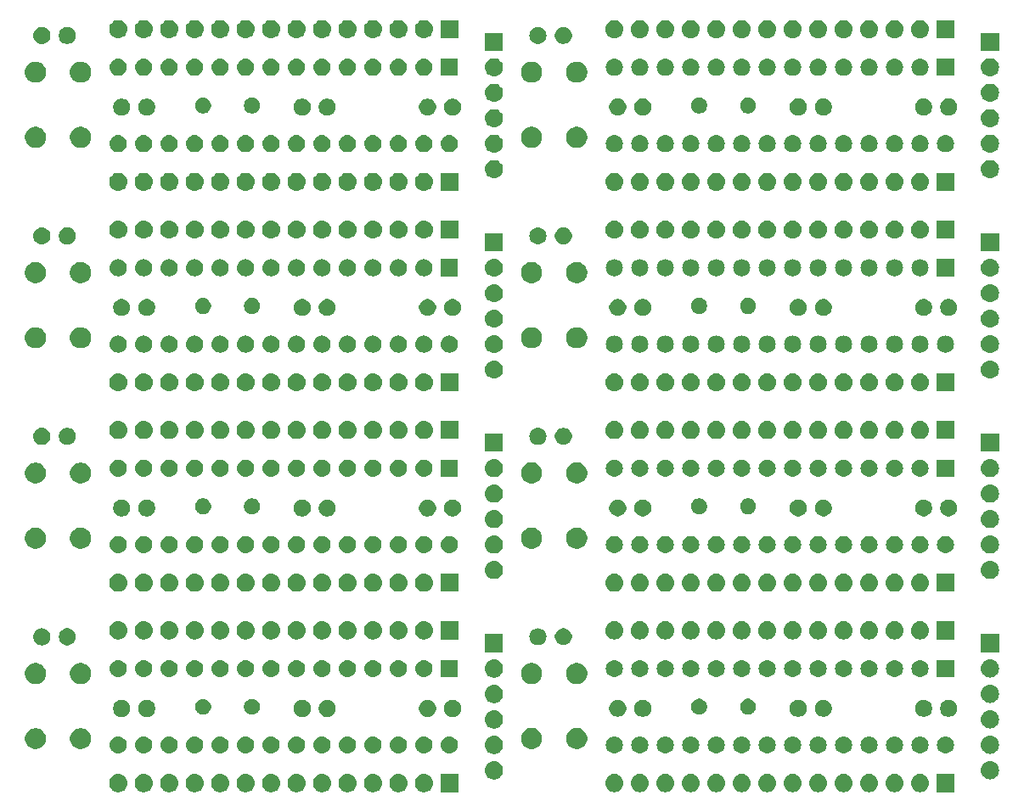
<source format=gbr>
G04 #@! TF.GenerationSoftware,KiCad,Pcbnew,(5.1.4)-1*
G04 #@! TF.CreationDate,2020-10-05T09:55:07+09:00*
G04 #@! TF.ProjectId,minimal-atmega328p,6d696e69-6d61-46c2-9d61-746d65676133,rev?*
G04 #@! TF.SameCoordinates,Original*
G04 #@! TF.FileFunction,Soldermask,Bot*
G04 #@! TF.FilePolarity,Negative*
%FSLAX46Y46*%
G04 Gerber Fmt 4.6, Leading zero omitted, Abs format (unit mm)*
G04 Created by KiCad (PCBNEW (5.1.4)-1) date 2020-10-05 09:55:07*
%MOMM*%
%LPD*%
G04 APERTURE LIST*
%ADD10C,0.100000*%
G04 APERTURE END LIST*
D10*
G36*
X120395300Y-125449900D02*
G01*
X118593300Y-125449900D01*
X118593300Y-123647900D01*
X120395300Y-123647900D01*
X120395300Y-125449900D01*
X120395300Y-125449900D01*
G37*
G36*
X117064743Y-123654419D02*
G01*
X117130927Y-123660937D01*
X117300766Y-123712457D01*
X117457291Y-123796122D01*
X117493029Y-123825452D01*
X117594486Y-123908714D01*
X117677748Y-124010171D01*
X117707078Y-124045909D01*
X117790743Y-124202434D01*
X117842263Y-124372273D01*
X117859659Y-124548900D01*
X117842263Y-124725527D01*
X117790743Y-124895366D01*
X117707078Y-125051891D01*
X117677748Y-125087629D01*
X117594486Y-125189086D01*
X117493029Y-125272348D01*
X117457291Y-125301678D01*
X117300766Y-125385343D01*
X117130927Y-125436863D01*
X117064743Y-125443381D01*
X116998560Y-125449900D01*
X116910040Y-125449900D01*
X116843857Y-125443381D01*
X116777673Y-125436863D01*
X116607834Y-125385343D01*
X116451309Y-125301678D01*
X116415571Y-125272348D01*
X116314114Y-125189086D01*
X116230852Y-125087629D01*
X116201522Y-125051891D01*
X116117857Y-124895366D01*
X116066337Y-124725527D01*
X116048941Y-124548900D01*
X116066337Y-124372273D01*
X116117857Y-124202434D01*
X116201522Y-124045909D01*
X116230852Y-124010171D01*
X116314114Y-123908714D01*
X116415571Y-123825452D01*
X116451309Y-123796122D01*
X116607834Y-123712457D01*
X116777673Y-123660937D01*
X116843857Y-123654419D01*
X116910040Y-123647900D01*
X116998560Y-123647900D01*
X117064743Y-123654419D01*
X117064743Y-123654419D01*
G37*
G36*
X86584743Y-123654419D02*
G01*
X86650927Y-123660937D01*
X86820766Y-123712457D01*
X86977291Y-123796122D01*
X87013029Y-123825452D01*
X87114486Y-123908714D01*
X87197748Y-124010171D01*
X87227078Y-124045909D01*
X87310743Y-124202434D01*
X87362263Y-124372273D01*
X87379659Y-124548900D01*
X87362263Y-124725527D01*
X87310743Y-124895366D01*
X87227078Y-125051891D01*
X87197748Y-125087629D01*
X87114486Y-125189086D01*
X87013029Y-125272348D01*
X86977291Y-125301678D01*
X86820766Y-125385343D01*
X86650927Y-125436863D01*
X86584743Y-125443381D01*
X86518560Y-125449900D01*
X86430040Y-125449900D01*
X86363857Y-125443381D01*
X86297673Y-125436863D01*
X86127834Y-125385343D01*
X85971309Y-125301678D01*
X85935571Y-125272348D01*
X85834114Y-125189086D01*
X85750852Y-125087629D01*
X85721522Y-125051891D01*
X85637857Y-124895366D01*
X85586337Y-124725527D01*
X85568941Y-124548900D01*
X85586337Y-124372273D01*
X85637857Y-124202434D01*
X85721522Y-124045909D01*
X85750852Y-124010171D01*
X85834114Y-123908714D01*
X85935571Y-123825452D01*
X85971309Y-123796122D01*
X86127834Y-123712457D01*
X86297673Y-123660937D01*
X86363857Y-123654419D01*
X86430040Y-123647900D01*
X86518560Y-123647900D01*
X86584743Y-123654419D01*
X86584743Y-123654419D01*
G37*
G36*
X89124743Y-123654419D02*
G01*
X89190927Y-123660937D01*
X89360766Y-123712457D01*
X89517291Y-123796122D01*
X89553029Y-123825452D01*
X89654486Y-123908714D01*
X89737748Y-124010171D01*
X89767078Y-124045909D01*
X89850743Y-124202434D01*
X89902263Y-124372273D01*
X89919659Y-124548900D01*
X89902263Y-124725527D01*
X89850743Y-124895366D01*
X89767078Y-125051891D01*
X89737748Y-125087629D01*
X89654486Y-125189086D01*
X89553029Y-125272348D01*
X89517291Y-125301678D01*
X89360766Y-125385343D01*
X89190927Y-125436863D01*
X89124743Y-125443381D01*
X89058560Y-125449900D01*
X88970040Y-125449900D01*
X88903857Y-125443381D01*
X88837673Y-125436863D01*
X88667834Y-125385343D01*
X88511309Y-125301678D01*
X88475571Y-125272348D01*
X88374114Y-125189086D01*
X88290852Y-125087629D01*
X88261522Y-125051891D01*
X88177857Y-124895366D01*
X88126337Y-124725527D01*
X88108941Y-124548900D01*
X88126337Y-124372273D01*
X88177857Y-124202434D01*
X88261522Y-124045909D01*
X88290852Y-124010171D01*
X88374114Y-123908714D01*
X88475571Y-123825452D01*
X88511309Y-123796122D01*
X88667834Y-123712457D01*
X88837673Y-123660937D01*
X88903857Y-123654419D01*
X88970040Y-123647900D01*
X89058560Y-123647900D01*
X89124743Y-123654419D01*
X89124743Y-123654419D01*
G37*
G36*
X91664743Y-123654419D02*
G01*
X91730927Y-123660937D01*
X91900766Y-123712457D01*
X92057291Y-123796122D01*
X92093029Y-123825452D01*
X92194486Y-123908714D01*
X92277748Y-124010171D01*
X92307078Y-124045909D01*
X92390743Y-124202434D01*
X92442263Y-124372273D01*
X92459659Y-124548900D01*
X92442263Y-124725527D01*
X92390743Y-124895366D01*
X92307078Y-125051891D01*
X92277748Y-125087629D01*
X92194486Y-125189086D01*
X92093029Y-125272348D01*
X92057291Y-125301678D01*
X91900766Y-125385343D01*
X91730927Y-125436863D01*
X91664743Y-125443381D01*
X91598560Y-125449900D01*
X91510040Y-125449900D01*
X91443857Y-125443381D01*
X91377673Y-125436863D01*
X91207834Y-125385343D01*
X91051309Y-125301678D01*
X91015571Y-125272348D01*
X90914114Y-125189086D01*
X90830852Y-125087629D01*
X90801522Y-125051891D01*
X90717857Y-124895366D01*
X90666337Y-124725527D01*
X90648941Y-124548900D01*
X90666337Y-124372273D01*
X90717857Y-124202434D01*
X90801522Y-124045909D01*
X90830852Y-124010171D01*
X90914114Y-123908714D01*
X91015571Y-123825452D01*
X91051309Y-123796122D01*
X91207834Y-123712457D01*
X91377673Y-123660937D01*
X91443857Y-123654419D01*
X91510040Y-123647900D01*
X91598560Y-123647900D01*
X91664743Y-123654419D01*
X91664743Y-123654419D01*
G37*
G36*
X94204743Y-123654419D02*
G01*
X94270927Y-123660937D01*
X94440766Y-123712457D01*
X94597291Y-123796122D01*
X94633029Y-123825452D01*
X94734486Y-123908714D01*
X94817748Y-124010171D01*
X94847078Y-124045909D01*
X94930743Y-124202434D01*
X94982263Y-124372273D01*
X94999659Y-124548900D01*
X94982263Y-124725527D01*
X94930743Y-124895366D01*
X94847078Y-125051891D01*
X94817748Y-125087629D01*
X94734486Y-125189086D01*
X94633029Y-125272348D01*
X94597291Y-125301678D01*
X94440766Y-125385343D01*
X94270927Y-125436863D01*
X94204743Y-125443381D01*
X94138560Y-125449900D01*
X94050040Y-125449900D01*
X93983857Y-125443381D01*
X93917673Y-125436863D01*
X93747834Y-125385343D01*
X93591309Y-125301678D01*
X93555571Y-125272348D01*
X93454114Y-125189086D01*
X93370852Y-125087629D01*
X93341522Y-125051891D01*
X93257857Y-124895366D01*
X93206337Y-124725527D01*
X93188941Y-124548900D01*
X93206337Y-124372273D01*
X93257857Y-124202434D01*
X93341522Y-124045909D01*
X93370852Y-124010171D01*
X93454114Y-123908714D01*
X93555571Y-123825452D01*
X93591309Y-123796122D01*
X93747834Y-123712457D01*
X93917673Y-123660937D01*
X93983857Y-123654419D01*
X94050040Y-123647900D01*
X94138560Y-123647900D01*
X94204743Y-123654419D01*
X94204743Y-123654419D01*
G37*
G36*
X96744743Y-123654419D02*
G01*
X96810927Y-123660937D01*
X96980766Y-123712457D01*
X97137291Y-123796122D01*
X97173029Y-123825452D01*
X97274486Y-123908714D01*
X97357748Y-124010171D01*
X97387078Y-124045909D01*
X97470743Y-124202434D01*
X97522263Y-124372273D01*
X97539659Y-124548900D01*
X97522263Y-124725527D01*
X97470743Y-124895366D01*
X97387078Y-125051891D01*
X97357748Y-125087629D01*
X97274486Y-125189086D01*
X97173029Y-125272348D01*
X97137291Y-125301678D01*
X96980766Y-125385343D01*
X96810927Y-125436863D01*
X96744743Y-125443381D01*
X96678560Y-125449900D01*
X96590040Y-125449900D01*
X96523857Y-125443381D01*
X96457673Y-125436863D01*
X96287834Y-125385343D01*
X96131309Y-125301678D01*
X96095571Y-125272348D01*
X95994114Y-125189086D01*
X95910852Y-125087629D01*
X95881522Y-125051891D01*
X95797857Y-124895366D01*
X95746337Y-124725527D01*
X95728941Y-124548900D01*
X95746337Y-124372273D01*
X95797857Y-124202434D01*
X95881522Y-124045909D01*
X95910852Y-124010171D01*
X95994114Y-123908714D01*
X96095571Y-123825452D01*
X96131309Y-123796122D01*
X96287834Y-123712457D01*
X96457673Y-123660937D01*
X96523857Y-123654419D01*
X96590040Y-123647900D01*
X96678560Y-123647900D01*
X96744743Y-123654419D01*
X96744743Y-123654419D01*
G37*
G36*
X99284743Y-123654419D02*
G01*
X99350927Y-123660937D01*
X99520766Y-123712457D01*
X99677291Y-123796122D01*
X99713029Y-123825452D01*
X99814486Y-123908714D01*
X99897748Y-124010171D01*
X99927078Y-124045909D01*
X100010743Y-124202434D01*
X100062263Y-124372273D01*
X100079659Y-124548900D01*
X100062263Y-124725527D01*
X100010743Y-124895366D01*
X99927078Y-125051891D01*
X99897748Y-125087629D01*
X99814486Y-125189086D01*
X99713029Y-125272348D01*
X99677291Y-125301678D01*
X99520766Y-125385343D01*
X99350927Y-125436863D01*
X99284743Y-125443381D01*
X99218560Y-125449900D01*
X99130040Y-125449900D01*
X99063857Y-125443381D01*
X98997673Y-125436863D01*
X98827834Y-125385343D01*
X98671309Y-125301678D01*
X98635571Y-125272348D01*
X98534114Y-125189086D01*
X98450852Y-125087629D01*
X98421522Y-125051891D01*
X98337857Y-124895366D01*
X98286337Y-124725527D01*
X98268941Y-124548900D01*
X98286337Y-124372273D01*
X98337857Y-124202434D01*
X98421522Y-124045909D01*
X98450852Y-124010171D01*
X98534114Y-123908714D01*
X98635571Y-123825452D01*
X98671309Y-123796122D01*
X98827834Y-123712457D01*
X98997673Y-123660937D01*
X99063857Y-123654419D01*
X99130040Y-123647900D01*
X99218560Y-123647900D01*
X99284743Y-123654419D01*
X99284743Y-123654419D01*
G37*
G36*
X104364743Y-123654419D02*
G01*
X104430927Y-123660937D01*
X104600766Y-123712457D01*
X104757291Y-123796122D01*
X104793029Y-123825452D01*
X104894486Y-123908714D01*
X104977748Y-124010171D01*
X105007078Y-124045909D01*
X105090743Y-124202434D01*
X105142263Y-124372273D01*
X105159659Y-124548900D01*
X105142263Y-124725527D01*
X105090743Y-124895366D01*
X105007078Y-125051891D01*
X104977748Y-125087629D01*
X104894486Y-125189086D01*
X104793029Y-125272348D01*
X104757291Y-125301678D01*
X104600766Y-125385343D01*
X104430927Y-125436863D01*
X104364743Y-125443381D01*
X104298560Y-125449900D01*
X104210040Y-125449900D01*
X104143857Y-125443381D01*
X104077673Y-125436863D01*
X103907834Y-125385343D01*
X103751309Y-125301678D01*
X103715571Y-125272348D01*
X103614114Y-125189086D01*
X103530852Y-125087629D01*
X103501522Y-125051891D01*
X103417857Y-124895366D01*
X103366337Y-124725527D01*
X103348941Y-124548900D01*
X103366337Y-124372273D01*
X103417857Y-124202434D01*
X103501522Y-124045909D01*
X103530852Y-124010171D01*
X103614114Y-123908714D01*
X103715571Y-123825452D01*
X103751309Y-123796122D01*
X103907834Y-123712457D01*
X104077673Y-123660937D01*
X104143857Y-123654419D01*
X104210040Y-123647900D01*
X104298560Y-123647900D01*
X104364743Y-123654419D01*
X104364743Y-123654419D01*
G37*
G36*
X106904743Y-123654419D02*
G01*
X106970927Y-123660937D01*
X107140766Y-123712457D01*
X107297291Y-123796122D01*
X107333029Y-123825452D01*
X107434486Y-123908714D01*
X107517748Y-124010171D01*
X107547078Y-124045909D01*
X107630743Y-124202434D01*
X107682263Y-124372273D01*
X107699659Y-124548900D01*
X107682263Y-124725527D01*
X107630743Y-124895366D01*
X107547078Y-125051891D01*
X107517748Y-125087629D01*
X107434486Y-125189086D01*
X107333029Y-125272348D01*
X107297291Y-125301678D01*
X107140766Y-125385343D01*
X106970927Y-125436863D01*
X106904743Y-125443381D01*
X106838560Y-125449900D01*
X106750040Y-125449900D01*
X106683857Y-125443381D01*
X106617673Y-125436863D01*
X106447834Y-125385343D01*
X106291309Y-125301678D01*
X106255571Y-125272348D01*
X106154114Y-125189086D01*
X106070852Y-125087629D01*
X106041522Y-125051891D01*
X105957857Y-124895366D01*
X105906337Y-124725527D01*
X105888941Y-124548900D01*
X105906337Y-124372273D01*
X105957857Y-124202434D01*
X106041522Y-124045909D01*
X106070852Y-124010171D01*
X106154114Y-123908714D01*
X106255571Y-123825452D01*
X106291309Y-123796122D01*
X106447834Y-123712457D01*
X106617673Y-123660937D01*
X106683857Y-123654419D01*
X106750040Y-123647900D01*
X106838560Y-123647900D01*
X106904743Y-123654419D01*
X106904743Y-123654419D01*
G37*
G36*
X109444743Y-123654419D02*
G01*
X109510927Y-123660937D01*
X109680766Y-123712457D01*
X109837291Y-123796122D01*
X109873029Y-123825452D01*
X109974486Y-123908714D01*
X110057748Y-124010171D01*
X110087078Y-124045909D01*
X110170743Y-124202434D01*
X110222263Y-124372273D01*
X110239659Y-124548900D01*
X110222263Y-124725527D01*
X110170743Y-124895366D01*
X110087078Y-125051891D01*
X110057748Y-125087629D01*
X109974486Y-125189086D01*
X109873029Y-125272348D01*
X109837291Y-125301678D01*
X109680766Y-125385343D01*
X109510927Y-125436863D01*
X109444743Y-125443381D01*
X109378560Y-125449900D01*
X109290040Y-125449900D01*
X109223857Y-125443381D01*
X109157673Y-125436863D01*
X108987834Y-125385343D01*
X108831309Y-125301678D01*
X108795571Y-125272348D01*
X108694114Y-125189086D01*
X108610852Y-125087629D01*
X108581522Y-125051891D01*
X108497857Y-124895366D01*
X108446337Y-124725527D01*
X108428941Y-124548900D01*
X108446337Y-124372273D01*
X108497857Y-124202434D01*
X108581522Y-124045909D01*
X108610852Y-124010171D01*
X108694114Y-123908714D01*
X108795571Y-123825452D01*
X108831309Y-123796122D01*
X108987834Y-123712457D01*
X109157673Y-123660937D01*
X109223857Y-123654419D01*
X109290040Y-123647900D01*
X109378560Y-123647900D01*
X109444743Y-123654419D01*
X109444743Y-123654419D01*
G37*
G36*
X111984743Y-123654419D02*
G01*
X112050927Y-123660937D01*
X112220766Y-123712457D01*
X112377291Y-123796122D01*
X112413029Y-123825452D01*
X112514486Y-123908714D01*
X112597748Y-124010171D01*
X112627078Y-124045909D01*
X112710743Y-124202434D01*
X112762263Y-124372273D01*
X112779659Y-124548900D01*
X112762263Y-124725527D01*
X112710743Y-124895366D01*
X112627078Y-125051891D01*
X112597748Y-125087629D01*
X112514486Y-125189086D01*
X112413029Y-125272348D01*
X112377291Y-125301678D01*
X112220766Y-125385343D01*
X112050927Y-125436863D01*
X111984743Y-125443381D01*
X111918560Y-125449900D01*
X111830040Y-125449900D01*
X111763857Y-125443381D01*
X111697673Y-125436863D01*
X111527834Y-125385343D01*
X111371309Y-125301678D01*
X111335571Y-125272348D01*
X111234114Y-125189086D01*
X111150852Y-125087629D01*
X111121522Y-125051891D01*
X111037857Y-124895366D01*
X110986337Y-124725527D01*
X110968941Y-124548900D01*
X110986337Y-124372273D01*
X111037857Y-124202434D01*
X111121522Y-124045909D01*
X111150852Y-124010171D01*
X111234114Y-123908714D01*
X111335571Y-123825452D01*
X111371309Y-123796122D01*
X111527834Y-123712457D01*
X111697673Y-123660937D01*
X111763857Y-123654419D01*
X111830040Y-123647900D01*
X111918560Y-123647900D01*
X111984743Y-123654419D01*
X111984743Y-123654419D01*
G37*
G36*
X114524743Y-123654419D02*
G01*
X114590927Y-123660937D01*
X114760766Y-123712457D01*
X114917291Y-123796122D01*
X114953029Y-123825452D01*
X115054486Y-123908714D01*
X115137748Y-124010171D01*
X115167078Y-124045909D01*
X115250743Y-124202434D01*
X115302263Y-124372273D01*
X115319659Y-124548900D01*
X115302263Y-124725527D01*
X115250743Y-124895366D01*
X115167078Y-125051891D01*
X115137748Y-125087629D01*
X115054486Y-125189086D01*
X114953029Y-125272348D01*
X114917291Y-125301678D01*
X114760766Y-125385343D01*
X114590927Y-125436863D01*
X114524743Y-125443381D01*
X114458560Y-125449900D01*
X114370040Y-125449900D01*
X114303857Y-125443381D01*
X114237673Y-125436863D01*
X114067834Y-125385343D01*
X113911309Y-125301678D01*
X113875571Y-125272348D01*
X113774114Y-125189086D01*
X113690852Y-125087629D01*
X113661522Y-125051891D01*
X113577857Y-124895366D01*
X113526337Y-124725527D01*
X113508941Y-124548900D01*
X113526337Y-124372273D01*
X113577857Y-124202434D01*
X113661522Y-124045909D01*
X113690852Y-124010171D01*
X113774114Y-123908714D01*
X113875571Y-123825452D01*
X113911309Y-123796122D01*
X114067834Y-123712457D01*
X114237673Y-123660937D01*
X114303857Y-123654419D01*
X114370040Y-123647900D01*
X114458560Y-123647900D01*
X114524743Y-123654419D01*
X114524743Y-123654419D01*
G37*
G36*
X101824743Y-123654419D02*
G01*
X101890927Y-123660937D01*
X102060766Y-123712457D01*
X102217291Y-123796122D01*
X102253029Y-123825452D01*
X102354486Y-123908714D01*
X102437748Y-124010171D01*
X102467078Y-124045909D01*
X102550743Y-124202434D01*
X102602263Y-124372273D01*
X102619659Y-124548900D01*
X102602263Y-124725527D01*
X102550743Y-124895366D01*
X102467078Y-125051891D01*
X102437748Y-125087629D01*
X102354486Y-125189086D01*
X102253029Y-125272348D01*
X102217291Y-125301678D01*
X102060766Y-125385343D01*
X101890927Y-125436863D01*
X101824743Y-125443381D01*
X101758560Y-125449900D01*
X101670040Y-125449900D01*
X101603857Y-125443381D01*
X101537673Y-125436863D01*
X101367834Y-125385343D01*
X101211309Y-125301678D01*
X101175571Y-125272348D01*
X101074114Y-125189086D01*
X100990852Y-125087629D01*
X100961522Y-125051891D01*
X100877857Y-124895366D01*
X100826337Y-124725527D01*
X100808941Y-124548900D01*
X100826337Y-124372273D01*
X100877857Y-124202434D01*
X100961522Y-124045909D01*
X100990852Y-124010171D01*
X101074114Y-123908714D01*
X101175571Y-123825452D01*
X101211309Y-123796122D01*
X101367834Y-123712457D01*
X101537673Y-123660937D01*
X101603857Y-123654419D01*
X101670040Y-123647900D01*
X101758560Y-123647900D01*
X101824743Y-123654419D01*
X101824743Y-123654419D01*
G37*
G36*
X148737017Y-123647900D02*
G01*
X148817807Y-123655857D01*
X148987646Y-123707377D01*
X149144171Y-123791042D01*
X149179909Y-123820372D01*
X149281366Y-123903634D01*
X149364628Y-124005091D01*
X149393958Y-124040829D01*
X149477623Y-124197354D01*
X149529143Y-124367193D01*
X149546539Y-124543820D01*
X149529143Y-124720447D01*
X149477623Y-124890286D01*
X149393958Y-125046811D01*
X149364628Y-125082549D01*
X149281366Y-125184006D01*
X149179909Y-125267268D01*
X149144171Y-125296598D01*
X148987646Y-125380263D01*
X148817807Y-125431783D01*
X148766228Y-125436863D01*
X148685440Y-125444820D01*
X148596920Y-125444820D01*
X148516132Y-125436863D01*
X148464553Y-125431783D01*
X148294714Y-125380263D01*
X148138189Y-125296598D01*
X148102451Y-125267268D01*
X148000994Y-125184006D01*
X147917732Y-125082549D01*
X147888402Y-125046811D01*
X147804737Y-124890286D01*
X147753217Y-124720447D01*
X147735821Y-124543820D01*
X147753217Y-124367193D01*
X147804737Y-124197354D01*
X147888402Y-124040829D01*
X147917732Y-124005091D01*
X148000994Y-123903634D01*
X148102451Y-123820372D01*
X148138189Y-123791042D01*
X148294714Y-123707377D01*
X148464553Y-123655857D01*
X148545343Y-123647900D01*
X148596920Y-123642820D01*
X148685440Y-123642820D01*
X148737017Y-123647900D01*
X148737017Y-123647900D01*
G37*
G36*
X141117017Y-123647900D02*
G01*
X141197807Y-123655857D01*
X141367646Y-123707377D01*
X141524171Y-123791042D01*
X141559909Y-123820372D01*
X141661366Y-123903634D01*
X141744628Y-124005091D01*
X141773958Y-124040829D01*
X141857623Y-124197354D01*
X141909143Y-124367193D01*
X141926539Y-124543820D01*
X141909143Y-124720447D01*
X141857623Y-124890286D01*
X141773958Y-125046811D01*
X141744628Y-125082549D01*
X141661366Y-125184006D01*
X141559909Y-125267268D01*
X141524171Y-125296598D01*
X141367646Y-125380263D01*
X141197807Y-125431783D01*
X141146228Y-125436863D01*
X141065440Y-125444820D01*
X140976920Y-125444820D01*
X140896132Y-125436863D01*
X140844553Y-125431783D01*
X140674714Y-125380263D01*
X140518189Y-125296598D01*
X140482451Y-125267268D01*
X140380994Y-125184006D01*
X140297732Y-125082549D01*
X140268402Y-125046811D01*
X140184737Y-124890286D01*
X140133217Y-124720447D01*
X140115821Y-124543820D01*
X140133217Y-124367193D01*
X140184737Y-124197354D01*
X140268402Y-124040829D01*
X140297732Y-124005091D01*
X140380994Y-123903634D01*
X140482451Y-123820372D01*
X140518189Y-123791042D01*
X140674714Y-123707377D01*
X140844553Y-123655857D01*
X140925343Y-123647900D01*
X140976920Y-123642820D01*
X141065440Y-123642820D01*
X141117017Y-123647900D01*
X141117017Y-123647900D01*
G37*
G36*
X138577017Y-123647900D02*
G01*
X138657807Y-123655857D01*
X138827646Y-123707377D01*
X138984171Y-123791042D01*
X139019909Y-123820372D01*
X139121366Y-123903634D01*
X139204628Y-124005091D01*
X139233958Y-124040829D01*
X139317623Y-124197354D01*
X139369143Y-124367193D01*
X139386539Y-124543820D01*
X139369143Y-124720447D01*
X139317623Y-124890286D01*
X139233958Y-125046811D01*
X139204628Y-125082549D01*
X139121366Y-125184006D01*
X139019909Y-125267268D01*
X138984171Y-125296598D01*
X138827646Y-125380263D01*
X138657807Y-125431783D01*
X138606228Y-125436863D01*
X138525440Y-125444820D01*
X138436920Y-125444820D01*
X138356132Y-125436863D01*
X138304553Y-125431783D01*
X138134714Y-125380263D01*
X137978189Y-125296598D01*
X137942451Y-125267268D01*
X137840994Y-125184006D01*
X137757732Y-125082549D01*
X137728402Y-125046811D01*
X137644737Y-124890286D01*
X137593217Y-124720447D01*
X137575821Y-124543820D01*
X137593217Y-124367193D01*
X137644737Y-124197354D01*
X137728402Y-124040829D01*
X137757732Y-124005091D01*
X137840994Y-123903634D01*
X137942451Y-123820372D01*
X137978189Y-123791042D01*
X138134714Y-123707377D01*
X138304553Y-123655857D01*
X138385343Y-123647900D01*
X138436920Y-123642820D01*
X138525440Y-123642820D01*
X138577017Y-123647900D01*
X138577017Y-123647900D01*
G37*
G36*
X136037017Y-123647900D02*
G01*
X136117807Y-123655857D01*
X136287646Y-123707377D01*
X136444171Y-123791042D01*
X136479909Y-123820372D01*
X136581366Y-123903634D01*
X136664628Y-124005091D01*
X136693958Y-124040829D01*
X136777623Y-124197354D01*
X136829143Y-124367193D01*
X136846539Y-124543820D01*
X136829143Y-124720447D01*
X136777623Y-124890286D01*
X136693958Y-125046811D01*
X136664628Y-125082549D01*
X136581366Y-125184006D01*
X136479909Y-125267268D01*
X136444171Y-125296598D01*
X136287646Y-125380263D01*
X136117807Y-125431783D01*
X136066228Y-125436863D01*
X135985440Y-125444820D01*
X135896920Y-125444820D01*
X135816132Y-125436863D01*
X135764553Y-125431783D01*
X135594714Y-125380263D01*
X135438189Y-125296598D01*
X135402451Y-125267268D01*
X135300994Y-125184006D01*
X135217732Y-125082549D01*
X135188402Y-125046811D01*
X135104737Y-124890286D01*
X135053217Y-124720447D01*
X135035821Y-124543820D01*
X135053217Y-124367193D01*
X135104737Y-124197354D01*
X135188402Y-124040829D01*
X135217732Y-124005091D01*
X135300994Y-123903634D01*
X135402451Y-123820372D01*
X135438189Y-123791042D01*
X135594714Y-123707377D01*
X135764553Y-123655857D01*
X135845343Y-123647900D01*
X135896920Y-123642820D01*
X135985440Y-123642820D01*
X136037017Y-123647900D01*
X136037017Y-123647900D01*
G37*
G36*
X146197017Y-123647900D02*
G01*
X146277807Y-123655857D01*
X146447646Y-123707377D01*
X146604171Y-123791042D01*
X146639909Y-123820372D01*
X146741366Y-123903634D01*
X146824628Y-124005091D01*
X146853958Y-124040829D01*
X146937623Y-124197354D01*
X146989143Y-124367193D01*
X147006539Y-124543820D01*
X146989143Y-124720447D01*
X146937623Y-124890286D01*
X146853958Y-125046811D01*
X146824628Y-125082549D01*
X146741366Y-125184006D01*
X146639909Y-125267268D01*
X146604171Y-125296598D01*
X146447646Y-125380263D01*
X146277807Y-125431783D01*
X146226228Y-125436863D01*
X146145440Y-125444820D01*
X146056920Y-125444820D01*
X145976132Y-125436863D01*
X145924553Y-125431783D01*
X145754714Y-125380263D01*
X145598189Y-125296598D01*
X145562451Y-125267268D01*
X145460994Y-125184006D01*
X145377732Y-125082549D01*
X145348402Y-125046811D01*
X145264737Y-124890286D01*
X145213217Y-124720447D01*
X145195821Y-124543820D01*
X145213217Y-124367193D01*
X145264737Y-124197354D01*
X145348402Y-124040829D01*
X145377732Y-124005091D01*
X145460994Y-123903634D01*
X145562451Y-123820372D01*
X145598189Y-123791042D01*
X145754714Y-123707377D01*
X145924553Y-123655857D01*
X146005343Y-123647900D01*
X146056920Y-123642820D01*
X146145440Y-123642820D01*
X146197017Y-123647900D01*
X146197017Y-123647900D01*
G37*
G36*
X153817017Y-123647900D02*
G01*
X153897807Y-123655857D01*
X154067646Y-123707377D01*
X154224171Y-123791042D01*
X154259909Y-123820372D01*
X154361366Y-123903634D01*
X154444628Y-124005091D01*
X154473958Y-124040829D01*
X154557623Y-124197354D01*
X154609143Y-124367193D01*
X154626539Y-124543820D01*
X154609143Y-124720447D01*
X154557623Y-124890286D01*
X154473958Y-125046811D01*
X154444628Y-125082549D01*
X154361366Y-125184006D01*
X154259909Y-125267268D01*
X154224171Y-125296598D01*
X154067646Y-125380263D01*
X153897807Y-125431783D01*
X153846228Y-125436863D01*
X153765440Y-125444820D01*
X153676920Y-125444820D01*
X153596132Y-125436863D01*
X153544553Y-125431783D01*
X153374714Y-125380263D01*
X153218189Y-125296598D01*
X153182451Y-125267268D01*
X153080994Y-125184006D01*
X152997732Y-125082549D01*
X152968402Y-125046811D01*
X152884737Y-124890286D01*
X152833217Y-124720447D01*
X152815821Y-124543820D01*
X152833217Y-124367193D01*
X152884737Y-124197354D01*
X152968402Y-124040829D01*
X152997732Y-124005091D01*
X153080994Y-123903634D01*
X153182451Y-123820372D01*
X153218189Y-123791042D01*
X153374714Y-123707377D01*
X153544553Y-123655857D01*
X153625343Y-123647900D01*
X153676920Y-123642820D01*
X153765440Y-123642820D01*
X153817017Y-123647900D01*
X153817017Y-123647900D01*
G37*
G36*
X156357017Y-123647900D02*
G01*
X156437807Y-123655857D01*
X156607646Y-123707377D01*
X156764171Y-123791042D01*
X156799909Y-123820372D01*
X156901366Y-123903634D01*
X156984628Y-124005091D01*
X157013958Y-124040829D01*
X157097623Y-124197354D01*
X157149143Y-124367193D01*
X157166539Y-124543820D01*
X157149143Y-124720447D01*
X157097623Y-124890286D01*
X157013958Y-125046811D01*
X156984628Y-125082549D01*
X156901366Y-125184006D01*
X156799909Y-125267268D01*
X156764171Y-125296598D01*
X156607646Y-125380263D01*
X156437807Y-125431783D01*
X156386228Y-125436863D01*
X156305440Y-125444820D01*
X156216920Y-125444820D01*
X156136132Y-125436863D01*
X156084553Y-125431783D01*
X155914714Y-125380263D01*
X155758189Y-125296598D01*
X155722451Y-125267268D01*
X155620994Y-125184006D01*
X155537732Y-125082549D01*
X155508402Y-125046811D01*
X155424737Y-124890286D01*
X155373217Y-124720447D01*
X155355821Y-124543820D01*
X155373217Y-124367193D01*
X155424737Y-124197354D01*
X155508402Y-124040829D01*
X155537732Y-124005091D01*
X155620994Y-123903634D01*
X155722451Y-123820372D01*
X155758189Y-123791042D01*
X155914714Y-123707377D01*
X156084553Y-123655857D01*
X156165343Y-123647900D01*
X156216920Y-123642820D01*
X156305440Y-123642820D01*
X156357017Y-123647900D01*
X156357017Y-123647900D01*
G37*
G36*
X151277017Y-123647900D02*
G01*
X151357807Y-123655857D01*
X151527646Y-123707377D01*
X151684171Y-123791042D01*
X151719909Y-123820372D01*
X151821366Y-123903634D01*
X151904628Y-124005091D01*
X151933958Y-124040829D01*
X152017623Y-124197354D01*
X152069143Y-124367193D01*
X152086539Y-124543820D01*
X152069143Y-124720447D01*
X152017623Y-124890286D01*
X151933958Y-125046811D01*
X151904628Y-125082549D01*
X151821366Y-125184006D01*
X151719909Y-125267268D01*
X151684171Y-125296598D01*
X151527646Y-125380263D01*
X151357807Y-125431783D01*
X151306228Y-125436863D01*
X151225440Y-125444820D01*
X151136920Y-125444820D01*
X151056132Y-125436863D01*
X151004553Y-125431783D01*
X150834714Y-125380263D01*
X150678189Y-125296598D01*
X150642451Y-125267268D01*
X150540994Y-125184006D01*
X150457732Y-125082549D01*
X150428402Y-125046811D01*
X150344737Y-124890286D01*
X150293217Y-124720447D01*
X150275821Y-124543820D01*
X150293217Y-124367193D01*
X150344737Y-124197354D01*
X150428402Y-124040829D01*
X150457732Y-124005091D01*
X150540994Y-123903634D01*
X150642451Y-123820372D01*
X150678189Y-123791042D01*
X150834714Y-123707377D01*
X151004553Y-123655857D01*
X151085343Y-123647900D01*
X151136920Y-123642820D01*
X151225440Y-123642820D01*
X151277017Y-123647900D01*
X151277017Y-123647900D01*
G37*
G36*
X158897017Y-123647900D02*
G01*
X158977807Y-123655857D01*
X159147646Y-123707377D01*
X159304171Y-123791042D01*
X159339909Y-123820372D01*
X159441366Y-123903634D01*
X159524628Y-124005091D01*
X159553958Y-124040829D01*
X159637623Y-124197354D01*
X159689143Y-124367193D01*
X159706539Y-124543820D01*
X159689143Y-124720447D01*
X159637623Y-124890286D01*
X159553958Y-125046811D01*
X159524628Y-125082549D01*
X159441366Y-125184006D01*
X159339909Y-125267268D01*
X159304171Y-125296598D01*
X159147646Y-125380263D01*
X158977807Y-125431783D01*
X158926228Y-125436863D01*
X158845440Y-125444820D01*
X158756920Y-125444820D01*
X158676132Y-125436863D01*
X158624553Y-125431783D01*
X158454714Y-125380263D01*
X158298189Y-125296598D01*
X158262451Y-125267268D01*
X158160994Y-125184006D01*
X158077732Y-125082549D01*
X158048402Y-125046811D01*
X157964737Y-124890286D01*
X157913217Y-124720447D01*
X157895821Y-124543820D01*
X157913217Y-124367193D01*
X157964737Y-124197354D01*
X158048402Y-124040829D01*
X158077732Y-124005091D01*
X158160994Y-123903634D01*
X158262451Y-123820372D01*
X158298189Y-123791042D01*
X158454714Y-123707377D01*
X158624553Y-123655857D01*
X158705343Y-123647900D01*
X158756920Y-123642820D01*
X158845440Y-123642820D01*
X158897017Y-123647900D01*
X158897017Y-123647900D01*
G37*
G36*
X166517017Y-123647900D02*
G01*
X166597807Y-123655857D01*
X166767646Y-123707377D01*
X166924171Y-123791042D01*
X166959909Y-123820372D01*
X167061366Y-123903634D01*
X167144628Y-124005091D01*
X167173958Y-124040829D01*
X167257623Y-124197354D01*
X167309143Y-124367193D01*
X167326539Y-124543820D01*
X167309143Y-124720447D01*
X167257623Y-124890286D01*
X167173958Y-125046811D01*
X167144628Y-125082549D01*
X167061366Y-125184006D01*
X166959909Y-125267268D01*
X166924171Y-125296598D01*
X166767646Y-125380263D01*
X166597807Y-125431783D01*
X166546228Y-125436863D01*
X166465440Y-125444820D01*
X166376920Y-125444820D01*
X166296132Y-125436863D01*
X166244553Y-125431783D01*
X166074714Y-125380263D01*
X165918189Y-125296598D01*
X165882451Y-125267268D01*
X165780994Y-125184006D01*
X165697732Y-125082549D01*
X165668402Y-125046811D01*
X165584737Y-124890286D01*
X165533217Y-124720447D01*
X165515821Y-124543820D01*
X165533217Y-124367193D01*
X165584737Y-124197354D01*
X165668402Y-124040829D01*
X165697732Y-124005091D01*
X165780994Y-123903634D01*
X165882451Y-123820372D01*
X165918189Y-123791042D01*
X166074714Y-123707377D01*
X166244553Y-123655857D01*
X166325343Y-123647900D01*
X166376920Y-123642820D01*
X166465440Y-123642820D01*
X166517017Y-123647900D01*
X166517017Y-123647900D01*
G37*
G36*
X163977017Y-123647900D02*
G01*
X164057807Y-123655857D01*
X164227646Y-123707377D01*
X164384171Y-123791042D01*
X164419909Y-123820372D01*
X164521366Y-123903634D01*
X164604628Y-124005091D01*
X164633958Y-124040829D01*
X164717623Y-124197354D01*
X164769143Y-124367193D01*
X164786539Y-124543820D01*
X164769143Y-124720447D01*
X164717623Y-124890286D01*
X164633958Y-125046811D01*
X164604628Y-125082549D01*
X164521366Y-125184006D01*
X164419909Y-125267268D01*
X164384171Y-125296598D01*
X164227646Y-125380263D01*
X164057807Y-125431783D01*
X164006228Y-125436863D01*
X163925440Y-125444820D01*
X163836920Y-125444820D01*
X163756132Y-125436863D01*
X163704553Y-125431783D01*
X163534714Y-125380263D01*
X163378189Y-125296598D01*
X163342451Y-125267268D01*
X163240994Y-125184006D01*
X163157732Y-125082549D01*
X163128402Y-125046811D01*
X163044737Y-124890286D01*
X162993217Y-124720447D01*
X162975821Y-124543820D01*
X162993217Y-124367193D01*
X163044737Y-124197354D01*
X163128402Y-124040829D01*
X163157732Y-124005091D01*
X163240994Y-123903634D01*
X163342451Y-123820372D01*
X163378189Y-123791042D01*
X163534714Y-123707377D01*
X163704553Y-123655857D01*
X163785343Y-123647900D01*
X163836920Y-123642820D01*
X163925440Y-123642820D01*
X163977017Y-123647900D01*
X163977017Y-123647900D01*
G37*
G36*
X161437017Y-123647900D02*
G01*
X161517807Y-123655857D01*
X161687646Y-123707377D01*
X161844171Y-123791042D01*
X161879909Y-123820372D01*
X161981366Y-123903634D01*
X162064628Y-124005091D01*
X162093958Y-124040829D01*
X162177623Y-124197354D01*
X162229143Y-124367193D01*
X162246539Y-124543820D01*
X162229143Y-124720447D01*
X162177623Y-124890286D01*
X162093958Y-125046811D01*
X162064628Y-125082549D01*
X161981366Y-125184006D01*
X161879909Y-125267268D01*
X161844171Y-125296598D01*
X161687646Y-125380263D01*
X161517807Y-125431783D01*
X161466228Y-125436863D01*
X161385440Y-125444820D01*
X161296920Y-125444820D01*
X161216132Y-125436863D01*
X161164553Y-125431783D01*
X160994714Y-125380263D01*
X160838189Y-125296598D01*
X160802451Y-125267268D01*
X160700994Y-125184006D01*
X160617732Y-125082549D01*
X160588402Y-125046811D01*
X160504737Y-124890286D01*
X160453217Y-124720447D01*
X160435821Y-124543820D01*
X160453217Y-124367193D01*
X160504737Y-124197354D01*
X160588402Y-124040829D01*
X160617732Y-124005091D01*
X160700994Y-123903634D01*
X160802451Y-123820372D01*
X160838189Y-123791042D01*
X160994714Y-123707377D01*
X161164553Y-123655857D01*
X161245343Y-123647900D01*
X161296920Y-123642820D01*
X161385440Y-123642820D01*
X161437017Y-123647900D01*
X161437017Y-123647900D01*
G37*
G36*
X169862180Y-125444820D02*
G01*
X168060180Y-125444820D01*
X168060180Y-123642820D01*
X169862180Y-123642820D01*
X169862180Y-125444820D01*
X169862180Y-125444820D01*
G37*
G36*
X143657017Y-123647900D02*
G01*
X143737807Y-123655857D01*
X143907646Y-123707377D01*
X144064171Y-123791042D01*
X144099909Y-123820372D01*
X144201366Y-123903634D01*
X144284628Y-124005091D01*
X144313958Y-124040829D01*
X144397623Y-124197354D01*
X144449143Y-124367193D01*
X144466539Y-124543820D01*
X144449143Y-124720447D01*
X144397623Y-124890286D01*
X144313958Y-125046811D01*
X144284628Y-125082549D01*
X144201366Y-125184006D01*
X144099909Y-125267268D01*
X144064171Y-125296598D01*
X143907646Y-125380263D01*
X143737807Y-125431783D01*
X143686228Y-125436863D01*
X143605440Y-125444820D01*
X143516920Y-125444820D01*
X143436132Y-125436863D01*
X143384553Y-125431783D01*
X143214714Y-125380263D01*
X143058189Y-125296598D01*
X143022451Y-125267268D01*
X142920994Y-125184006D01*
X142837732Y-125082549D01*
X142808402Y-125046811D01*
X142724737Y-124890286D01*
X142673217Y-124720447D01*
X142655821Y-124543820D01*
X142673217Y-124367193D01*
X142724737Y-124197354D01*
X142808402Y-124040829D01*
X142837732Y-124005091D01*
X142920994Y-123903634D01*
X143022451Y-123820372D01*
X143058189Y-123791042D01*
X143214714Y-123707377D01*
X143384553Y-123655857D01*
X143465343Y-123647900D01*
X143516920Y-123642820D01*
X143605440Y-123642820D01*
X143657017Y-123647900D01*
X143657017Y-123647900D01*
G37*
G36*
X124049742Y-122384418D02*
G01*
X124115927Y-122390937D01*
X124285766Y-122442457D01*
X124442291Y-122526122D01*
X124478029Y-122555452D01*
X124579486Y-122638714D01*
X124662748Y-122740171D01*
X124692078Y-122775909D01*
X124775743Y-122932434D01*
X124827263Y-123102273D01*
X124844659Y-123278900D01*
X124827263Y-123455527D01*
X124775743Y-123625366D01*
X124692078Y-123781891D01*
X124662748Y-123817629D01*
X124579486Y-123919086D01*
X124478029Y-124002348D01*
X124442291Y-124031678D01*
X124285766Y-124115343D01*
X124115927Y-124166863D01*
X124049742Y-124173382D01*
X123983560Y-124179900D01*
X123895040Y-124179900D01*
X123828858Y-124173382D01*
X123762673Y-124166863D01*
X123592834Y-124115343D01*
X123436309Y-124031678D01*
X123400571Y-124002348D01*
X123299114Y-123919086D01*
X123215852Y-123817629D01*
X123186522Y-123781891D01*
X123102857Y-123625366D01*
X123051337Y-123455527D01*
X123033941Y-123278900D01*
X123051337Y-123102273D01*
X123102857Y-122932434D01*
X123186522Y-122775909D01*
X123215852Y-122740171D01*
X123299114Y-122638714D01*
X123400571Y-122555452D01*
X123436309Y-122526122D01*
X123592834Y-122442457D01*
X123762673Y-122390937D01*
X123828858Y-122384418D01*
X123895040Y-122377900D01*
X123983560Y-122377900D01*
X124049742Y-122384418D01*
X124049742Y-122384418D01*
G37*
G36*
X173502017Y-122377900D02*
G01*
X173582807Y-122385857D01*
X173752646Y-122437377D01*
X173909171Y-122521042D01*
X173944909Y-122550372D01*
X174046366Y-122633634D01*
X174129628Y-122735091D01*
X174158958Y-122770829D01*
X174242623Y-122927354D01*
X174294143Y-123097193D01*
X174311539Y-123273820D01*
X174294143Y-123450447D01*
X174242623Y-123620286D01*
X174158958Y-123776811D01*
X174129628Y-123812549D01*
X174046366Y-123914006D01*
X173944909Y-123997268D01*
X173909171Y-124026598D01*
X173752646Y-124110263D01*
X173582807Y-124161783D01*
X173531228Y-124166863D01*
X173450440Y-124174820D01*
X173361920Y-124174820D01*
X173281132Y-124166863D01*
X173229553Y-124161783D01*
X173059714Y-124110263D01*
X172903189Y-124026598D01*
X172867451Y-123997268D01*
X172765994Y-123914006D01*
X172682732Y-123812549D01*
X172653402Y-123776811D01*
X172569737Y-123620286D01*
X172518217Y-123450447D01*
X172500821Y-123273820D01*
X172518217Y-123097193D01*
X172569737Y-122927354D01*
X172653402Y-122770829D01*
X172682732Y-122735091D01*
X172765994Y-122633634D01*
X172867451Y-122550372D01*
X172903189Y-122521042D01*
X173059714Y-122437377D01*
X173229553Y-122385857D01*
X173310343Y-122377900D01*
X173361920Y-122372820D01*
X173450440Y-122372820D01*
X173502017Y-122377900D01*
X173502017Y-122377900D01*
G37*
G36*
X124049743Y-119844419D02*
G01*
X124115927Y-119850937D01*
X124285766Y-119902457D01*
X124442291Y-119986122D01*
X124478029Y-120015452D01*
X124579486Y-120098714D01*
X124662748Y-120200171D01*
X124692078Y-120235909D01*
X124775743Y-120392434D01*
X124827263Y-120562273D01*
X124844659Y-120738900D01*
X124827263Y-120915527D01*
X124775743Y-121085366D01*
X124692078Y-121241891D01*
X124662748Y-121277629D01*
X124579486Y-121379086D01*
X124478029Y-121462348D01*
X124442291Y-121491678D01*
X124285766Y-121575343D01*
X124115927Y-121626863D01*
X124049742Y-121633382D01*
X123983560Y-121639900D01*
X123895040Y-121639900D01*
X123828858Y-121633382D01*
X123762673Y-121626863D01*
X123592834Y-121575343D01*
X123436309Y-121491678D01*
X123400571Y-121462348D01*
X123299114Y-121379086D01*
X123215852Y-121277629D01*
X123186522Y-121241891D01*
X123102857Y-121085366D01*
X123051337Y-120915527D01*
X123033941Y-120738900D01*
X123051337Y-120562273D01*
X123102857Y-120392434D01*
X123186522Y-120235909D01*
X123215852Y-120200171D01*
X123299114Y-120098714D01*
X123400571Y-120015452D01*
X123436309Y-119986122D01*
X123592834Y-119902457D01*
X123762673Y-119850937D01*
X123828857Y-119844419D01*
X123895040Y-119837900D01*
X123983560Y-119837900D01*
X124049743Y-119844419D01*
X124049743Y-119844419D01*
G37*
G36*
X173502017Y-119837900D02*
G01*
X173582807Y-119845857D01*
X173752646Y-119897377D01*
X173909171Y-119981042D01*
X173944909Y-120010372D01*
X174046366Y-120093634D01*
X174129628Y-120195091D01*
X174158958Y-120230829D01*
X174242623Y-120387354D01*
X174294143Y-120557193D01*
X174311539Y-120733820D01*
X174294143Y-120910447D01*
X174242623Y-121080286D01*
X174158958Y-121236811D01*
X174129628Y-121272549D01*
X174046366Y-121374006D01*
X173953881Y-121449905D01*
X173909171Y-121486598D01*
X173752646Y-121570263D01*
X173582807Y-121621783D01*
X173531228Y-121626863D01*
X173450440Y-121634820D01*
X173361920Y-121634820D01*
X173281132Y-121626863D01*
X173229553Y-121621783D01*
X173059714Y-121570263D01*
X172903189Y-121486598D01*
X172858479Y-121449905D01*
X172765994Y-121374006D01*
X172682732Y-121272549D01*
X172653402Y-121236811D01*
X172569737Y-121080286D01*
X172518217Y-120910447D01*
X172500821Y-120733820D01*
X172518217Y-120557193D01*
X172569737Y-120387354D01*
X172653402Y-120230829D01*
X172682732Y-120195091D01*
X172765994Y-120093634D01*
X172867451Y-120010372D01*
X172903189Y-119981042D01*
X173059714Y-119897377D01*
X173229553Y-119845857D01*
X173310343Y-119837900D01*
X173361920Y-119832820D01*
X173450440Y-119832820D01*
X173502017Y-119837900D01*
X173502017Y-119837900D01*
G37*
G36*
X89181123Y-119900213D02*
G01*
X89341542Y-119948876D01*
X89437910Y-120000386D01*
X89489378Y-120027896D01*
X89618959Y-120134241D01*
X89725304Y-120263822D01*
X89725305Y-120263824D01*
X89804324Y-120411658D01*
X89852987Y-120572077D01*
X89869417Y-120738900D01*
X89852987Y-120905723D01*
X89804324Y-121066142D01*
X89778470Y-121114511D01*
X89725304Y-121213978D01*
X89618959Y-121343559D01*
X89489378Y-121449904D01*
X89489376Y-121449905D01*
X89341542Y-121528924D01*
X89181123Y-121577587D01*
X89056104Y-121589900D01*
X88972496Y-121589900D01*
X88847477Y-121577587D01*
X88687058Y-121528924D01*
X88539224Y-121449905D01*
X88539222Y-121449904D01*
X88409641Y-121343559D01*
X88303296Y-121213978D01*
X88250130Y-121114511D01*
X88224276Y-121066142D01*
X88175613Y-120905723D01*
X88159183Y-120738900D01*
X88175613Y-120572077D01*
X88224276Y-120411658D01*
X88303295Y-120263824D01*
X88303296Y-120263822D01*
X88409641Y-120134241D01*
X88539222Y-120027896D01*
X88590690Y-120000386D01*
X88687058Y-119948876D01*
X88847477Y-119900213D01*
X88972496Y-119887900D01*
X89056104Y-119887900D01*
X89181123Y-119900213D01*
X89181123Y-119900213D01*
G37*
G36*
X94261123Y-119900213D02*
G01*
X94421542Y-119948876D01*
X94517910Y-120000386D01*
X94569378Y-120027896D01*
X94698959Y-120134241D01*
X94805304Y-120263822D01*
X94805305Y-120263824D01*
X94884324Y-120411658D01*
X94932987Y-120572077D01*
X94949417Y-120738900D01*
X94932987Y-120905723D01*
X94884324Y-121066142D01*
X94858470Y-121114511D01*
X94805304Y-121213978D01*
X94698959Y-121343559D01*
X94569378Y-121449904D01*
X94569376Y-121449905D01*
X94421542Y-121528924D01*
X94261123Y-121577587D01*
X94136104Y-121589900D01*
X94052496Y-121589900D01*
X93927477Y-121577587D01*
X93767058Y-121528924D01*
X93619224Y-121449905D01*
X93619222Y-121449904D01*
X93489641Y-121343559D01*
X93383296Y-121213978D01*
X93330130Y-121114511D01*
X93304276Y-121066142D01*
X93255613Y-120905723D01*
X93239183Y-120738900D01*
X93255613Y-120572077D01*
X93304276Y-120411658D01*
X93383295Y-120263824D01*
X93383296Y-120263822D01*
X93489641Y-120134241D01*
X93619222Y-120027896D01*
X93670690Y-120000386D01*
X93767058Y-119948876D01*
X93927477Y-119900213D01*
X94052496Y-119887900D01*
X94136104Y-119887900D01*
X94261123Y-119900213D01*
X94261123Y-119900213D01*
G37*
G36*
X96801123Y-119900213D02*
G01*
X96961542Y-119948876D01*
X97057910Y-120000386D01*
X97109378Y-120027896D01*
X97238959Y-120134241D01*
X97345304Y-120263822D01*
X97345305Y-120263824D01*
X97424324Y-120411658D01*
X97472987Y-120572077D01*
X97489417Y-120738900D01*
X97472987Y-120905723D01*
X97424324Y-121066142D01*
X97398470Y-121114511D01*
X97345304Y-121213978D01*
X97238959Y-121343559D01*
X97109378Y-121449904D01*
X97109376Y-121449905D01*
X96961542Y-121528924D01*
X96801123Y-121577587D01*
X96676104Y-121589900D01*
X96592496Y-121589900D01*
X96467477Y-121577587D01*
X96307058Y-121528924D01*
X96159224Y-121449905D01*
X96159222Y-121449904D01*
X96029641Y-121343559D01*
X95923296Y-121213978D01*
X95870130Y-121114511D01*
X95844276Y-121066142D01*
X95795613Y-120905723D01*
X95779183Y-120738900D01*
X95795613Y-120572077D01*
X95844276Y-120411658D01*
X95923295Y-120263824D01*
X95923296Y-120263822D01*
X96029641Y-120134241D01*
X96159222Y-120027896D01*
X96210690Y-120000386D01*
X96307058Y-119948876D01*
X96467477Y-119900213D01*
X96592496Y-119887900D01*
X96676104Y-119887900D01*
X96801123Y-119900213D01*
X96801123Y-119900213D01*
G37*
G36*
X99341123Y-119900213D02*
G01*
X99501542Y-119948876D01*
X99597910Y-120000386D01*
X99649378Y-120027896D01*
X99778959Y-120134241D01*
X99885304Y-120263822D01*
X99885305Y-120263824D01*
X99964324Y-120411658D01*
X100012987Y-120572077D01*
X100029417Y-120738900D01*
X100012987Y-120905723D01*
X99964324Y-121066142D01*
X99938470Y-121114511D01*
X99885304Y-121213978D01*
X99778959Y-121343559D01*
X99649378Y-121449904D01*
X99649376Y-121449905D01*
X99501542Y-121528924D01*
X99341123Y-121577587D01*
X99216104Y-121589900D01*
X99132496Y-121589900D01*
X99007477Y-121577587D01*
X98847058Y-121528924D01*
X98699224Y-121449905D01*
X98699222Y-121449904D01*
X98569641Y-121343559D01*
X98463296Y-121213978D01*
X98410130Y-121114511D01*
X98384276Y-121066142D01*
X98335613Y-120905723D01*
X98319183Y-120738900D01*
X98335613Y-120572077D01*
X98384276Y-120411658D01*
X98463295Y-120263824D01*
X98463296Y-120263822D01*
X98569641Y-120134241D01*
X98699222Y-120027896D01*
X98750690Y-120000386D01*
X98847058Y-119948876D01*
X99007477Y-119900213D01*
X99132496Y-119887900D01*
X99216104Y-119887900D01*
X99341123Y-119900213D01*
X99341123Y-119900213D01*
G37*
G36*
X101881123Y-119900213D02*
G01*
X102041542Y-119948876D01*
X102137910Y-120000386D01*
X102189378Y-120027896D01*
X102318959Y-120134241D01*
X102425304Y-120263822D01*
X102425305Y-120263824D01*
X102504324Y-120411658D01*
X102552987Y-120572077D01*
X102569417Y-120738900D01*
X102552987Y-120905723D01*
X102504324Y-121066142D01*
X102478470Y-121114511D01*
X102425304Y-121213978D01*
X102318959Y-121343559D01*
X102189378Y-121449904D01*
X102189376Y-121449905D01*
X102041542Y-121528924D01*
X101881123Y-121577587D01*
X101756104Y-121589900D01*
X101672496Y-121589900D01*
X101547477Y-121577587D01*
X101387058Y-121528924D01*
X101239224Y-121449905D01*
X101239222Y-121449904D01*
X101109641Y-121343559D01*
X101003296Y-121213978D01*
X100950130Y-121114511D01*
X100924276Y-121066142D01*
X100875613Y-120905723D01*
X100859183Y-120738900D01*
X100875613Y-120572077D01*
X100924276Y-120411658D01*
X101003295Y-120263824D01*
X101003296Y-120263822D01*
X101109641Y-120134241D01*
X101239222Y-120027896D01*
X101290690Y-120000386D01*
X101387058Y-119948876D01*
X101547477Y-119900213D01*
X101672496Y-119887900D01*
X101756104Y-119887900D01*
X101881123Y-119900213D01*
X101881123Y-119900213D01*
G37*
G36*
X104421123Y-119900213D02*
G01*
X104581542Y-119948876D01*
X104677910Y-120000386D01*
X104729378Y-120027896D01*
X104858959Y-120134241D01*
X104965304Y-120263822D01*
X104965305Y-120263824D01*
X105044324Y-120411658D01*
X105092987Y-120572077D01*
X105109417Y-120738900D01*
X105092987Y-120905723D01*
X105044324Y-121066142D01*
X105018470Y-121114511D01*
X104965304Y-121213978D01*
X104858959Y-121343559D01*
X104729378Y-121449904D01*
X104729376Y-121449905D01*
X104581542Y-121528924D01*
X104421123Y-121577587D01*
X104296104Y-121589900D01*
X104212496Y-121589900D01*
X104087477Y-121577587D01*
X103927058Y-121528924D01*
X103779224Y-121449905D01*
X103779222Y-121449904D01*
X103649641Y-121343559D01*
X103543296Y-121213978D01*
X103490130Y-121114511D01*
X103464276Y-121066142D01*
X103415613Y-120905723D01*
X103399183Y-120738900D01*
X103415613Y-120572077D01*
X103464276Y-120411658D01*
X103543295Y-120263824D01*
X103543296Y-120263822D01*
X103649641Y-120134241D01*
X103779222Y-120027896D01*
X103830690Y-120000386D01*
X103927058Y-119948876D01*
X104087477Y-119900213D01*
X104212496Y-119887900D01*
X104296104Y-119887900D01*
X104421123Y-119900213D01*
X104421123Y-119900213D01*
G37*
G36*
X106961123Y-119900213D02*
G01*
X107121542Y-119948876D01*
X107217910Y-120000386D01*
X107269378Y-120027896D01*
X107398959Y-120134241D01*
X107505304Y-120263822D01*
X107505305Y-120263824D01*
X107584324Y-120411658D01*
X107632987Y-120572077D01*
X107649417Y-120738900D01*
X107632987Y-120905723D01*
X107584324Y-121066142D01*
X107558470Y-121114511D01*
X107505304Y-121213978D01*
X107398959Y-121343559D01*
X107269378Y-121449904D01*
X107269376Y-121449905D01*
X107121542Y-121528924D01*
X106961123Y-121577587D01*
X106836104Y-121589900D01*
X106752496Y-121589900D01*
X106627477Y-121577587D01*
X106467058Y-121528924D01*
X106319224Y-121449905D01*
X106319222Y-121449904D01*
X106189641Y-121343559D01*
X106083296Y-121213978D01*
X106030130Y-121114511D01*
X106004276Y-121066142D01*
X105955613Y-120905723D01*
X105939183Y-120738900D01*
X105955613Y-120572077D01*
X106004276Y-120411658D01*
X106083295Y-120263824D01*
X106083296Y-120263822D01*
X106189641Y-120134241D01*
X106319222Y-120027896D01*
X106370690Y-120000386D01*
X106467058Y-119948876D01*
X106627477Y-119900213D01*
X106752496Y-119887900D01*
X106836104Y-119887900D01*
X106961123Y-119900213D01*
X106961123Y-119900213D01*
G37*
G36*
X112041123Y-119900213D02*
G01*
X112201542Y-119948876D01*
X112297910Y-120000386D01*
X112349378Y-120027896D01*
X112478959Y-120134241D01*
X112585304Y-120263822D01*
X112585305Y-120263824D01*
X112664324Y-120411658D01*
X112712987Y-120572077D01*
X112729417Y-120738900D01*
X112712987Y-120905723D01*
X112664324Y-121066142D01*
X112638470Y-121114511D01*
X112585304Y-121213978D01*
X112478959Y-121343559D01*
X112349378Y-121449904D01*
X112349376Y-121449905D01*
X112201542Y-121528924D01*
X112041123Y-121577587D01*
X111916104Y-121589900D01*
X111832496Y-121589900D01*
X111707477Y-121577587D01*
X111547058Y-121528924D01*
X111399224Y-121449905D01*
X111399222Y-121449904D01*
X111269641Y-121343559D01*
X111163296Y-121213978D01*
X111110130Y-121114511D01*
X111084276Y-121066142D01*
X111035613Y-120905723D01*
X111019183Y-120738900D01*
X111035613Y-120572077D01*
X111084276Y-120411658D01*
X111163295Y-120263824D01*
X111163296Y-120263822D01*
X111269641Y-120134241D01*
X111399222Y-120027896D01*
X111450690Y-120000386D01*
X111547058Y-119948876D01*
X111707477Y-119900213D01*
X111832496Y-119887900D01*
X111916104Y-119887900D01*
X112041123Y-119900213D01*
X112041123Y-119900213D01*
G37*
G36*
X114581123Y-119900213D02*
G01*
X114741542Y-119948876D01*
X114837910Y-120000386D01*
X114889378Y-120027896D01*
X115018959Y-120134241D01*
X115125304Y-120263822D01*
X115125305Y-120263824D01*
X115204324Y-120411658D01*
X115252987Y-120572077D01*
X115269417Y-120738900D01*
X115252987Y-120905723D01*
X115204324Y-121066142D01*
X115178470Y-121114511D01*
X115125304Y-121213978D01*
X115018959Y-121343559D01*
X114889378Y-121449904D01*
X114889376Y-121449905D01*
X114741542Y-121528924D01*
X114581123Y-121577587D01*
X114456104Y-121589900D01*
X114372496Y-121589900D01*
X114247477Y-121577587D01*
X114087058Y-121528924D01*
X113939224Y-121449905D01*
X113939222Y-121449904D01*
X113809641Y-121343559D01*
X113703296Y-121213978D01*
X113650130Y-121114511D01*
X113624276Y-121066142D01*
X113575613Y-120905723D01*
X113559183Y-120738900D01*
X113575613Y-120572077D01*
X113624276Y-120411658D01*
X113703295Y-120263824D01*
X113703296Y-120263822D01*
X113809641Y-120134241D01*
X113939222Y-120027896D01*
X113990690Y-120000386D01*
X114087058Y-119948876D01*
X114247477Y-119900213D01*
X114372496Y-119887900D01*
X114456104Y-119887900D01*
X114581123Y-119900213D01*
X114581123Y-119900213D01*
G37*
G36*
X117121123Y-119900213D02*
G01*
X117281542Y-119948876D01*
X117377910Y-120000386D01*
X117429378Y-120027896D01*
X117558959Y-120134241D01*
X117665304Y-120263822D01*
X117665305Y-120263824D01*
X117744324Y-120411658D01*
X117792987Y-120572077D01*
X117809417Y-120738900D01*
X117792987Y-120905723D01*
X117744324Y-121066142D01*
X117718470Y-121114511D01*
X117665304Y-121213978D01*
X117558959Y-121343559D01*
X117429378Y-121449904D01*
X117429376Y-121449905D01*
X117281542Y-121528924D01*
X117121123Y-121577587D01*
X116996104Y-121589900D01*
X116912496Y-121589900D01*
X116787477Y-121577587D01*
X116627058Y-121528924D01*
X116479224Y-121449905D01*
X116479222Y-121449904D01*
X116349641Y-121343559D01*
X116243296Y-121213978D01*
X116190130Y-121114511D01*
X116164276Y-121066142D01*
X116115613Y-120905723D01*
X116099183Y-120738900D01*
X116115613Y-120572077D01*
X116164276Y-120411658D01*
X116243295Y-120263824D01*
X116243296Y-120263822D01*
X116349641Y-120134241D01*
X116479222Y-120027896D01*
X116530690Y-120000386D01*
X116627058Y-119948876D01*
X116787477Y-119900213D01*
X116912496Y-119887900D01*
X116996104Y-119887900D01*
X117121123Y-119900213D01*
X117121123Y-119900213D01*
G37*
G36*
X119661123Y-119900213D02*
G01*
X119821542Y-119948876D01*
X119917910Y-120000386D01*
X119969378Y-120027896D01*
X120098959Y-120134241D01*
X120205304Y-120263822D01*
X120205305Y-120263824D01*
X120284324Y-120411658D01*
X120332987Y-120572077D01*
X120349417Y-120738900D01*
X120332987Y-120905723D01*
X120284324Y-121066142D01*
X120258470Y-121114511D01*
X120205304Y-121213978D01*
X120098959Y-121343559D01*
X119969378Y-121449904D01*
X119969376Y-121449905D01*
X119821542Y-121528924D01*
X119661123Y-121577587D01*
X119536104Y-121589900D01*
X119452496Y-121589900D01*
X119327477Y-121577587D01*
X119167058Y-121528924D01*
X119019224Y-121449905D01*
X119019222Y-121449904D01*
X118889641Y-121343559D01*
X118783296Y-121213978D01*
X118730130Y-121114511D01*
X118704276Y-121066142D01*
X118655613Y-120905723D01*
X118639183Y-120738900D01*
X118655613Y-120572077D01*
X118704276Y-120411658D01*
X118783295Y-120263824D01*
X118783296Y-120263822D01*
X118889641Y-120134241D01*
X119019222Y-120027896D01*
X119070690Y-120000386D01*
X119167058Y-119948876D01*
X119327477Y-119900213D01*
X119452496Y-119887900D01*
X119536104Y-119887900D01*
X119661123Y-119900213D01*
X119661123Y-119900213D01*
G37*
G36*
X86641123Y-119900213D02*
G01*
X86801542Y-119948876D01*
X86897910Y-120000386D01*
X86949378Y-120027896D01*
X87078959Y-120134241D01*
X87185304Y-120263822D01*
X87185305Y-120263824D01*
X87264324Y-120411658D01*
X87312987Y-120572077D01*
X87329417Y-120738900D01*
X87312987Y-120905723D01*
X87264324Y-121066142D01*
X87238470Y-121114511D01*
X87185304Y-121213978D01*
X87078959Y-121343559D01*
X86949378Y-121449904D01*
X86949376Y-121449905D01*
X86801542Y-121528924D01*
X86641123Y-121577587D01*
X86516104Y-121589900D01*
X86432496Y-121589900D01*
X86307477Y-121577587D01*
X86147058Y-121528924D01*
X85999224Y-121449905D01*
X85999222Y-121449904D01*
X85869641Y-121343559D01*
X85763296Y-121213978D01*
X85710130Y-121114511D01*
X85684276Y-121066142D01*
X85635613Y-120905723D01*
X85619183Y-120738900D01*
X85635613Y-120572077D01*
X85684276Y-120411658D01*
X85763295Y-120263824D01*
X85763296Y-120263822D01*
X85869641Y-120134241D01*
X85999222Y-120027896D01*
X86050690Y-120000386D01*
X86147058Y-119948876D01*
X86307477Y-119900213D01*
X86432496Y-119887900D01*
X86516104Y-119887900D01*
X86641123Y-119900213D01*
X86641123Y-119900213D01*
G37*
G36*
X91721123Y-119900213D02*
G01*
X91881542Y-119948876D01*
X91977910Y-120000386D01*
X92029378Y-120027896D01*
X92158959Y-120134241D01*
X92265304Y-120263822D01*
X92265305Y-120263824D01*
X92344324Y-120411658D01*
X92392987Y-120572077D01*
X92409417Y-120738900D01*
X92392987Y-120905723D01*
X92344324Y-121066142D01*
X92318470Y-121114511D01*
X92265304Y-121213978D01*
X92158959Y-121343559D01*
X92029378Y-121449904D01*
X92029376Y-121449905D01*
X91881542Y-121528924D01*
X91721123Y-121577587D01*
X91596104Y-121589900D01*
X91512496Y-121589900D01*
X91387477Y-121577587D01*
X91227058Y-121528924D01*
X91079224Y-121449905D01*
X91079222Y-121449904D01*
X90949641Y-121343559D01*
X90843296Y-121213978D01*
X90790130Y-121114511D01*
X90764276Y-121066142D01*
X90715613Y-120905723D01*
X90699183Y-120738900D01*
X90715613Y-120572077D01*
X90764276Y-120411658D01*
X90843295Y-120263824D01*
X90843296Y-120263822D01*
X90949641Y-120134241D01*
X91079222Y-120027896D01*
X91130690Y-120000386D01*
X91227058Y-119948876D01*
X91387477Y-119900213D01*
X91512496Y-119887900D01*
X91596104Y-119887900D01*
X91721123Y-119900213D01*
X91721123Y-119900213D01*
G37*
G36*
X109501123Y-119900213D02*
G01*
X109661542Y-119948876D01*
X109757910Y-120000386D01*
X109809378Y-120027896D01*
X109938959Y-120134241D01*
X110045304Y-120263822D01*
X110045305Y-120263824D01*
X110124324Y-120411658D01*
X110172987Y-120572077D01*
X110189417Y-120738900D01*
X110172987Y-120905723D01*
X110124324Y-121066142D01*
X110098470Y-121114511D01*
X110045304Y-121213978D01*
X109938959Y-121343559D01*
X109809378Y-121449904D01*
X109809376Y-121449905D01*
X109661542Y-121528924D01*
X109501123Y-121577587D01*
X109376104Y-121589900D01*
X109292496Y-121589900D01*
X109167477Y-121577587D01*
X109007058Y-121528924D01*
X108859224Y-121449905D01*
X108859222Y-121449904D01*
X108729641Y-121343559D01*
X108623296Y-121213978D01*
X108570130Y-121114511D01*
X108544276Y-121066142D01*
X108495613Y-120905723D01*
X108479183Y-120738900D01*
X108495613Y-120572077D01*
X108544276Y-120411658D01*
X108623295Y-120263824D01*
X108623296Y-120263822D01*
X108729641Y-120134241D01*
X108859222Y-120027896D01*
X108910690Y-120000386D01*
X109007058Y-119948876D01*
X109167477Y-119900213D01*
X109292496Y-119887900D01*
X109376104Y-119887900D01*
X109501123Y-119900213D01*
X109501123Y-119900213D01*
G37*
G36*
X169128003Y-119895133D02*
G01*
X169288422Y-119943796D01*
X169394294Y-120000386D01*
X169436258Y-120022816D01*
X169565839Y-120129161D01*
X169672184Y-120258742D01*
X169672185Y-120258744D01*
X169751204Y-120406578D01*
X169799867Y-120566997D01*
X169816297Y-120733820D01*
X169799867Y-120900643D01*
X169751204Y-121061062D01*
X169725350Y-121109431D01*
X169672184Y-121208898D01*
X169565839Y-121338479D01*
X169436258Y-121444824D01*
X169436256Y-121444825D01*
X169288422Y-121523844D01*
X169128003Y-121572507D01*
X169002984Y-121584820D01*
X168919376Y-121584820D01*
X168794357Y-121572507D01*
X168633938Y-121523844D01*
X168486104Y-121444825D01*
X168486102Y-121444824D01*
X168356521Y-121338479D01*
X168250176Y-121208898D01*
X168197010Y-121109431D01*
X168171156Y-121061062D01*
X168122493Y-120900643D01*
X168106063Y-120733820D01*
X168122493Y-120566997D01*
X168171156Y-120406578D01*
X168250175Y-120258744D01*
X168250176Y-120258742D01*
X168356521Y-120129161D01*
X168486102Y-120022816D01*
X168528066Y-120000386D01*
X168633938Y-119943796D01*
X168794357Y-119895133D01*
X168919376Y-119882820D01*
X169002984Y-119882820D01*
X169128003Y-119895133D01*
X169128003Y-119895133D01*
G37*
G36*
X166588003Y-119895133D02*
G01*
X166748422Y-119943796D01*
X166854294Y-120000386D01*
X166896258Y-120022816D01*
X167025839Y-120129161D01*
X167132184Y-120258742D01*
X167132185Y-120258744D01*
X167211204Y-120406578D01*
X167259867Y-120566997D01*
X167276297Y-120733820D01*
X167259867Y-120900643D01*
X167211204Y-121061062D01*
X167185350Y-121109431D01*
X167132184Y-121208898D01*
X167025839Y-121338479D01*
X166896258Y-121444824D01*
X166896256Y-121444825D01*
X166748422Y-121523844D01*
X166588003Y-121572507D01*
X166462984Y-121584820D01*
X166379376Y-121584820D01*
X166254357Y-121572507D01*
X166093938Y-121523844D01*
X165946104Y-121444825D01*
X165946102Y-121444824D01*
X165816521Y-121338479D01*
X165710176Y-121208898D01*
X165657010Y-121109431D01*
X165631156Y-121061062D01*
X165582493Y-120900643D01*
X165566063Y-120733820D01*
X165582493Y-120566997D01*
X165631156Y-120406578D01*
X165710175Y-120258744D01*
X165710176Y-120258742D01*
X165816521Y-120129161D01*
X165946102Y-120022816D01*
X165988066Y-120000386D01*
X166093938Y-119943796D01*
X166254357Y-119895133D01*
X166379376Y-119882820D01*
X166462984Y-119882820D01*
X166588003Y-119895133D01*
X166588003Y-119895133D01*
G37*
G36*
X164048003Y-119895133D02*
G01*
X164208422Y-119943796D01*
X164314294Y-120000386D01*
X164356258Y-120022816D01*
X164485839Y-120129161D01*
X164592184Y-120258742D01*
X164592185Y-120258744D01*
X164671204Y-120406578D01*
X164719867Y-120566997D01*
X164736297Y-120733820D01*
X164719867Y-120900643D01*
X164671204Y-121061062D01*
X164645350Y-121109431D01*
X164592184Y-121208898D01*
X164485839Y-121338479D01*
X164356258Y-121444824D01*
X164356256Y-121444825D01*
X164208422Y-121523844D01*
X164048003Y-121572507D01*
X163922984Y-121584820D01*
X163839376Y-121584820D01*
X163714357Y-121572507D01*
X163553938Y-121523844D01*
X163406104Y-121444825D01*
X163406102Y-121444824D01*
X163276521Y-121338479D01*
X163170176Y-121208898D01*
X163117010Y-121109431D01*
X163091156Y-121061062D01*
X163042493Y-120900643D01*
X163026063Y-120733820D01*
X163042493Y-120566997D01*
X163091156Y-120406578D01*
X163170175Y-120258744D01*
X163170176Y-120258742D01*
X163276521Y-120129161D01*
X163406102Y-120022816D01*
X163448066Y-120000386D01*
X163553938Y-119943796D01*
X163714357Y-119895133D01*
X163839376Y-119882820D01*
X163922984Y-119882820D01*
X164048003Y-119895133D01*
X164048003Y-119895133D01*
G37*
G36*
X136108003Y-119895133D02*
G01*
X136268422Y-119943796D01*
X136374294Y-120000386D01*
X136416258Y-120022816D01*
X136545839Y-120129161D01*
X136652184Y-120258742D01*
X136652185Y-120258744D01*
X136731204Y-120406578D01*
X136779867Y-120566997D01*
X136796297Y-120733820D01*
X136779867Y-120900643D01*
X136731204Y-121061062D01*
X136705350Y-121109431D01*
X136652184Y-121208898D01*
X136545839Y-121338479D01*
X136416258Y-121444824D01*
X136416256Y-121444825D01*
X136268422Y-121523844D01*
X136108003Y-121572507D01*
X135982984Y-121584820D01*
X135899376Y-121584820D01*
X135774357Y-121572507D01*
X135613938Y-121523844D01*
X135466104Y-121444825D01*
X135466102Y-121444824D01*
X135336521Y-121338479D01*
X135230176Y-121208898D01*
X135177010Y-121109431D01*
X135151156Y-121061062D01*
X135102493Y-120900643D01*
X135086063Y-120733820D01*
X135102493Y-120566997D01*
X135151156Y-120406578D01*
X135230175Y-120258744D01*
X135230176Y-120258742D01*
X135336521Y-120129161D01*
X135466102Y-120022816D01*
X135508066Y-120000386D01*
X135613938Y-119943796D01*
X135774357Y-119895133D01*
X135899376Y-119882820D01*
X135982984Y-119882820D01*
X136108003Y-119895133D01*
X136108003Y-119895133D01*
G37*
G36*
X138648003Y-119895133D02*
G01*
X138808422Y-119943796D01*
X138914294Y-120000386D01*
X138956258Y-120022816D01*
X139085839Y-120129161D01*
X139192184Y-120258742D01*
X139192185Y-120258744D01*
X139271204Y-120406578D01*
X139319867Y-120566997D01*
X139336297Y-120733820D01*
X139319867Y-120900643D01*
X139271204Y-121061062D01*
X139245350Y-121109431D01*
X139192184Y-121208898D01*
X139085839Y-121338479D01*
X138956258Y-121444824D01*
X138956256Y-121444825D01*
X138808422Y-121523844D01*
X138648003Y-121572507D01*
X138522984Y-121584820D01*
X138439376Y-121584820D01*
X138314357Y-121572507D01*
X138153938Y-121523844D01*
X138006104Y-121444825D01*
X138006102Y-121444824D01*
X137876521Y-121338479D01*
X137770176Y-121208898D01*
X137717010Y-121109431D01*
X137691156Y-121061062D01*
X137642493Y-120900643D01*
X137626063Y-120733820D01*
X137642493Y-120566997D01*
X137691156Y-120406578D01*
X137770175Y-120258744D01*
X137770176Y-120258742D01*
X137876521Y-120129161D01*
X138006102Y-120022816D01*
X138048066Y-120000386D01*
X138153938Y-119943796D01*
X138314357Y-119895133D01*
X138439376Y-119882820D01*
X138522984Y-119882820D01*
X138648003Y-119895133D01*
X138648003Y-119895133D01*
G37*
G36*
X141188003Y-119895133D02*
G01*
X141348422Y-119943796D01*
X141454294Y-120000386D01*
X141496258Y-120022816D01*
X141625839Y-120129161D01*
X141732184Y-120258742D01*
X141732185Y-120258744D01*
X141811204Y-120406578D01*
X141859867Y-120566997D01*
X141876297Y-120733820D01*
X141859867Y-120900643D01*
X141811204Y-121061062D01*
X141785350Y-121109431D01*
X141732184Y-121208898D01*
X141625839Y-121338479D01*
X141496258Y-121444824D01*
X141496256Y-121444825D01*
X141348422Y-121523844D01*
X141188003Y-121572507D01*
X141062984Y-121584820D01*
X140979376Y-121584820D01*
X140854357Y-121572507D01*
X140693938Y-121523844D01*
X140546104Y-121444825D01*
X140546102Y-121444824D01*
X140416521Y-121338479D01*
X140310176Y-121208898D01*
X140257010Y-121109431D01*
X140231156Y-121061062D01*
X140182493Y-120900643D01*
X140166063Y-120733820D01*
X140182493Y-120566997D01*
X140231156Y-120406578D01*
X140310175Y-120258744D01*
X140310176Y-120258742D01*
X140416521Y-120129161D01*
X140546102Y-120022816D01*
X140588066Y-120000386D01*
X140693938Y-119943796D01*
X140854357Y-119895133D01*
X140979376Y-119882820D01*
X141062984Y-119882820D01*
X141188003Y-119895133D01*
X141188003Y-119895133D01*
G37*
G36*
X143728003Y-119895133D02*
G01*
X143888422Y-119943796D01*
X143994294Y-120000386D01*
X144036258Y-120022816D01*
X144165839Y-120129161D01*
X144272184Y-120258742D01*
X144272185Y-120258744D01*
X144351204Y-120406578D01*
X144399867Y-120566997D01*
X144416297Y-120733820D01*
X144399867Y-120900643D01*
X144351204Y-121061062D01*
X144325350Y-121109431D01*
X144272184Y-121208898D01*
X144165839Y-121338479D01*
X144036258Y-121444824D01*
X144036256Y-121444825D01*
X143888422Y-121523844D01*
X143728003Y-121572507D01*
X143602984Y-121584820D01*
X143519376Y-121584820D01*
X143394357Y-121572507D01*
X143233938Y-121523844D01*
X143086104Y-121444825D01*
X143086102Y-121444824D01*
X142956521Y-121338479D01*
X142850176Y-121208898D01*
X142797010Y-121109431D01*
X142771156Y-121061062D01*
X142722493Y-120900643D01*
X142706063Y-120733820D01*
X142722493Y-120566997D01*
X142771156Y-120406578D01*
X142850175Y-120258744D01*
X142850176Y-120258742D01*
X142956521Y-120129161D01*
X143086102Y-120022816D01*
X143128066Y-120000386D01*
X143233938Y-119943796D01*
X143394357Y-119895133D01*
X143519376Y-119882820D01*
X143602984Y-119882820D01*
X143728003Y-119895133D01*
X143728003Y-119895133D01*
G37*
G36*
X148808003Y-119895133D02*
G01*
X148968422Y-119943796D01*
X149074294Y-120000386D01*
X149116258Y-120022816D01*
X149245839Y-120129161D01*
X149352184Y-120258742D01*
X149352185Y-120258744D01*
X149431204Y-120406578D01*
X149479867Y-120566997D01*
X149496297Y-120733820D01*
X149479867Y-120900643D01*
X149431204Y-121061062D01*
X149405350Y-121109431D01*
X149352184Y-121208898D01*
X149245839Y-121338479D01*
X149116258Y-121444824D01*
X149116256Y-121444825D01*
X148968422Y-121523844D01*
X148808003Y-121572507D01*
X148682984Y-121584820D01*
X148599376Y-121584820D01*
X148474357Y-121572507D01*
X148313938Y-121523844D01*
X148166104Y-121444825D01*
X148166102Y-121444824D01*
X148036521Y-121338479D01*
X147930176Y-121208898D01*
X147877010Y-121109431D01*
X147851156Y-121061062D01*
X147802493Y-120900643D01*
X147786063Y-120733820D01*
X147802493Y-120566997D01*
X147851156Y-120406578D01*
X147930175Y-120258744D01*
X147930176Y-120258742D01*
X148036521Y-120129161D01*
X148166102Y-120022816D01*
X148208066Y-120000386D01*
X148313938Y-119943796D01*
X148474357Y-119895133D01*
X148599376Y-119882820D01*
X148682984Y-119882820D01*
X148808003Y-119895133D01*
X148808003Y-119895133D01*
G37*
G36*
X151348003Y-119895133D02*
G01*
X151508422Y-119943796D01*
X151614294Y-120000386D01*
X151656258Y-120022816D01*
X151785839Y-120129161D01*
X151892184Y-120258742D01*
X151892185Y-120258744D01*
X151971204Y-120406578D01*
X152019867Y-120566997D01*
X152036297Y-120733820D01*
X152019867Y-120900643D01*
X151971204Y-121061062D01*
X151945350Y-121109431D01*
X151892184Y-121208898D01*
X151785839Y-121338479D01*
X151656258Y-121444824D01*
X151656256Y-121444825D01*
X151508422Y-121523844D01*
X151348003Y-121572507D01*
X151222984Y-121584820D01*
X151139376Y-121584820D01*
X151014357Y-121572507D01*
X150853938Y-121523844D01*
X150706104Y-121444825D01*
X150706102Y-121444824D01*
X150576521Y-121338479D01*
X150470176Y-121208898D01*
X150417010Y-121109431D01*
X150391156Y-121061062D01*
X150342493Y-120900643D01*
X150326063Y-120733820D01*
X150342493Y-120566997D01*
X150391156Y-120406578D01*
X150470175Y-120258744D01*
X150470176Y-120258742D01*
X150576521Y-120129161D01*
X150706102Y-120022816D01*
X150748066Y-120000386D01*
X150853938Y-119943796D01*
X151014357Y-119895133D01*
X151139376Y-119882820D01*
X151222984Y-119882820D01*
X151348003Y-119895133D01*
X151348003Y-119895133D01*
G37*
G36*
X161508003Y-119895133D02*
G01*
X161668422Y-119943796D01*
X161774294Y-120000386D01*
X161816258Y-120022816D01*
X161945839Y-120129161D01*
X162052184Y-120258742D01*
X162052185Y-120258744D01*
X162131204Y-120406578D01*
X162179867Y-120566997D01*
X162196297Y-120733820D01*
X162179867Y-120900643D01*
X162131204Y-121061062D01*
X162105350Y-121109431D01*
X162052184Y-121208898D01*
X161945839Y-121338479D01*
X161816258Y-121444824D01*
X161816256Y-121444825D01*
X161668422Y-121523844D01*
X161508003Y-121572507D01*
X161382984Y-121584820D01*
X161299376Y-121584820D01*
X161174357Y-121572507D01*
X161013938Y-121523844D01*
X160866104Y-121444825D01*
X160866102Y-121444824D01*
X160736521Y-121338479D01*
X160630176Y-121208898D01*
X160577010Y-121109431D01*
X160551156Y-121061062D01*
X160502493Y-120900643D01*
X160486063Y-120733820D01*
X160502493Y-120566997D01*
X160551156Y-120406578D01*
X160630175Y-120258744D01*
X160630176Y-120258742D01*
X160736521Y-120129161D01*
X160866102Y-120022816D01*
X160908066Y-120000386D01*
X161013938Y-119943796D01*
X161174357Y-119895133D01*
X161299376Y-119882820D01*
X161382984Y-119882820D01*
X161508003Y-119895133D01*
X161508003Y-119895133D01*
G37*
G36*
X153888003Y-119895133D02*
G01*
X154048422Y-119943796D01*
X154154294Y-120000386D01*
X154196258Y-120022816D01*
X154325839Y-120129161D01*
X154432184Y-120258742D01*
X154432185Y-120258744D01*
X154511204Y-120406578D01*
X154559867Y-120566997D01*
X154576297Y-120733820D01*
X154559867Y-120900643D01*
X154511204Y-121061062D01*
X154485350Y-121109431D01*
X154432184Y-121208898D01*
X154325839Y-121338479D01*
X154196258Y-121444824D01*
X154196256Y-121444825D01*
X154048422Y-121523844D01*
X153888003Y-121572507D01*
X153762984Y-121584820D01*
X153679376Y-121584820D01*
X153554357Y-121572507D01*
X153393938Y-121523844D01*
X153246104Y-121444825D01*
X153246102Y-121444824D01*
X153116521Y-121338479D01*
X153010176Y-121208898D01*
X152957010Y-121109431D01*
X152931156Y-121061062D01*
X152882493Y-120900643D01*
X152866063Y-120733820D01*
X152882493Y-120566997D01*
X152931156Y-120406578D01*
X153010175Y-120258744D01*
X153010176Y-120258742D01*
X153116521Y-120129161D01*
X153246102Y-120022816D01*
X153288066Y-120000386D01*
X153393938Y-119943796D01*
X153554357Y-119895133D01*
X153679376Y-119882820D01*
X153762984Y-119882820D01*
X153888003Y-119895133D01*
X153888003Y-119895133D01*
G37*
G36*
X158968003Y-119895133D02*
G01*
X159128422Y-119943796D01*
X159234294Y-120000386D01*
X159276258Y-120022816D01*
X159405839Y-120129161D01*
X159512184Y-120258742D01*
X159512185Y-120258744D01*
X159591204Y-120406578D01*
X159639867Y-120566997D01*
X159656297Y-120733820D01*
X159639867Y-120900643D01*
X159591204Y-121061062D01*
X159565350Y-121109431D01*
X159512184Y-121208898D01*
X159405839Y-121338479D01*
X159276258Y-121444824D01*
X159276256Y-121444825D01*
X159128422Y-121523844D01*
X158968003Y-121572507D01*
X158842984Y-121584820D01*
X158759376Y-121584820D01*
X158634357Y-121572507D01*
X158473938Y-121523844D01*
X158326104Y-121444825D01*
X158326102Y-121444824D01*
X158196521Y-121338479D01*
X158090176Y-121208898D01*
X158037010Y-121109431D01*
X158011156Y-121061062D01*
X157962493Y-120900643D01*
X157946063Y-120733820D01*
X157962493Y-120566997D01*
X158011156Y-120406578D01*
X158090175Y-120258744D01*
X158090176Y-120258742D01*
X158196521Y-120129161D01*
X158326102Y-120022816D01*
X158368066Y-120000386D01*
X158473938Y-119943796D01*
X158634357Y-119895133D01*
X158759376Y-119882820D01*
X158842984Y-119882820D01*
X158968003Y-119895133D01*
X158968003Y-119895133D01*
G37*
G36*
X156428003Y-119895133D02*
G01*
X156588422Y-119943796D01*
X156694294Y-120000386D01*
X156736258Y-120022816D01*
X156865839Y-120129161D01*
X156972184Y-120258742D01*
X156972185Y-120258744D01*
X157051204Y-120406578D01*
X157099867Y-120566997D01*
X157116297Y-120733820D01*
X157099867Y-120900643D01*
X157051204Y-121061062D01*
X157025350Y-121109431D01*
X156972184Y-121208898D01*
X156865839Y-121338479D01*
X156736258Y-121444824D01*
X156736256Y-121444825D01*
X156588422Y-121523844D01*
X156428003Y-121572507D01*
X156302984Y-121584820D01*
X156219376Y-121584820D01*
X156094357Y-121572507D01*
X155933938Y-121523844D01*
X155786104Y-121444825D01*
X155786102Y-121444824D01*
X155656521Y-121338479D01*
X155550176Y-121208898D01*
X155497010Y-121109431D01*
X155471156Y-121061062D01*
X155422493Y-120900643D01*
X155406063Y-120733820D01*
X155422493Y-120566997D01*
X155471156Y-120406578D01*
X155550175Y-120258744D01*
X155550176Y-120258742D01*
X155656521Y-120129161D01*
X155786102Y-120022816D01*
X155828066Y-120000386D01*
X155933938Y-119943796D01*
X156094357Y-119895133D01*
X156219376Y-119882820D01*
X156302984Y-119882820D01*
X156428003Y-119895133D01*
X156428003Y-119895133D01*
G37*
G36*
X146268003Y-119895133D02*
G01*
X146428422Y-119943796D01*
X146534294Y-120000386D01*
X146576258Y-120022816D01*
X146705839Y-120129161D01*
X146812184Y-120258742D01*
X146812185Y-120258744D01*
X146891204Y-120406578D01*
X146939867Y-120566997D01*
X146956297Y-120733820D01*
X146939867Y-120900643D01*
X146891204Y-121061062D01*
X146865350Y-121109431D01*
X146812184Y-121208898D01*
X146705839Y-121338479D01*
X146576258Y-121444824D01*
X146576256Y-121444825D01*
X146428422Y-121523844D01*
X146268003Y-121572507D01*
X146142984Y-121584820D01*
X146059376Y-121584820D01*
X145934357Y-121572507D01*
X145773938Y-121523844D01*
X145626104Y-121444825D01*
X145626102Y-121444824D01*
X145496521Y-121338479D01*
X145390176Y-121208898D01*
X145337010Y-121109431D01*
X145311156Y-121061062D01*
X145262493Y-120900643D01*
X145246063Y-120733820D01*
X145262493Y-120566997D01*
X145311156Y-120406578D01*
X145390175Y-120258744D01*
X145390176Y-120258742D01*
X145496521Y-120129161D01*
X145626102Y-120022816D01*
X145668066Y-120000386D01*
X145773938Y-119943796D01*
X145934357Y-119895133D01*
X146059376Y-119882820D01*
X146142984Y-119882820D01*
X146268003Y-119895133D01*
X146268003Y-119895133D01*
G37*
G36*
X83025864Y-119093289D02*
G01*
X83204871Y-119167436D01*
X83217135Y-119172516D01*
X83389273Y-119287535D01*
X83535665Y-119433927D01*
X83647290Y-119600985D01*
X83650685Y-119606067D01*
X83729911Y-119797336D01*
X83770300Y-120000384D01*
X83770300Y-120207416D01*
X83729911Y-120410464D01*
X83662969Y-120572077D01*
X83650684Y-120601735D01*
X83535665Y-120773873D01*
X83389273Y-120920265D01*
X83217135Y-121035284D01*
X83217134Y-121035285D01*
X83217133Y-121035285D01*
X83025864Y-121114511D01*
X82822816Y-121154900D01*
X82615784Y-121154900D01*
X82412736Y-121114511D01*
X82221467Y-121035285D01*
X82221466Y-121035285D01*
X82221465Y-121035284D01*
X82049327Y-120920265D01*
X81902935Y-120773873D01*
X81787916Y-120601735D01*
X81775631Y-120572077D01*
X81708689Y-120410464D01*
X81668300Y-120207416D01*
X81668300Y-120000384D01*
X81708689Y-119797336D01*
X81787915Y-119606067D01*
X81791311Y-119600985D01*
X81902935Y-119433927D01*
X82049327Y-119287535D01*
X82221465Y-119172516D01*
X82233729Y-119167436D01*
X82412736Y-119093289D01*
X82615784Y-119052900D01*
X82822816Y-119052900D01*
X83025864Y-119093289D01*
X83025864Y-119093289D01*
G37*
G36*
X78525864Y-119093289D02*
G01*
X78704871Y-119167436D01*
X78717135Y-119172516D01*
X78889273Y-119287535D01*
X79035665Y-119433927D01*
X79147290Y-119600985D01*
X79150685Y-119606067D01*
X79229911Y-119797336D01*
X79270300Y-120000384D01*
X79270300Y-120207416D01*
X79229911Y-120410464D01*
X79162969Y-120572077D01*
X79150684Y-120601735D01*
X79035665Y-120773873D01*
X78889273Y-120920265D01*
X78717135Y-121035284D01*
X78717134Y-121035285D01*
X78717133Y-121035285D01*
X78525864Y-121114511D01*
X78322816Y-121154900D01*
X78115784Y-121154900D01*
X77912736Y-121114511D01*
X77721467Y-121035285D01*
X77721466Y-121035285D01*
X77721465Y-121035284D01*
X77549327Y-120920265D01*
X77402935Y-120773873D01*
X77287916Y-120601735D01*
X77275631Y-120572077D01*
X77208689Y-120410464D01*
X77168300Y-120207416D01*
X77168300Y-120000384D01*
X77208689Y-119797336D01*
X77287915Y-119606067D01*
X77291311Y-119600985D01*
X77402935Y-119433927D01*
X77549327Y-119287535D01*
X77721465Y-119172516D01*
X77733729Y-119167436D01*
X77912736Y-119093289D01*
X78115784Y-119052900D01*
X78322816Y-119052900D01*
X78525864Y-119093289D01*
X78525864Y-119093289D01*
G37*
G36*
X127992744Y-119088209D02*
G01*
X128184013Y-119167435D01*
X128184015Y-119167436D01*
X128356153Y-119282455D01*
X128502545Y-119428847D01*
X128617565Y-119600987D01*
X128696791Y-119792256D01*
X128737180Y-119995304D01*
X128737180Y-120202336D01*
X128696791Y-120405384D01*
X128617565Y-120596653D01*
X128617564Y-120596655D01*
X128502545Y-120768793D01*
X128356153Y-120915185D01*
X128184015Y-121030204D01*
X128184014Y-121030205D01*
X128184013Y-121030205D01*
X127992744Y-121109431D01*
X127789696Y-121149820D01*
X127582664Y-121149820D01*
X127379616Y-121109431D01*
X127188347Y-121030205D01*
X127188346Y-121030205D01*
X127188345Y-121030204D01*
X127016207Y-120915185D01*
X126869815Y-120768793D01*
X126754796Y-120596655D01*
X126754795Y-120596653D01*
X126675569Y-120405384D01*
X126635180Y-120202336D01*
X126635180Y-119995304D01*
X126675569Y-119792256D01*
X126754795Y-119600987D01*
X126869815Y-119428847D01*
X127016207Y-119282455D01*
X127188345Y-119167436D01*
X127188347Y-119167435D01*
X127379616Y-119088209D01*
X127582664Y-119047820D01*
X127789696Y-119047820D01*
X127992744Y-119088209D01*
X127992744Y-119088209D01*
G37*
G36*
X132492744Y-119088209D02*
G01*
X132684013Y-119167435D01*
X132684015Y-119167436D01*
X132856153Y-119282455D01*
X133002545Y-119428847D01*
X133117565Y-119600987D01*
X133196791Y-119792256D01*
X133237180Y-119995304D01*
X133237180Y-120202336D01*
X133196791Y-120405384D01*
X133117565Y-120596653D01*
X133117564Y-120596655D01*
X133002545Y-120768793D01*
X132856153Y-120915185D01*
X132684015Y-121030204D01*
X132684014Y-121030205D01*
X132684013Y-121030205D01*
X132492744Y-121109431D01*
X132289696Y-121149820D01*
X132082664Y-121149820D01*
X131879616Y-121109431D01*
X131688347Y-121030205D01*
X131688346Y-121030205D01*
X131688345Y-121030204D01*
X131516207Y-120915185D01*
X131369815Y-120768793D01*
X131254796Y-120596655D01*
X131254795Y-120596653D01*
X131175569Y-120405384D01*
X131135180Y-120202336D01*
X131135180Y-119995304D01*
X131175569Y-119792256D01*
X131254795Y-119600987D01*
X131369815Y-119428847D01*
X131516207Y-119282455D01*
X131688345Y-119167436D01*
X131688347Y-119167435D01*
X131879616Y-119088209D01*
X132082664Y-119047820D01*
X132289696Y-119047820D01*
X132492744Y-119088209D01*
X132492744Y-119088209D01*
G37*
G36*
X124049743Y-117304419D02*
G01*
X124115927Y-117310937D01*
X124285766Y-117362457D01*
X124442291Y-117446122D01*
X124478029Y-117475452D01*
X124579486Y-117558714D01*
X124639121Y-117631381D01*
X124692078Y-117695909D01*
X124775743Y-117852434D01*
X124827263Y-118022273D01*
X124844659Y-118198900D01*
X124827263Y-118375527D01*
X124775743Y-118545366D01*
X124692078Y-118701891D01*
X124662748Y-118737629D01*
X124579486Y-118839086D01*
X124478029Y-118922348D01*
X124442291Y-118951678D01*
X124285766Y-119035343D01*
X124115927Y-119086863D01*
X124050682Y-119093289D01*
X123983560Y-119099900D01*
X123895040Y-119099900D01*
X123827918Y-119093289D01*
X123762673Y-119086863D01*
X123592834Y-119035343D01*
X123436309Y-118951678D01*
X123400571Y-118922348D01*
X123299114Y-118839086D01*
X123215852Y-118737629D01*
X123186522Y-118701891D01*
X123102857Y-118545366D01*
X123051337Y-118375527D01*
X123033941Y-118198900D01*
X123051337Y-118022273D01*
X123102857Y-117852434D01*
X123186522Y-117695909D01*
X123239479Y-117631381D01*
X123299114Y-117558714D01*
X123400571Y-117475452D01*
X123436309Y-117446122D01*
X123592834Y-117362457D01*
X123762673Y-117310937D01*
X123828857Y-117304419D01*
X123895040Y-117297900D01*
X123983560Y-117297900D01*
X124049743Y-117304419D01*
X124049743Y-117304419D01*
G37*
G36*
X173502017Y-117297900D02*
G01*
X173582807Y-117305857D01*
X173752646Y-117357377D01*
X173909171Y-117441042D01*
X173944909Y-117470372D01*
X174046366Y-117553634D01*
X174110170Y-117631381D01*
X174158958Y-117690829D01*
X174242623Y-117847354D01*
X174294143Y-118017193D01*
X174311539Y-118193820D01*
X174294143Y-118370447D01*
X174242623Y-118540286D01*
X174158958Y-118696811D01*
X174129628Y-118732549D01*
X174046366Y-118834006D01*
X173944909Y-118917268D01*
X173909171Y-118946598D01*
X173752646Y-119030263D01*
X173582807Y-119081783D01*
X173531228Y-119086863D01*
X173450440Y-119094820D01*
X173361920Y-119094820D01*
X173281132Y-119086863D01*
X173229553Y-119081783D01*
X173059714Y-119030263D01*
X172903189Y-118946598D01*
X172867451Y-118917268D01*
X172765994Y-118834006D01*
X172682732Y-118732549D01*
X172653402Y-118696811D01*
X172569737Y-118540286D01*
X172518217Y-118370447D01*
X172500821Y-118193820D01*
X172518217Y-118017193D01*
X172569737Y-117847354D01*
X172653402Y-117690829D01*
X172702190Y-117631381D01*
X172765994Y-117553634D01*
X172867451Y-117470372D01*
X172903189Y-117441042D01*
X173059714Y-117357377D01*
X173229553Y-117305857D01*
X173310343Y-117297900D01*
X173361920Y-117292820D01*
X173450440Y-117292820D01*
X173502017Y-117297900D01*
X173502017Y-117297900D01*
G37*
G36*
X120062528Y-116270603D02*
G01*
X120217400Y-116334753D01*
X120356781Y-116427885D01*
X120475315Y-116546419D01*
X120568447Y-116685800D01*
X120632597Y-116840672D01*
X120665300Y-117005084D01*
X120665300Y-117172716D01*
X120632597Y-117337128D01*
X120568447Y-117492000D01*
X120475315Y-117631381D01*
X120356781Y-117749915D01*
X120217400Y-117843047D01*
X120062528Y-117907197D01*
X119898116Y-117939900D01*
X119730484Y-117939900D01*
X119566072Y-117907197D01*
X119411200Y-117843047D01*
X119271819Y-117749915D01*
X119153285Y-117631381D01*
X119060153Y-117492000D01*
X118996003Y-117337128D01*
X118963300Y-117172716D01*
X118963300Y-117005084D01*
X118996003Y-116840672D01*
X119060153Y-116685800D01*
X119153285Y-116546419D01*
X119271819Y-116427885D01*
X119411200Y-116334753D01*
X119566072Y-116270603D01*
X119730484Y-116237900D01*
X119898116Y-116237900D01*
X120062528Y-116270603D01*
X120062528Y-116270603D01*
G37*
G36*
X107562528Y-116270603D02*
G01*
X107717400Y-116334753D01*
X107856781Y-116427885D01*
X107975315Y-116546419D01*
X108068447Y-116685800D01*
X108132597Y-116840672D01*
X108165300Y-117005084D01*
X108165300Y-117172716D01*
X108132597Y-117337128D01*
X108068447Y-117492000D01*
X107975315Y-117631381D01*
X107856781Y-117749915D01*
X107717400Y-117843047D01*
X107562528Y-117907197D01*
X107398116Y-117939900D01*
X107230484Y-117939900D01*
X107066072Y-117907197D01*
X106911200Y-117843047D01*
X106771819Y-117749915D01*
X106653285Y-117631381D01*
X106560153Y-117492000D01*
X106496003Y-117337128D01*
X106463300Y-117172716D01*
X106463300Y-117005084D01*
X106496003Y-116840672D01*
X106560153Y-116685800D01*
X106653285Y-116546419D01*
X106771819Y-116427885D01*
X106911200Y-116334753D01*
X107066072Y-116270603D01*
X107230484Y-116237900D01*
X107398116Y-116237900D01*
X107562528Y-116270603D01*
X107562528Y-116270603D01*
G37*
G36*
X105062528Y-116270603D02*
G01*
X105217400Y-116334753D01*
X105356781Y-116427885D01*
X105475315Y-116546419D01*
X105568447Y-116685800D01*
X105632597Y-116840672D01*
X105665300Y-117005084D01*
X105665300Y-117172716D01*
X105632597Y-117337128D01*
X105568447Y-117492000D01*
X105475315Y-117631381D01*
X105356781Y-117749915D01*
X105217400Y-117843047D01*
X105062528Y-117907197D01*
X104898116Y-117939900D01*
X104730484Y-117939900D01*
X104566072Y-117907197D01*
X104411200Y-117843047D01*
X104271819Y-117749915D01*
X104153285Y-117631381D01*
X104060153Y-117492000D01*
X103996003Y-117337128D01*
X103963300Y-117172716D01*
X103963300Y-117005084D01*
X103996003Y-116840672D01*
X104060153Y-116685800D01*
X104153285Y-116546419D01*
X104271819Y-116427885D01*
X104411200Y-116334753D01*
X104566072Y-116270603D01*
X104730484Y-116237900D01*
X104898116Y-116237900D01*
X105062528Y-116270603D01*
X105062528Y-116270603D01*
G37*
G36*
X89562528Y-116270603D02*
G01*
X89717400Y-116334753D01*
X89856781Y-116427885D01*
X89975315Y-116546419D01*
X90068447Y-116685800D01*
X90132597Y-116840672D01*
X90165300Y-117005084D01*
X90165300Y-117172716D01*
X90132597Y-117337128D01*
X90068447Y-117492000D01*
X89975315Y-117631381D01*
X89856781Y-117749915D01*
X89717400Y-117843047D01*
X89562528Y-117907197D01*
X89398116Y-117939900D01*
X89230484Y-117939900D01*
X89066072Y-117907197D01*
X88911200Y-117843047D01*
X88771819Y-117749915D01*
X88653285Y-117631381D01*
X88560153Y-117492000D01*
X88496003Y-117337128D01*
X88463300Y-117172716D01*
X88463300Y-117005084D01*
X88496003Y-116840672D01*
X88560153Y-116685800D01*
X88653285Y-116546419D01*
X88771819Y-116427885D01*
X88911200Y-116334753D01*
X89066072Y-116270603D01*
X89230484Y-116237900D01*
X89398116Y-116237900D01*
X89562528Y-116270603D01*
X89562528Y-116270603D01*
G37*
G36*
X87062528Y-116270603D02*
G01*
X87217400Y-116334753D01*
X87356781Y-116427885D01*
X87475315Y-116546419D01*
X87568447Y-116685800D01*
X87632597Y-116840672D01*
X87665300Y-117005084D01*
X87665300Y-117172716D01*
X87632597Y-117337128D01*
X87568447Y-117492000D01*
X87475315Y-117631381D01*
X87356781Y-117749915D01*
X87217400Y-117843047D01*
X87062528Y-117907197D01*
X86898116Y-117939900D01*
X86730484Y-117939900D01*
X86566072Y-117907197D01*
X86411200Y-117843047D01*
X86271819Y-117749915D01*
X86153285Y-117631381D01*
X86060153Y-117492000D01*
X85996003Y-117337128D01*
X85963300Y-117172716D01*
X85963300Y-117005084D01*
X85996003Y-116840672D01*
X86060153Y-116685800D01*
X86153285Y-116546419D01*
X86271819Y-116427885D01*
X86411200Y-116334753D01*
X86566072Y-116270603D01*
X86730484Y-116237900D01*
X86898116Y-116237900D01*
X87062528Y-116270603D01*
X87062528Y-116270603D01*
G37*
G36*
X117562528Y-116270603D02*
G01*
X117717400Y-116334753D01*
X117856781Y-116427885D01*
X117975315Y-116546419D01*
X118068447Y-116685800D01*
X118132597Y-116840672D01*
X118165300Y-117005084D01*
X118165300Y-117172716D01*
X118132597Y-117337128D01*
X118068447Y-117492000D01*
X117975315Y-117631381D01*
X117856781Y-117749915D01*
X117717400Y-117843047D01*
X117562528Y-117907197D01*
X117398116Y-117939900D01*
X117230484Y-117939900D01*
X117066072Y-117907197D01*
X116911200Y-117843047D01*
X116771819Y-117749915D01*
X116653285Y-117631381D01*
X116560153Y-117492000D01*
X116496003Y-117337128D01*
X116463300Y-117172716D01*
X116463300Y-117005084D01*
X116496003Y-116840672D01*
X116560153Y-116685800D01*
X116653285Y-116546419D01*
X116771819Y-116427885D01*
X116911200Y-116334753D01*
X117066072Y-116270603D01*
X117230484Y-116237900D01*
X117398116Y-116237900D01*
X117562528Y-116270603D01*
X117562528Y-116270603D01*
G37*
G36*
X169529408Y-116265523D02*
G01*
X169684280Y-116329673D01*
X169823661Y-116422805D01*
X169942195Y-116541339D01*
X170035327Y-116680720D01*
X170099477Y-116835592D01*
X170132180Y-117000004D01*
X170132180Y-117167636D01*
X170099477Y-117332048D01*
X170035327Y-117486920D01*
X169942195Y-117626301D01*
X169823661Y-117744835D01*
X169684280Y-117837967D01*
X169529408Y-117902117D01*
X169364996Y-117934820D01*
X169197364Y-117934820D01*
X169032952Y-117902117D01*
X168878080Y-117837967D01*
X168738699Y-117744835D01*
X168620165Y-117626301D01*
X168527033Y-117486920D01*
X168462883Y-117332048D01*
X168430180Y-117167636D01*
X168430180Y-117000004D01*
X168462883Y-116835592D01*
X168527033Y-116680720D01*
X168620165Y-116541339D01*
X168738699Y-116422805D01*
X168878080Y-116329673D01*
X169032952Y-116265523D01*
X169197364Y-116232820D01*
X169364996Y-116232820D01*
X169529408Y-116265523D01*
X169529408Y-116265523D01*
G37*
G36*
X157029408Y-116265523D02*
G01*
X157184280Y-116329673D01*
X157323661Y-116422805D01*
X157442195Y-116541339D01*
X157535327Y-116680720D01*
X157599477Y-116835592D01*
X157632180Y-117000004D01*
X157632180Y-117167636D01*
X157599477Y-117332048D01*
X157535327Y-117486920D01*
X157442195Y-117626301D01*
X157323661Y-117744835D01*
X157184280Y-117837967D01*
X157029408Y-117902117D01*
X156864996Y-117934820D01*
X156697364Y-117934820D01*
X156532952Y-117902117D01*
X156378080Y-117837967D01*
X156238699Y-117744835D01*
X156120165Y-117626301D01*
X156027033Y-117486920D01*
X155962883Y-117332048D01*
X155930180Y-117167636D01*
X155930180Y-117000004D01*
X155962883Y-116835592D01*
X156027033Y-116680720D01*
X156120165Y-116541339D01*
X156238699Y-116422805D01*
X156378080Y-116329673D01*
X156532952Y-116265523D01*
X156697364Y-116232820D01*
X156864996Y-116232820D01*
X157029408Y-116265523D01*
X157029408Y-116265523D01*
G37*
G36*
X167029408Y-116265523D02*
G01*
X167184280Y-116329673D01*
X167323661Y-116422805D01*
X167442195Y-116541339D01*
X167535327Y-116680720D01*
X167599477Y-116835592D01*
X167632180Y-117000004D01*
X167632180Y-117167636D01*
X167599477Y-117332048D01*
X167535327Y-117486920D01*
X167442195Y-117626301D01*
X167323661Y-117744835D01*
X167184280Y-117837967D01*
X167029408Y-117902117D01*
X166864996Y-117934820D01*
X166697364Y-117934820D01*
X166532952Y-117902117D01*
X166378080Y-117837967D01*
X166238699Y-117744835D01*
X166120165Y-117626301D01*
X166027033Y-117486920D01*
X165962883Y-117332048D01*
X165930180Y-117167636D01*
X165930180Y-117000004D01*
X165962883Y-116835592D01*
X166027033Y-116680720D01*
X166120165Y-116541339D01*
X166238699Y-116422805D01*
X166378080Y-116329673D01*
X166532952Y-116265523D01*
X166697364Y-116232820D01*
X166864996Y-116232820D01*
X167029408Y-116265523D01*
X167029408Y-116265523D01*
G37*
G36*
X154529408Y-116265523D02*
G01*
X154684280Y-116329673D01*
X154823661Y-116422805D01*
X154942195Y-116541339D01*
X155035327Y-116680720D01*
X155099477Y-116835592D01*
X155132180Y-117000004D01*
X155132180Y-117167636D01*
X155099477Y-117332048D01*
X155035327Y-117486920D01*
X154942195Y-117626301D01*
X154823661Y-117744835D01*
X154684280Y-117837967D01*
X154529408Y-117902117D01*
X154364996Y-117934820D01*
X154197364Y-117934820D01*
X154032952Y-117902117D01*
X153878080Y-117837967D01*
X153738699Y-117744835D01*
X153620165Y-117626301D01*
X153527033Y-117486920D01*
X153462883Y-117332048D01*
X153430180Y-117167636D01*
X153430180Y-117000004D01*
X153462883Y-116835592D01*
X153527033Y-116680720D01*
X153620165Y-116541339D01*
X153738699Y-116422805D01*
X153878080Y-116329673D01*
X154032952Y-116265523D01*
X154197364Y-116232820D01*
X154364996Y-116232820D01*
X154529408Y-116265523D01*
X154529408Y-116265523D01*
G37*
G36*
X139029408Y-116265523D02*
G01*
X139184280Y-116329673D01*
X139323661Y-116422805D01*
X139442195Y-116541339D01*
X139535327Y-116680720D01*
X139599477Y-116835592D01*
X139632180Y-117000004D01*
X139632180Y-117167636D01*
X139599477Y-117332048D01*
X139535327Y-117486920D01*
X139442195Y-117626301D01*
X139323661Y-117744835D01*
X139184280Y-117837967D01*
X139029408Y-117902117D01*
X138864996Y-117934820D01*
X138697364Y-117934820D01*
X138532952Y-117902117D01*
X138378080Y-117837967D01*
X138238699Y-117744835D01*
X138120165Y-117626301D01*
X138027033Y-117486920D01*
X137962883Y-117332048D01*
X137930180Y-117167636D01*
X137930180Y-117000004D01*
X137962883Y-116835592D01*
X138027033Y-116680720D01*
X138120165Y-116541339D01*
X138238699Y-116422805D01*
X138378080Y-116329673D01*
X138532952Y-116265523D01*
X138697364Y-116232820D01*
X138864996Y-116232820D01*
X139029408Y-116265523D01*
X139029408Y-116265523D01*
G37*
G36*
X136529408Y-116265523D02*
G01*
X136684280Y-116329673D01*
X136823661Y-116422805D01*
X136942195Y-116541339D01*
X137035327Y-116680720D01*
X137099477Y-116835592D01*
X137132180Y-117000004D01*
X137132180Y-117167636D01*
X137099477Y-117332048D01*
X137035327Y-117486920D01*
X136942195Y-117626301D01*
X136823661Y-117744835D01*
X136684280Y-117837967D01*
X136529408Y-117902117D01*
X136364996Y-117934820D01*
X136197364Y-117934820D01*
X136032952Y-117902117D01*
X135878080Y-117837967D01*
X135738699Y-117744835D01*
X135620165Y-117626301D01*
X135527033Y-117486920D01*
X135462883Y-117332048D01*
X135430180Y-117167636D01*
X135430180Y-117000004D01*
X135462883Y-116835592D01*
X135527033Y-116680720D01*
X135620165Y-116541339D01*
X135738699Y-116422805D01*
X135878080Y-116329673D01*
X136032952Y-116265523D01*
X136197364Y-116232820D01*
X136364996Y-116232820D01*
X136529408Y-116265523D01*
X136529408Y-116265523D01*
G37*
G36*
X100042942Y-116158681D02*
G01*
X100176452Y-116213983D01*
X100188716Y-116219063D01*
X100319908Y-116306722D01*
X100431478Y-116418292D01*
X100519137Y-116549484D01*
X100519138Y-116549486D01*
X100579519Y-116695258D01*
X100610300Y-116850007D01*
X100610300Y-117007793D01*
X100579519Y-117162542D01*
X100521242Y-117303234D01*
X100519137Y-117308316D01*
X100431478Y-117439508D01*
X100319908Y-117551078D01*
X100188716Y-117638737D01*
X100188715Y-117638738D01*
X100188714Y-117638738D01*
X100042942Y-117699119D01*
X99888193Y-117729900D01*
X99730407Y-117729900D01*
X99575658Y-117699119D01*
X99429886Y-117638738D01*
X99429885Y-117638738D01*
X99429884Y-117638737D01*
X99298692Y-117551078D01*
X99187122Y-117439508D01*
X99099463Y-117308316D01*
X99097358Y-117303234D01*
X99039081Y-117162542D01*
X99008300Y-117007793D01*
X99008300Y-116850007D01*
X99039081Y-116695258D01*
X99099462Y-116549486D01*
X99099463Y-116549484D01*
X99187122Y-116418292D01*
X99298692Y-116306722D01*
X99429884Y-116219063D01*
X99442148Y-116213983D01*
X99575658Y-116158681D01*
X99730407Y-116127900D01*
X99888193Y-116127900D01*
X100042942Y-116158681D01*
X100042942Y-116158681D01*
G37*
G36*
X95162942Y-116158681D02*
G01*
X95296452Y-116213983D01*
X95308716Y-116219063D01*
X95439908Y-116306722D01*
X95551478Y-116418292D01*
X95639137Y-116549484D01*
X95639138Y-116549486D01*
X95699519Y-116695258D01*
X95730300Y-116850007D01*
X95730300Y-117007793D01*
X95699519Y-117162542D01*
X95641242Y-117303234D01*
X95639137Y-117308316D01*
X95551478Y-117439508D01*
X95439908Y-117551078D01*
X95308716Y-117638737D01*
X95308715Y-117638738D01*
X95308714Y-117638738D01*
X95162942Y-117699119D01*
X95008193Y-117729900D01*
X94850407Y-117729900D01*
X94695658Y-117699119D01*
X94549886Y-117638738D01*
X94549885Y-117638738D01*
X94549884Y-117638737D01*
X94418692Y-117551078D01*
X94307122Y-117439508D01*
X94219463Y-117308316D01*
X94217358Y-117303234D01*
X94159081Y-117162542D01*
X94128300Y-117007793D01*
X94128300Y-116850007D01*
X94159081Y-116695258D01*
X94219462Y-116549486D01*
X94219463Y-116549484D01*
X94307122Y-116418292D01*
X94418692Y-116306722D01*
X94549884Y-116219063D01*
X94562148Y-116213983D01*
X94695658Y-116158681D01*
X94850407Y-116127900D01*
X95008193Y-116127900D01*
X95162942Y-116158681D01*
X95162942Y-116158681D01*
G37*
G36*
X149509822Y-116153601D02*
G01*
X149655594Y-116213982D01*
X149655596Y-116213983D01*
X149786788Y-116301642D01*
X149898358Y-116413212D01*
X149986017Y-116544404D01*
X149986018Y-116544406D01*
X150046399Y-116690178D01*
X150077180Y-116844927D01*
X150077180Y-117002713D01*
X150046399Y-117157462D01*
X149988227Y-117297900D01*
X149986017Y-117303236D01*
X149898358Y-117434428D01*
X149786788Y-117545998D01*
X149655596Y-117633657D01*
X149655595Y-117633658D01*
X149655594Y-117633658D01*
X149509822Y-117694039D01*
X149355073Y-117724820D01*
X149197287Y-117724820D01*
X149042538Y-117694039D01*
X148896766Y-117633658D01*
X148896765Y-117633658D01*
X148896764Y-117633657D01*
X148765572Y-117545998D01*
X148654002Y-117434428D01*
X148566343Y-117303236D01*
X148564133Y-117297900D01*
X148505961Y-117157462D01*
X148475180Y-117002713D01*
X148475180Y-116844927D01*
X148505961Y-116690178D01*
X148566342Y-116544406D01*
X148566343Y-116544404D01*
X148654002Y-116413212D01*
X148765572Y-116301642D01*
X148896764Y-116213983D01*
X148896766Y-116213982D01*
X149042538Y-116153601D01*
X149197287Y-116122820D01*
X149355073Y-116122820D01*
X149509822Y-116153601D01*
X149509822Y-116153601D01*
G37*
G36*
X144629822Y-116153601D02*
G01*
X144775594Y-116213982D01*
X144775596Y-116213983D01*
X144906788Y-116301642D01*
X145018358Y-116413212D01*
X145106017Y-116544404D01*
X145106018Y-116544406D01*
X145166399Y-116690178D01*
X145197180Y-116844927D01*
X145197180Y-117002713D01*
X145166399Y-117157462D01*
X145108227Y-117297900D01*
X145106017Y-117303236D01*
X145018358Y-117434428D01*
X144906788Y-117545998D01*
X144775596Y-117633657D01*
X144775595Y-117633658D01*
X144775594Y-117633658D01*
X144629822Y-117694039D01*
X144475073Y-117724820D01*
X144317287Y-117724820D01*
X144162538Y-117694039D01*
X144016766Y-117633658D01*
X144016765Y-117633658D01*
X144016764Y-117633657D01*
X143885572Y-117545998D01*
X143774002Y-117434428D01*
X143686343Y-117303236D01*
X143684133Y-117297900D01*
X143625961Y-117157462D01*
X143595180Y-117002713D01*
X143595180Y-116844927D01*
X143625961Y-116690178D01*
X143686342Y-116544406D01*
X143686343Y-116544404D01*
X143774002Y-116413212D01*
X143885572Y-116301642D01*
X144016764Y-116213983D01*
X144016766Y-116213982D01*
X144162538Y-116153601D01*
X144317287Y-116122820D01*
X144475073Y-116122820D01*
X144629822Y-116153601D01*
X144629822Y-116153601D01*
G37*
G36*
X124049743Y-114764419D02*
G01*
X124115927Y-114770937D01*
X124285766Y-114822457D01*
X124442291Y-114906122D01*
X124478029Y-114935452D01*
X124579486Y-115018714D01*
X124662748Y-115120171D01*
X124692078Y-115155909D01*
X124775743Y-115312434D01*
X124827263Y-115482273D01*
X124844659Y-115658900D01*
X124827263Y-115835527D01*
X124775743Y-116005366D01*
X124692078Y-116161891D01*
X124662748Y-116197629D01*
X124579486Y-116299086D01*
X124478029Y-116382348D01*
X124442291Y-116411678D01*
X124285766Y-116495343D01*
X124115927Y-116546863D01*
X124049743Y-116553381D01*
X123983560Y-116559900D01*
X123895040Y-116559900D01*
X123828857Y-116553381D01*
X123762673Y-116546863D01*
X123592834Y-116495343D01*
X123436309Y-116411678D01*
X123400571Y-116382348D01*
X123299114Y-116299086D01*
X123215852Y-116197629D01*
X123186522Y-116161891D01*
X123102857Y-116005366D01*
X123051337Y-115835527D01*
X123033941Y-115658900D01*
X123051337Y-115482273D01*
X123102857Y-115312434D01*
X123186522Y-115155909D01*
X123215852Y-115120171D01*
X123299114Y-115018714D01*
X123400571Y-114935452D01*
X123436309Y-114906122D01*
X123592834Y-114822457D01*
X123762673Y-114770937D01*
X123828857Y-114764419D01*
X123895040Y-114757900D01*
X123983560Y-114757900D01*
X124049743Y-114764419D01*
X124049743Y-114764419D01*
G37*
G36*
X173502017Y-114757900D02*
G01*
X173582807Y-114765857D01*
X173752646Y-114817377D01*
X173909171Y-114901042D01*
X173944909Y-114930372D01*
X174046366Y-115013634D01*
X174129628Y-115115091D01*
X174158958Y-115150829D01*
X174242623Y-115307354D01*
X174294143Y-115477193D01*
X174311539Y-115653820D01*
X174294143Y-115830447D01*
X174242623Y-116000286D01*
X174158958Y-116156811D01*
X174129628Y-116192549D01*
X174046366Y-116294006D01*
X173944909Y-116377268D01*
X173909171Y-116406598D01*
X173752646Y-116490263D01*
X173582807Y-116541783D01*
X173531228Y-116546863D01*
X173450440Y-116554820D01*
X173361920Y-116554820D01*
X173281132Y-116546863D01*
X173229553Y-116541783D01*
X173059714Y-116490263D01*
X172903189Y-116406598D01*
X172867451Y-116377268D01*
X172765994Y-116294006D01*
X172682732Y-116192549D01*
X172653402Y-116156811D01*
X172569737Y-116000286D01*
X172518217Y-115830447D01*
X172500821Y-115653820D01*
X172518217Y-115477193D01*
X172569737Y-115307354D01*
X172653402Y-115150829D01*
X172682732Y-115115091D01*
X172765994Y-115013634D01*
X172867451Y-114930372D01*
X172903189Y-114901042D01*
X173059714Y-114817377D01*
X173229553Y-114765857D01*
X173310343Y-114757900D01*
X173361920Y-114752820D01*
X173450440Y-114752820D01*
X173502017Y-114757900D01*
X173502017Y-114757900D01*
G37*
G36*
X83025864Y-112593289D02*
G01*
X83204871Y-112667436D01*
X83217135Y-112672516D01*
X83389273Y-112787535D01*
X83535665Y-112933927D01*
X83647290Y-113100985D01*
X83650685Y-113106067D01*
X83729911Y-113297336D01*
X83770300Y-113500384D01*
X83770300Y-113707416D01*
X83729911Y-113910464D01*
X83689981Y-114006863D01*
X83650684Y-114101735D01*
X83535665Y-114273873D01*
X83389273Y-114420265D01*
X83217135Y-114535284D01*
X83217134Y-114535285D01*
X83217133Y-114535285D01*
X83025864Y-114614511D01*
X82822816Y-114654900D01*
X82615784Y-114654900D01*
X82412736Y-114614511D01*
X82221467Y-114535285D01*
X82221466Y-114535285D01*
X82221465Y-114535284D01*
X82049327Y-114420265D01*
X81902935Y-114273873D01*
X81787916Y-114101735D01*
X81748619Y-114006863D01*
X81708689Y-113910464D01*
X81668300Y-113707416D01*
X81668300Y-113500384D01*
X81708689Y-113297336D01*
X81787915Y-113106067D01*
X81791311Y-113100985D01*
X81902935Y-112933927D01*
X82049327Y-112787535D01*
X82221465Y-112672516D01*
X82233729Y-112667436D01*
X82412736Y-112593289D01*
X82615784Y-112552900D01*
X82822816Y-112552900D01*
X83025864Y-112593289D01*
X83025864Y-112593289D01*
G37*
G36*
X78525864Y-112593289D02*
G01*
X78704871Y-112667436D01*
X78717135Y-112672516D01*
X78889273Y-112787535D01*
X79035665Y-112933927D01*
X79147290Y-113100985D01*
X79150685Y-113106067D01*
X79229911Y-113297336D01*
X79270300Y-113500384D01*
X79270300Y-113707416D01*
X79229911Y-113910464D01*
X79189981Y-114006863D01*
X79150684Y-114101735D01*
X79035665Y-114273873D01*
X78889273Y-114420265D01*
X78717135Y-114535284D01*
X78717134Y-114535285D01*
X78717133Y-114535285D01*
X78525864Y-114614511D01*
X78322816Y-114654900D01*
X78115784Y-114654900D01*
X77912736Y-114614511D01*
X77721467Y-114535285D01*
X77721466Y-114535285D01*
X77721465Y-114535284D01*
X77549327Y-114420265D01*
X77402935Y-114273873D01*
X77287916Y-114101735D01*
X77248619Y-114006863D01*
X77208689Y-113910464D01*
X77168300Y-113707416D01*
X77168300Y-113500384D01*
X77208689Y-113297336D01*
X77287915Y-113106067D01*
X77291311Y-113100985D01*
X77402935Y-112933927D01*
X77549327Y-112787535D01*
X77721465Y-112672516D01*
X77733729Y-112667436D01*
X77912736Y-112593289D01*
X78115784Y-112552900D01*
X78322816Y-112552900D01*
X78525864Y-112593289D01*
X78525864Y-112593289D01*
G37*
G36*
X132492744Y-112588209D02*
G01*
X132684013Y-112667435D01*
X132684015Y-112667436D01*
X132856153Y-112782455D01*
X133002545Y-112928847D01*
X133117565Y-113100987D01*
X133196791Y-113292256D01*
X133237180Y-113495304D01*
X133237180Y-113702336D01*
X133196791Y-113905384D01*
X133156861Y-114001783D01*
X133117564Y-114096655D01*
X133002545Y-114268793D01*
X132856153Y-114415185D01*
X132684015Y-114530204D01*
X132684014Y-114530205D01*
X132684013Y-114530205D01*
X132492744Y-114609431D01*
X132289696Y-114649820D01*
X132082664Y-114649820D01*
X131879616Y-114609431D01*
X131688347Y-114530205D01*
X131688346Y-114530205D01*
X131688345Y-114530204D01*
X131516207Y-114415185D01*
X131369815Y-114268793D01*
X131254796Y-114096655D01*
X131215499Y-114001783D01*
X131175569Y-113905384D01*
X131135180Y-113702336D01*
X131135180Y-113495304D01*
X131175569Y-113292256D01*
X131254795Y-113100987D01*
X131369815Y-112928847D01*
X131516207Y-112782455D01*
X131688345Y-112667436D01*
X131688347Y-112667435D01*
X131879616Y-112588209D01*
X132082664Y-112547820D01*
X132289696Y-112547820D01*
X132492744Y-112588209D01*
X132492744Y-112588209D01*
G37*
G36*
X127992744Y-112588209D02*
G01*
X128184013Y-112667435D01*
X128184015Y-112667436D01*
X128356153Y-112782455D01*
X128502545Y-112928847D01*
X128617565Y-113100987D01*
X128696791Y-113292256D01*
X128737180Y-113495304D01*
X128737180Y-113702336D01*
X128696791Y-113905384D01*
X128656861Y-114001783D01*
X128617564Y-114096655D01*
X128502545Y-114268793D01*
X128356153Y-114415185D01*
X128184015Y-114530204D01*
X128184014Y-114530205D01*
X128184013Y-114530205D01*
X127992744Y-114609431D01*
X127789696Y-114649820D01*
X127582664Y-114649820D01*
X127379616Y-114609431D01*
X127188347Y-114530205D01*
X127188346Y-114530205D01*
X127188345Y-114530204D01*
X127016207Y-114415185D01*
X126869815Y-114268793D01*
X126754796Y-114096655D01*
X126715499Y-114001783D01*
X126675569Y-113905384D01*
X126635180Y-113702336D01*
X126635180Y-113495304D01*
X126675569Y-113292256D01*
X126754795Y-113100987D01*
X126869815Y-112928847D01*
X127016207Y-112782455D01*
X127188345Y-112667436D01*
X127188347Y-112667435D01*
X127379616Y-112588209D01*
X127582664Y-112547820D01*
X127789696Y-112547820D01*
X127992744Y-112588209D01*
X127992744Y-112588209D01*
G37*
G36*
X124049742Y-112224418D02*
G01*
X124115927Y-112230937D01*
X124285766Y-112282457D01*
X124442291Y-112366122D01*
X124478029Y-112395452D01*
X124579486Y-112478714D01*
X124662748Y-112580171D01*
X124692078Y-112615909D01*
X124775743Y-112772434D01*
X124827263Y-112942273D01*
X124844659Y-113118900D01*
X124827263Y-113295527D01*
X124775743Y-113465366D01*
X124692078Y-113621891D01*
X124662748Y-113657629D01*
X124579486Y-113759086D01*
X124478029Y-113842348D01*
X124442291Y-113871678D01*
X124285766Y-113955343D01*
X124115927Y-114006863D01*
X124049743Y-114013381D01*
X123983560Y-114019900D01*
X123895040Y-114019900D01*
X123828857Y-114013381D01*
X123762673Y-114006863D01*
X123592834Y-113955343D01*
X123436309Y-113871678D01*
X123400571Y-113842348D01*
X123299114Y-113759086D01*
X123215852Y-113657629D01*
X123186522Y-113621891D01*
X123102857Y-113465366D01*
X123051337Y-113295527D01*
X123033941Y-113118900D01*
X123051337Y-112942273D01*
X123102857Y-112772434D01*
X123186522Y-112615909D01*
X123215852Y-112580171D01*
X123299114Y-112478714D01*
X123400571Y-112395452D01*
X123436309Y-112366122D01*
X123592834Y-112282457D01*
X123762673Y-112230937D01*
X123828858Y-112224418D01*
X123895040Y-112217900D01*
X123983560Y-112217900D01*
X124049742Y-112224418D01*
X124049742Y-112224418D01*
G37*
G36*
X173502017Y-112217900D02*
G01*
X173582807Y-112225857D01*
X173752646Y-112277377D01*
X173909171Y-112361042D01*
X173944909Y-112390372D01*
X174046366Y-112473634D01*
X174111417Y-112552900D01*
X174158958Y-112610829D01*
X174242623Y-112767354D01*
X174294143Y-112937193D01*
X174311539Y-113113820D01*
X174294143Y-113290447D01*
X174242623Y-113460286D01*
X174158958Y-113616811D01*
X174129628Y-113652549D01*
X174046366Y-113754006D01*
X173953881Y-113829905D01*
X173909171Y-113866598D01*
X173752646Y-113950263D01*
X173582807Y-114001783D01*
X173531228Y-114006863D01*
X173450440Y-114014820D01*
X173361920Y-114014820D01*
X173281132Y-114006863D01*
X173229553Y-114001783D01*
X173059714Y-113950263D01*
X172903189Y-113866598D01*
X172858479Y-113829905D01*
X172765994Y-113754006D01*
X172682732Y-113652549D01*
X172653402Y-113616811D01*
X172569737Y-113460286D01*
X172518217Y-113290447D01*
X172500821Y-113113820D01*
X172518217Y-112937193D01*
X172569737Y-112767354D01*
X172653402Y-112610829D01*
X172700943Y-112552900D01*
X172765994Y-112473634D01*
X172867451Y-112390372D01*
X172903189Y-112361042D01*
X173059714Y-112277377D01*
X173229553Y-112225857D01*
X173310343Y-112217900D01*
X173361920Y-112212820D01*
X173450440Y-112212820D01*
X173502017Y-112217900D01*
X173502017Y-112217900D01*
G37*
G36*
X117121123Y-112280213D02*
G01*
X117281542Y-112328876D01*
X117341718Y-112361041D01*
X117429378Y-112407896D01*
X117558959Y-112514241D01*
X117665304Y-112643822D01*
X117665305Y-112643824D01*
X117744324Y-112791658D01*
X117792987Y-112952077D01*
X117809417Y-113118900D01*
X117792987Y-113285723D01*
X117744324Y-113446142D01*
X117734047Y-113465368D01*
X117665304Y-113593978D01*
X117558959Y-113723559D01*
X117429378Y-113829904D01*
X117429376Y-113829905D01*
X117281542Y-113908924D01*
X117281539Y-113908925D01*
X117276462Y-113910465D01*
X117121123Y-113957587D01*
X116996104Y-113969900D01*
X116912496Y-113969900D01*
X116787477Y-113957587D01*
X116632138Y-113910465D01*
X116627061Y-113908925D01*
X116627058Y-113908924D01*
X116479224Y-113829905D01*
X116479222Y-113829904D01*
X116349641Y-113723559D01*
X116243296Y-113593978D01*
X116174553Y-113465368D01*
X116164276Y-113446142D01*
X116115613Y-113285723D01*
X116099183Y-113118900D01*
X116115613Y-112952077D01*
X116164276Y-112791658D01*
X116243295Y-112643824D01*
X116243296Y-112643822D01*
X116349641Y-112514241D01*
X116479222Y-112407896D01*
X116566882Y-112361041D01*
X116627058Y-112328876D01*
X116787477Y-112280213D01*
X116912496Y-112267900D01*
X116996104Y-112267900D01*
X117121123Y-112280213D01*
X117121123Y-112280213D01*
G37*
G36*
X109501123Y-112280213D02*
G01*
X109661542Y-112328876D01*
X109721718Y-112361041D01*
X109809378Y-112407896D01*
X109938959Y-112514241D01*
X110045304Y-112643822D01*
X110045305Y-112643824D01*
X110124324Y-112791658D01*
X110172987Y-112952077D01*
X110189417Y-113118900D01*
X110172987Y-113285723D01*
X110124324Y-113446142D01*
X110114047Y-113465368D01*
X110045304Y-113593978D01*
X109938959Y-113723559D01*
X109809378Y-113829904D01*
X109809376Y-113829905D01*
X109661542Y-113908924D01*
X109661539Y-113908925D01*
X109656462Y-113910465D01*
X109501123Y-113957587D01*
X109376104Y-113969900D01*
X109292496Y-113969900D01*
X109167477Y-113957587D01*
X109012138Y-113910465D01*
X109007061Y-113908925D01*
X109007058Y-113908924D01*
X108859224Y-113829905D01*
X108859222Y-113829904D01*
X108729641Y-113723559D01*
X108623296Y-113593978D01*
X108554553Y-113465368D01*
X108544276Y-113446142D01*
X108495613Y-113285723D01*
X108479183Y-113118900D01*
X108495613Y-112952077D01*
X108544276Y-112791658D01*
X108623295Y-112643824D01*
X108623296Y-112643822D01*
X108729641Y-112514241D01*
X108859222Y-112407896D01*
X108946882Y-112361041D01*
X109007058Y-112328876D01*
X109167477Y-112280213D01*
X109292496Y-112267900D01*
X109376104Y-112267900D01*
X109501123Y-112280213D01*
X109501123Y-112280213D01*
G37*
G36*
X112041123Y-112280213D02*
G01*
X112201542Y-112328876D01*
X112261718Y-112361041D01*
X112349378Y-112407896D01*
X112478959Y-112514241D01*
X112585304Y-112643822D01*
X112585305Y-112643824D01*
X112664324Y-112791658D01*
X112712987Y-112952077D01*
X112729417Y-113118900D01*
X112712987Y-113285723D01*
X112664324Y-113446142D01*
X112654047Y-113465368D01*
X112585304Y-113593978D01*
X112478959Y-113723559D01*
X112349378Y-113829904D01*
X112349376Y-113829905D01*
X112201542Y-113908924D01*
X112201539Y-113908925D01*
X112196462Y-113910465D01*
X112041123Y-113957587D01*
X111916104Y-113969900D01*
X111832496Y-113969900D01*
X111707477Y-113957587D01*
X111552138Y-113910465D01*
X111547061Y-113908925D01*
X111547058Y-113908924D01*
X111399224Y-113829905D01*
X111399222Y-113829904D01*
X111269641Y-113723559D01*
X111163296Y-113593978D01*
X111094553Y-113465368D01*
X111084276Y-113446142D01*
X111035613Y-113285723D01*
X111019183Y-113118900D01*
X111035613Y-112952077D01*
X111084276Y-112791658D01*
X111163295Y-112643824D01*
X111163296Y-112643822D01*
X111269641Y-112514241D01*
X111399222Y-112407896D01*
X111486882Y-112361041D01*
X111547058Y-112328876D01*
X111707477Y-112280213D01*
X111832496Y-112267900D01*
X111916104Y-112267900D01*
X112041123Y-112280213D01*
X112041123Y-112280213D01*
G37*
G36*
X114581123Y-112280213D02*
G01*
X114741542Y-112328876D01*
X114801718Y-112361041D01*
X114889378Y-112407896D01*
X115018959Y-112514241D01*
X115125304Y-112643822D01*
X115125305Y-112643824D01*
X115204324Y-112791658D01*
X115252987Y-112952077D01*
X115269417Y-113118900D01*
X115252987Y-113285723D01*
X115204324Y-113446142D01*
X115194047Y-113465368D01*
X115125304Y-113593978D01*
X115018959Y-113723559D01*
X114889378Y-113829904D01*
X114889376Y-113829905D01*
X114741542Y-113908924D01*
X114741539Y-113908925D01*
X114736462Y-113910465D01*
X114581123Y-113957587D01*
X114456104Y-113969900D01*
X114372496Y-113969900D01*
X114247477Y-113957587D01*
X114092138Y-113910465D01*
X114087061Y-113908925D01*
X114087058Y-113908924D01*
X113939224Y-113829905D01*
X113939222Y-113829904D01*
X113809641Y-113723559D01*
X113703296Y-113593978D01*
X113634553Y-113465368D01*
X113624276Y-113446142D01*
X113575613Y-113285723D01*
X113559183Y-113118900D01*
X113575613Y-112952077D01*
X113624276Y-112791658D01*
X113703295Y-112643824D01*
X113703296Y-112643822D01*
X113809641Y-112514241D01*
X113939222Y-112407896D01*
X114026882Y-112361041D01*
X114087058Y-112328876D01*
X114247477Y-112280213D01*
X114372496Y-112267900D01*
X114456104Y-112267900D01*
X114581123Y-112280213D01*
X114581123Y-112280213D01*
G37*
G36*
X120345300Y-113969900D02*
G01*
X118643300Y-113969900D01*
X118643300Y-112267900D01*
X120345300Y-112267900D01*
X120345300Y-113969900D01*
X120345300Y-113969900D01*
G37*
G36*
X106961123Y-112280213D02*
G01*
X107121542Y-112328876D01*
X107181718Y-112361041D01*
X107269378Y-112407896D01*
X107398959Y-112514241D01*
X107505304Y-112643822D01*
X107505305Y-112643824D01*
X107584324Y-112791658D01*
X107632987Y-112952077D01*
X107649417Y-113118900D01*
X107632987Y-113285723D01*
X107584324Y-113446142D01*
X107574047Y-113465368D01*
X107505304Y-113593978D01*
X107398959Y-113723559D01*
X107269378Y-113829904D01*
X107269376Y-113829905D01*
X107121542Y-113908924D01*
X107121539Y-113908925D01*
X107116462Y-113910465D01*
X106961123Y-113957587D01*
X106836104Y-113969900D01*
X106752496Y-113969900D01*
X106627477Y-113957587D01*
X106472138Y-113910465D01*
X106467061Y-113908925D01*
X106467058Y-113908924D01*
X106319224Y-113829905D01*
X106319222Y-113829904D01*
X106189641Y-113723559D01*
X106083296Y-113593978D01*
X106014553Y-113465368D01*
X106004276Y-113446142D01*
X105955613Y-113285723D01*
X105939183Y-113118900D01*
X105955613Y-112952077D01*
X106004276Y-112791658D01*
X106083295Y-112643824D01*
X106083296Y-112643822D01*
X106189641Y-112514241D01*
X106319222Y-112407896D01*
X106406882Y-112361041D01*
X106467058Y-112328876D01*
X106627477Y-112280213D01*
X106752496Y-112267900D01*
X106836104Y-112267900D01*
X106961123Y-112280213D01*
X106961123Y-112280213D01*
G37*
G36*
X86641123Y-112280213D02*
G01*
X86801542Y-112328876D01*
X86861718Y-112361041D01*
X86949378Y-112407896D01*
X87078959Y-112514241D01*
X87185304Y-112643822D01*
X87185305Y-112643824D01*
X87264324Y-112791658D01*
X87312987Y-112952077D01*
X87329417Y-113118900D01*
X87312987Y-113285723D01*
X87264324Y-113446142D01*
X87254047Y-113465368D01*
X87185304Y-113593978D01*
X87078959Y-113723559D01*
X86949378Y-113829904D01*
X86949376Y-113829905D01*
X86801542Y-113908924D01*
X86801539Y-113908925D01*
X86796462Y-113910465D01*
X86641123Y-113957587D01*
X86516104Y-113969900D01*
X86432496Y-113969900D01*
X86307477Y-113957587D01*
X86152138Y-113910465D01*
X86147061Y-113908925D01*
X86147058Y-113908924D01*
X85999224Y-113829905D01*
X85999222Y-113829904D01*
X85869641Y-113723559D01*
X85763296Y-113593978D01*
X85694553Y-113465368D01*
X85684276Y-113446142D01*
X85635613Y-113285723D01*
X85619183Y-113118900D01*
X85635613Y-112952077D01*
X85684276Y-112791658D01*
X85763295Y-112643824D01*
X85763296Y-112643822D01*
X85869641Y-112514241D01*
X85999222Y-112407896D01*
X86086882Y-112361041D01*
X86147058Y-112328876D01*
X86307477Y-112280213D01*
X86432496Y-112267900D01*
X86516104Y-112267900D01*
X86641123Y-112280213D01*
X86641123Y-112280213D01*
G37*
G36*
X94261123Y-112280213D02*
G01*
X94421542Y-112328876D01*
X94481718Y-112361041D01*
X94569378Y-112407896D01*
X94698959Y-112514241D01*
X94805304Y-112643822D01*
X94805305Y-112643824D01*
X94884324Y-112791658D01*
X94932987Y-112952077D01*
X94949417Y-113118900D01*
X94932987Y-113285723D01*
X94884324Y-113446142D01*
X94874047Y-113465368D01*
X94805304Y-113593978D01*
X94698959Y-113723559D01*
X94569378Y-113829904D01*
X94569376Y-113829905D01*
X94421542Y-113908924D01*
X94421539Y-113908925D01*
X94416462Y-113910465D01*
X94261123Y-113957587D01*
X94136104Y-113969900D01*
X94052496Y-113969900D01*
X93927477Y-113957587D01*
X93772138Y-113910465D01*
X93767061Y-113908925D01*
X93767058Y-113908924D01*
X93619224Y-113829905D01*
X93619222Y-113829904D01*
X93489641Y-113723559D01*
X93383296Y-113593978D01*
X93314553Y-113465368D01*
X93304276Y-113446142D01*
X93255613Y-113285723D01*
X93239183Y-113118900D01*
X93255613Y-112952077D01*
X93304276Y-112791658D01*
X93383295Y-112643824D01*
X93383296Y-112643822D01*
X93489641Y-112514241D01*
X93619222Y-112407896D01*
X93706882Y-112361041D01*
X93767058Y-112328876D01*
X93927477Y-112280213D01*
X94052496Y-112267900D01*
X94136104Y-112267900D01*
X94261123Y-112280213D01*
X94261123Y-112280213D01*
G37*
G36*
X96801123Y-112280213D02*
G01*
X96961542Y-112328876D01*
X97021718Y-112361041D01*
X97109378Y-112407896D01*
X97238959Y-112514241D01*
X97345304Y-112643822D01*
X97345305Y-112643824D01*
X97424324Y-112791658D01*
X97472987Y-112952077D01*
X97489417Y-113118900D01*
X97472987Y-113285723D01*
X97424324Y-113446142D01*
X97414047Y-113465368D01*
X97345304Y-113593978D01*
X97238959Y-113723559D01*
X97109378Y-113829904D01*
X97109376Y-113829905D01*
X96961542Y-113908924D01*
X96961539Y-113908925D01*
X96956462Y-113910465D01*
X96801123Y-113957587D01*
X96676104Y-113969900D01*
X96592496Y-113969900D01*
X96467477Y-113957587D01*
X96312138Y-113910465D01*
X96307061Y-113908925D01*
X96307058Y-113908924D01*
X96159224Y-113829905D01*
X96159222Y-113829904D01*
X96029641Y-113723559D01*
X95923296Y-113593978D01*
X95854553Y-113465368D01*
X95844276Y-113446142D01*
X95795613Y-113285723D01*
X95779183Y-113118900D01*
X95795613Y-112952077D01*
X95844276Y-112791658D01*
X95923295Y-112643824D01*
X95923296Y-112643822D01*
X96029641Y-112514241D01*
X96159222Y-112407896D01*
X96246882Y-112361041D01*
X96307058Y-112328876D01*
X96467477Y-112280213D01*
X96592496Y-112267900D01*
X96676104Y-112267900D01*
X96801123Y-112280213D01*
X96801123Y-112280213D01*
G37*
G36*
X99341123Y-112280213D02*
G01*
X99501542Y-112328876D01*
X99561718Y-112361041D01*
X99649378Y-112407896D01*
X99778959Y-112514241D01*
X99885304Y-112643822D01*
X99885305Y-112643824D01*
X99964324Y-112791658D01*
X100012987Y-112952077D01*
X100029417Y-113118900D01*
X100012987Y-113285723D01*
X99964324Y-113446142D01*
X99954047Y-113465368D01*
X99885304Y-113593978D01*
X99778959Y-113723559D01*
X99649378Y-113829904D01*
X99649376Y-113829905D01*
X99501542Y-113908924D01*
X99501539Y-113908925D01*
X99496462Y-113910465D01*
X99341123Y-113957587D01*
X99216104Y-113969900D01*
X99132496Y-113969900D01*
X99007477Y-113957587D01*
X98852138Y-113910465D01*
X98847061Y-113908925D01*
X98847058Y-113908924D01*
X98699224Y-113829905D01*
X98699222Y-113829904D01*
X98569641Y-113723559D01*
X98463296Y-113593978D01*
X98394553Y-113465368D01*
X98384276Y-113446142D01*
X98335613Y-113285723D01*
X98319183Y-113118900D01*
X98335613Y-112952077D01*
X98384276Y-112791658D01*
X98463295Y-112643824D01*
X98463296Y-112643822D01*
X98569641Y-112514241D01*
X98699222Y-112407896D01*
X98786882Y-112361041D01*
X98847058Y-112328876D01*
X99007477Y-112280213D01*
X99132496Y-112267900D01*
X99216104Y-112267900D01*
X99341123Y-112280213D01*
X99341123Y-112280213D01*
G37*
G36*
X101881123Y-112280213D02*
G01*
X102041542Y-112328876D01*
X102101718Y-112361041D01*
X102189378Y-112407896D01*
X102318959Y-112514241D01*
X102425304Y-112643822D01*
X102425305Y-112643824D01*
X102504324Y-112791658D01*
X102552987Y-112952077D01*
X102569417Y-113118900D01*
X102552987Y-113285723D01*
X102504324Y-113446142D01*
X102494047Y-113465368D01*
X102425304Y-113593978D01*
X102318959Y-113723559D01*
X102189378Y-113829904D01*
X102189376Y-113829905D01*
X102041542Y-113908924D01*
X102041539Y-113908925D01*
X102036462Y-113910465D01*
X101881123Y-113957587D01*
X101756104Y-113969900D01*
X101672496Y-113969900D01*
X101547477Y-113957587D01*
X101392138Y-113910465D01*
X101387061Y-113908925D01*
X101387058Y-113908924D01*
X101239224Y-113829905D01*
X101239222Y-113829904D01*
X101109641Y-113723559D01*
X101003296Y-113593978D01*
X100934553Y-113465368D01*
X100924276Y-113446142D01*
X100875613Y-113285723D01*
X100859183Y-113118900D01*
X100875613Y-112952077D01*
X100924276Y-112791658D01*
X101003295Y-112643824D01*
X101003296Y-112643822D01*
X101109641Y-112514241D01*
X101239222Y-112407896D01*
X101326882Y-112361041D01*
X101387058Y-112328876D01*
X101547477Y-112280213D01*
X101672496Y-112267900D01*
X101756104Y-112267900D01*
X101881123Y-112280213D01*
X101881123Y-112280213D01*
G37*
G36*
X104421123Y-112280213D02*
G01*
X104581542Y-112328876D01*
X104641718Y-112361041D01*
X104729378Y-112407896D01*
X104858959Y-112514241D01*
X104965304Y-112643822D01*
X104965305Y-112643824D01*
X105044324Y-112791658D01*
X105092987Y-112952077D01*
X105109417Y-113118900D01*
X105092987Y-113285723D01*
X105044324Y-113446142D01*
X105034047Y-113465368D01*
X104965304Y-113593978D01*
X104858959Y-113723559D01*
X104729378Y-113829904D01*
X104729376Y-113829905D01*
X104581542Y-113908924D01*
X104581539Y-113908925D01*
X104576462Y-113910465D01*
X104421123Y-113957587D01*
X104296104Y-113969900D01*
X104212496Y-113969900D01*
X104087477Y-113957587D01*
X103932138Y-113910465D01*
X103927061Y-113908925D01*
X103927058Y-113908924D01*
X103779224Y-113829905D01*
X103779222Y-113829904D01*
X103649641Y-113723559D01*
X103543296Y-113593978D01*
X103474553Y-113465368D01*
X103464276Y-113446142D01*
X103415613Y-113285723D01*
X103399183Y-113118900D01*
X103415613Y-112952077D01*
X103464276Y-112791658D01*
X103543295Y-112643824D01*
X103543296Y-112643822D01*
X103649641Y-112514241D01*
X103779222Y-112407896D01*
X103866882Y-112361041D01*
X103927058Y-112328876D01*
X104087477Y-112280213D01*
X104212496Y-112267900D01*
X104296104Y-112267900D01*
X104421123Y-112280213D01*
X104421123Y-112280213D01*
G37*
G36*
X91721123Y-112280213D02*
G01*
X91881542Y-112328876D01*
X91941718Y-112361041D01*
X92029378Y-112407896D01*
X92158959Y-112514241D01*
X92265304Y-112643822D01*
X92265305Y-112643824D01*
X92344324Y-112791658D01*
X92392987Y-112952077D01*
X92409417Y-113118900D01*
X92392987Y-113285723D01*
X92344324Y-113446142D01*
X92334047Y-113465368D01*
X92265304Y-113593978D01*
X92158959Y-113723559D01*
X92029378Y-113829904D01*
X92029376Y-113829905D01*
X91881542Y-113908924D01*
X91881539Y-113908925D01*
X91876462Y-113910465D01*
X91721123Y-113957587D01*
X91596104Y-113969900D01*
X91512496Y-113969900D01*
X91387477Y-113957587D01*
X91232138Y-113910465D01*
X91227061Y-113908925D01*
X91227058Y-113908924D01*
X91079224Y-113829905D01*
X91079222Y-113829904D01*
X90949641Y-113723559D01*
X90843296Y-113593978D01*
X90774553Y-113465368D01*
X90764276Y-113446142D01*
X90715613Y-113285723D01*
X90699183Y-113118900D01*
X90715613Y-112952077D01*
X90764276Y-112791658D01*
X90843295Y-112643824D01*
X90843296Y-112643822D01*
X90949641Y-112514241D01*
X91079222Y-112407896D01*
X91166882Y-112361041D01*
X91227058Y-112328876D01*
X91387477Y-112280213D01*
X91512496Y-112267900D01*
X91596104Y-112267900D01*
X91721123Y-112280213D01*
X91721123Y-112280213D01*
G37*
G36*
X89181123Y-112280213D02*
G01*
X89341542Y-112328876D01*
X89401718Y-112361041D01*
X89489378Y-112407896D01*
X89618959Y-112514241D01*
X89725304Y-112643822D01*
X89725305Y-112643824D01*
X89804324Y-112791658D01*
X89852987Y-112952077D01*
X89869417Y-113118900D01*
X89852987Y-113285723D01*
X89804324Y-113446142D01*
X89794047Y-113465368D01*
X89725304Y-113593978D01*
X89618959Y-113723559D01*
X89489378Y-113829904D01*
X89489376Y-113829905D01*
X89341542Y-113908924D01*
X89341539Y-113908925D01*
X89336462Y-113910465D01*
X89181123Y-113957587D01*
X89056104Y-113969900D01*
X88972496Y-113969900D01*
X88847477Y-113957587D01*
X88692138Y-113910465D01*
X88687061Y-113908925D01*
X88687058Y-113908924D01*
X88539224Y-113829905D01*
X88539222Y-113829904D01*
X88409641Y-113723559D01*
X88303296Y-113593978D01*
X88234553Y-113465368D01*
X88224276Y-113446142D01*
X88175613Y-113285723D01*
X88159183Y-113118900D01*
X88175613Y-112952077D01*
X88224276Y-112791658D01*
X88303295Y-112643824D01*
X88303296Y-112643822D01*
X88409641Y-112514241D01*
X88539222Y-112407896D01*
X88626882Y-112361041D01*
X88687058Y-112328876D01*
X88847477Y-112280213D01*
X88972496Y-112267900D01*
X89056104Y-112267900D01*
X89181123Y-112280213D01*
X89181123Y-112280213D01*
G37*
G36*
X146268003Y-112275133D02*
G01*
X146428422Y-112323796D01*
X146498102Y-112361041D01*
X146576258Y-112402816D01*
X146705839Y-112509161D01*
X146812184Y-112638742D01*
X146812185Y-112638744D01*
X146891204Y-112786578D01*
X146939867Y-112946997D01*
X146956297Y-113113820D01*
X146939867Y-113280643D01*
X146891204Y-113441062D01*
X146820294Y-113573726D01*
X146812184Y-113588898D01*
X146705839Y-113718479D01*
X146576258Y-113824824D01*
X146576256Y-113824825D01*
X146428422Y-113903844D01*
X146428419Y-113903845D01*
X146423342Y-113905385D01*
X146268003Y-113952507D01*
X146142984Y-113964820D01*
X146059376Y-113964820D01*
X145934357Y-113952507D01*
X145779018Y-113905385D01*
X145773941Y-113903845D01*
X145773938Y-113903844D01*
X145626104Y-113824825D01*
X145626102Y-113824824D01*
X145496521Y-113718479D01*
X145390176Y-113588898D01*
X145382066Y-113573726D01*
X145311156Y-113441062D01*
X145262493Y-113280643D01*
X145246063Y-113113820D01*
X145262493Y-112946997D01*
X145311156Y-112786578D01*
X145390175Y-112638744D01*
X145390176Y-112638742D01*
X145496521Y-112509161D01*
X145626102Y-112402816D01*
X145704258Y-112361041D01*
X145773938Y-112323796D01*
X145934357Y-112275133D01*
X146059376Y-112262820D01*
X146142984Y-112262820D01*
X146268003Y-112275133D01*
X146268003Y-112275133D01*
G37*
G36*
X169812180Y-113964820D02*
G01*
X168110180Y-113964820D01*
X168110180Y-112262820D01*
X169812180Y-112262820D01*
X169812180Y-113964820D01*
X169812180Y-113964820D01*
G37*
G36*
X166588003Y-112275133D02*
G01*
X166748422Y-112323796D01*
X166818102Y-112361041D01*
X166896258Y-112402816D01*
X167025839Y-112509161D01*
X167132184Y-112638742D01*
X167132185Y-112638744D01*
X167211204Y-112786578D01*
X167259867Y-112946997D01*
X167276297Y-113113820D01*
X167259867Y-113280643D01*
X167211204Y-113441062D01*
X167140294Y-113573726D01*
X167132184Y-113588898D01*
X167025839Y-113718479D01*
X166896258Y-113824824D01*
X166896256Y-113824825D01*
X166748422Y-113903844D01*
X166748419Y-113903845D01*
X166743342Y-113905385D01*
X166588003Y-113952507D01*
X166462984Y-113964820D01*
X166379376Y-113964820D01*
X166254357Y-113952507D01*
X166099018Y-113905385D01*
X166093941Y-113903845D01*
X166093938Y-113903844D01*
X165946104Y-113824825D01*
X165946102Y-113824824D01*
X165816521Y-113718479D01*
X165710176Y-113588898D01*
X165702066Y-113573726D01*
X165631156Y-113441062D01*
X165582493Y-113280643D01*
X165566063Y-113113820D01*
X165582493Y-112946997D01*
X165631156Y-112786578D01*
X165710175Y-112638744D01*
X165710176Y-112638742D01*
X165816521Y-112509161D01*
X165946102Y-112402816D01*
X166024258Y-112361041D01*
X166093938Y-112323796D01*
X166254357Y-112275133D01*
X166379376Y-112262820D01*
X166462984Y-112262820D01*
X166588003Y-112275133D01*
X166588003Y-112275133D01*
G37*
G36*
X136108003Y-112275133D02*
G01*
X136268422Y-112323796D01*
X136338102Y-112361041D01*
X136416258Y-112402816D01*
X136545839Y-112509161D01*
X136652184Y-112638742D01*
X136652185Y-112638744D01*
X136731204Y-112786578D01*
X136779867Y-112946997D01*
X136796297Y-113113820D01*
X136779867Y-113280643D01*
X136731204Y-113441062D01*
X136660294Y-113573726D01*
X136652184Y-113588898D01*
X136545839Y-113718479D01*
X136416258Y-113824824D01*
X136416256Y-113824825D01*
X136268422Y-113903844D01*
X136268419Y-113903845D01*
X136263342Y-113905385D01*
X136108003Y-113952507D01*
X135982984Y-113964820D01*
X135899376Y-113964820D01*
X135774357Y-113952507D01*
X135619018Y-113905385D01*
X135613941Y-113903845D01*
X135613938Y-113903844D01*
X135466104Y-113824825D01*
X135466102Y-113824824D01*
X135336521Y-113718479D01*
X135230176Y-113588898D01*
X135222066Y-113573726D01*
X135151156Y-113441062D01*
X135102493Y-113280643D01*
X135086063Y-113113820D01*
X135102493Y-112946997D01*
X135151156Y-112786578D01*
X135230175Y-112638744D01*
X135230176Y-112638742D01*
X135336521Y-112509161D01*
X135466102Y-112402816D01*
X135544258Y-112361041D01*
X135613938Y-112323796D01*
X135774357Y-112275133D01*
X135899376Y-112262820D01*
X135982984Y-112262820D01*
X136108003Y-112275133D01*
X136108003Y-112275133D01*
G37*
G36*
X164048003Y-112275133D02*
G01*
X164208422Y-112323796D01*
X164278102Y-112361041D01*
X164356258Y-112402816D01*
X164485839Y-112509161D01*
X164592184Y-112638742D01*
X164592185Y-112638744D01*
X164671204Y-112786578D01*
X164719867Y-112946997D01*
X164736297Y-113113820D01*
X164719867Y-113280643D01*
X164671204Y-113441062D01*
X164600294Y-113573726D01*
X164592184Y-113588898D01*
X164485839Y-113718479D01*
X164356258Y-113824824D01*
X164356256Y-113824825D01*
X164208422Y-113903844D01*
X164208419Y-113903845D01*
X164203342Y-113905385D01*
X164048003Y-113952507D01*
X163922984Y-113964820D01*
X163839376Y-113964820D01*
X163714357Y-113952507D01*
X163559018Y-113905385D01*
X163553941Y-113903845D01*
X163553938Y-113903844D01*
X163406104Y-113824825D01*
X163406102Y-113824824D01*
X163276521Y-113718479D01*
X163170176Y-113588898D01*
X163162066Y-113573726D01*
X163091156Y-113441062D01*
X163042493Y-113280643D01*
X163026063Y-113113820D01*
X163042493Y-112946997D01*
X163091156Y-112786578D01*
X163170175Y-112638744D01*
X163170176Y-112638742D01*
X163276521Y-112509161D01*
X163406102Y-112402816D01*
X163484258Y-112361041D01*
X163553938Y-112323796D01*
X163714357Y-112275133D01*
X163839376Y-112262820D01*
X163922984Y-112262820D01*
X164048003Y-112275133D01*
X164048003Y-112275133D01*
G37*
G36*
X138648003Y-112275133D02*
G01*
X138808422Y-112323796D01*
X138878102Y-112361041D01*
X138956258Y-112402816D01*
X139085839Y-112509161D01*
X139192184Y-112638742D01*
X139192185Y-112638744D01*
X139271204Y-112786578D01*
X139319867Y-112946997D01*
X139336297Y-113113820D01*
X139319867Y-113280643D01*
X139271204Y-113441062D01*
X139200294Y-113573726D01*
X139192184Y-113588898D01*
X139085839Y-113718479D01*
X138956258Y-113824824D01*
X138956256Y-113824825D01*
X138808422Y-113903844D01*
X138808419Y-113903845D01*
X138803342Y-113905385D01*
X138648003Y-113952507D01*
X138522984Y-113964820D01*
X138439376Y-113964820D01*
X138314357Y-113952507D01*
X138159018Y-113905385D01*
X138153941Y-113903845D01*
X138153938Y-113903844D01*
X138006104Y-113824825D01*
X138006102Y-113824824D01*
X137876521Y-113718479D01*
X137770176Y-113588898D01*
X137762066Y-113573726D01*
X137691156Y-113441062D01*
X137642493Y-113280643D01*
X137626063Y-113113820D01*
X137642493Y-112946997D01*
X137691156Y-112786578D01*
X137770175Y-112638744D01*
X137770176Y-112638742D01*
X137876521Y-112509161D01*
X138006102Y-112402816D01*
X138084258Y-112361041D01*
X138153938Y-112323796D01*
X138314357Y-112275133D01*
X138439376Y-112262820D01*
X138522984Y-112262820D01*
X138648003Y-112275133D01*
X138648003Y-112275133D01*
G37*
G36*
X141188003Y-112275133D02*
G01*
X141348422Y-112323796D01*
X141418102Y-112361041D01*
X141496258Y-112402816D01*
X141625839Y-112509161D01*
X141732184Y-112638742D01*
X141732185Y-112638744D01*
X141811204Y-112786578D01*
X141859867Y-112946997D01*
X141876297Y-113113820D01*
X141859867Y-113280643D01*
X141811204Y-113441062D01*
X141740294Y-113573726D01*
X141732184Y-113588898D01*
X141625839Y-113718479D01*
X141496258Y-113824824D01*
X141496256Y-113824825D01*
X141348422Y-113903844D01*
X141348419Y-113903845D01*
X141343342Y-113905385D01*
X141188003Y-113952507D01*
X141062984Y-113964820D01*
X140979376Y-113964820D01*
X140854357Y-113952507D01*
X140699018Y-113905385D01*
X140693941Y-113903845D01*
X140693938Y-113903844D01*
X140546104Y-113824825D01*
X140546102Y-113824824D01*
X140416521Y-113718479D01*
X140310176Y-113588898D01*
X140302066Y-113573726D01*
X140231156Y-113441062D01*
X140182493Y-113280643D01*
X140166063Y-113113820D01*
X140182493Y-112946997D01*
X140231156Y-112786578D01*
X140310175Y-112638744D01*
X140310176Y-112638742D01*
X140416521Y-112509161D01*
X140546102Y-112402816D01*
X140624258Y-112361041D01*
X140693938Y-112323796D01*
X140854357Y-112275133D01*
X140979376Y-112262820D01*
X141062984Y-112262820D01*
X141188003Y-112275133D01*
X141188003Y-112275133D01*
G37*
G36*
X158968003Y-112275133D02*
G01*
X159128422Y-112323796D01*
X159198102Y-112361041D01*
X159276258Y-112402816D01*
X159405839Y-112509161D01*
X159512184Y-112638742D01*
X159512185Y-112638744D01*
X159591204Y-112786578D01*
X159639867Y-112946997D01*
X159656297Y-113113820D01*
X159639867Y-113280643D01*
X159591204Y-113441062D01*
X159520294Y-113573726D01*
X159512184Y-113588898D01*
X159405839Y-113718479D01*
X159276258Y-113824824D01*
X159276256Y-113824825D01*
X159128422Y-113903844D01*
X159128419Y-113903845D01*
X159123342Y-113905385D01*
X158968003Y-113952507D01*
X158842984Y-113964820D01*
X158759376Y-113964820D01*
X158634357Y-113952507D01*
X158479018Y-113905385D01*
X158473941Y-113903845D01*
X158473938Y-113903844D01*
X158326104Y-113824825D01*
X158326102Y-113824824D01*
X158196521Y-113718479D01*
X158090176Y-113588898D01*
X158082066Y-113573726D01*
X158011156Y-113441062D01*
X157962493Y-113280643D01*
X157946063Y-113113820D01*
X157962493Y-112946997D01*
X158011156Y-112786578D01*
X158090175Y-112638744D01*
X158090176Y-112638742D01*
X158196521Y-112509161D01*
X158326102Y-112402816D01*
X158404258Y-112361041D01*
X158473938Y-112323796D01*
X158634357Y-112275133D01*
X158759376Y-112262820D01*
X158842984Y-112262820D01*
X158968003Y-112275133D01*
X158968003Y-112275133D01*
G37*
G36*
X143728003Y-112275133D02*
G01*
X143888422Y-112323796D01*
X143958102Y-112361041D01*
X144036258Y-112402816D01*
X144165839Y-112509161D01*
X144272184Y-112638742D01*
X144272185Y-112638744D01*
X144351204Y-112786578D01*
X144399867Y-112946997D01*
X144416297Y-113113820D01*
X144399867Y-113280643D01*
X144351204Y-113441062D01*
X144280294Y-113573726D01*
X144272184Y-113588898D01*
X144165839Y-113718479D01*
X144036258Y-113824824D01*
X144036256Y-113824825D01*
X143888422Y-113903844D01*
X143888419Y-113903845D01*
X143883342Y-113905385D01*
X143728003Y-113952507D01*
X143602984Y-113964820D01*
X143519376Y-113964820D01*
X143394357Y-113952507D01*
X143239018Y-113905385D01*
X143233941Y-113903845D01*
X143233938Y-113903844D01*
X143086104Y-113824825D01*
X143086102Y-113824824D01*
X142956521Y-113718479D01*
X142850176Y-113588898D01*
X142842066Y-113573726D01*
X142771156Y-113441062D01*
X142722493Y-113280643D01*
X142706063Y-113113820D01*
X142722493Y-112946997D01*
X142771156Y-112786578D01*
X142850175Y-112638744D01*
X142850176Y-112638742D01*
X142956521Y-112509161D01*
X143086102Y-112402816D01*
X143164258Y-112361041D01*
X143233938Y-112323796D01*
X143394357Y-112275133D01*
X143519376Y-112262820D01*
X143602984Y-112262820D01*
X143728003Y-112275133D01*
X143728003Y-112275133D01*
G37*
G36*
X156428003Y-112275133D02*
G01*
X156588422Y-112323796D01*
X156658102Y-112361041D01*
X156736258Y-112402816D01*
X156865839Y-112509161D01*
X156972184Y-112638742D01*
X156972185Y-112638744D01*
X157051204Y-112786578D01*
X157099867Y-112946997D01*
X157116297Y-113113820D01*
X157099867Y-113280643D01*
X157051204Y-113441062D01*
X156980294Y-113573726D01*
X156972184Y-113588898D01*
X156865839Y-113718479D01*
X156736258Y-113824824D01*
X156736256Y-113824825D01*
X156588422Y-113903844D01*
X156588419Y-113903845D01*
X156583342Y-113905385D01*
X156428003Y-113952507D01*
X156302984Y-113964820D01*
X156219376Y-113964820D01*
X156094357Y-113952507D01*
X155939018Y-113905385D01*
X155933941Y-113903845D01*
X155933938Y-113903844D01*
X155786104Y-113824825D01*
X155786102Y-113824824D01*
X155656521Y-113718479D01*
X155550176Y-113588898D01*
X155542066Y-113573726D01*
X155471156Y-113441062D01*
X155422493Y-113280643D01*
X155406063Y-113113820D01*
X155422493Y-112946997D01*
X155471156Y-112786578D01*
X155550175Y-112638744D01*
X155550176Y-112638742D01*
X155656521Y-112509161D01*
X155786102Y-112402816D01*
X155864258Y-112361041D01*
X155933938Y-112323796D01*
X156094357Y-112275133D01*
X156219376Y-112262820D01*
X156302984Y-112262820D01*
X156428003Y-112275133D01*
X156428003Y-112275133D01*
G37*
G36*
X153888003Y-112275133D02*
G01*
X154048422Y-112323796D01*
X154118102Y-112361041D01*
X154196258Y-112402816D01*
X154325839Y-112509161D01*
X154432184Y-112638742D01*
X154432185Y-112638744D01*
X154511204Y-112786578D01*
X154559867Y-112946997D01*
X154576297Y-113113820D01*
X154559867Y-113280643D01*
X154511204Y-113441062D01*
X154440294Y-113573726D01*
X154432184Y-113588898D01*
X154325839Y-113718479D01*
X154196258Y-113824824D01*
X154196256Y-113824825D01*
X154048422Y-113903844D01*
X154048419Y-113903845D01*
X154043342Y-113905385D01*
X153888003Y-113952507D01*
X153762984Y-113964820D01*
X153679376Y-113964820D01*
X153554357Y-113952507D01*
X153399018Y-113905385D01*
X153393941Y-113903845D01*
X153393938Y-113903844D01*
X153246104Y-113824825D01*
X153246102Y-113824824D01*
X153116521Y-113718479D01*
X153010176Y-113588898D01*
X153002066Y-113573726D01*
X152931156Y-113441062D01*
X152882493Y-113280643D01*
X152866063Y-113113820D01*
X152882493Y-112946997D01*
X152931156Y-112786578D01*
X153010175Y-112638744D01*
X153010176Y-112638742D01*
X153116521Y-112509161D01*
X153246102Y-112402816D01*
X153324258Y-112361041D01*
X153393938Y-112323796D01*
X153554357Y-112275133D01*
X153679376Y-112262820D01*
X153762984Y-112262820D01*
X153888003Y-112275133D01*
X153888003Y-112275133D01*
G37*
G36*
X151348003Y-112275133D02*
G01*
X151508422Y-112323796D01*
X151578102Y-112361041D01*
X151656258Y-112402816D01*
X151785839Y-112509161D01*
X151892184Y-112638742D01*
X151892185Y-112638744D01*
X151971204Y-112786578D01*
X152019867Y-112946997D01*
X152036297Y-113113820D01*
X152019867Y-113280643D01*
X151971204Y-113441062D01*
X151900294Y-113573726D01*
X151892184Y-113588898D01*
X151785839Y-113718479D01*
X151656258Y-113824824D01*
X151656256Y-113824825D01*
X151508422Y-113903844D01*
X151508419Y-113903845D01*
X151503342Y-113905385D01*
X151348003Y-113952507D01*
X151222984Y-113964820D01*
X151139376Y-113964820D01*
X151014357Y-113952507D01*
X150859018Y-113905385D01*
X150853941Y-113903845D01*
X150853938Y-113903844D01*
X150706104Y-113824825D01*
X150706102Y-113824824D01*
X150576521Y-113718479D01*
X150470176Y-113588898D01*
X150462066Y-113573726D01*
X150391156Y-113441062D01*
X150342493Y-113280643D01*
X150326063Y-113113820D01*
X150342493Y-112946997D01*
X150391156Y-112786578D01*
X150470175Y-112638744D01*
X150470176Y-112638742D01*
X150576521Y-112509161D01*
X150706102Y-112402816D01*
X150784258Y-112361041D01*
X150853938Y-112323796D01*
X151014357Y-112275133D01*
X151139376Y-112262820D01*
X151222984Y-112262820D01*
X151348003Y-112275133D01*
X151348003Y-112275133D01*
G37*
G36*
X148808003Y-112275133D02*
G01*
X148968422Y-112323796D01*
X149038102Y-112361041D01*
X149116258Y-112402816D01*
X149245839Y-112509161D01*
X149352184Y-112638742D01*
X149352185Y-112638744D01*
X149431204Y-112786578D01*
X149479867Y-112946997D01*
X149496297Y-113113820D01*
X149479867Y-113280643D01*
X149431204Y-113441062D01*
X149360294Y-113573726D01*
X149352184Y-113588898D01*
X149245839Y-113718479D01*
X149116258Y-113824824D01*
X149116256Y-113824825D01*
X148968422Y-113903844D01*
X148968419Y-113903845D01*
X148963342Y-113905385D01*
X148808003Y-113952507D01*
X148682984Y-113964820D01*
X148599376Y-113964820D01*
X148474357Y-113952507D01*
X148319018Y-113905385D01*
X148313941Y-113903845D01*
X148313938Y-113903844D01*
X148166104Y-113824825D01*
X148166102Y-113824824D01*
X148036521Y-113718479D01*
X147930176Y-113588898D01*
X147922066Y-113573726D01*
X147851156Y-113441062D01*
X147802493Y-113280643D01*
X147786063Y-113113820D01*
X147802493Y-112946997D01*
X147851156Y-112786578D01*
X147930175Y-112638744D01*
X147930176Y-112638742D01*
X148036521Y-112509161D01*
X148166102Y-112402816D01*
X148244258Y-112361041D01*
X148313938Y-112323796D01*
X148474357Y-112275133D01*
X148599376Y-112262820D01*
X148682984Y-112262820D01*
X148808003Y-112275133D01*
X148808003Y-112275133D01*
G37*
G36*
X161508003Y-112275133D02*
G01*
X161668422Y-112323796D01*
X161738102Y-112361041D01*
X161816258Y-112402816D01*
X161945839Y-112509161D01*
X162052184Y-112638742D01*
X162052185Y-112638744D01*
X162131204Y-112786578D01*
X162179867Y-112946997D01*
X162196297Y-113113820D01*
X162179867Y-113280643D01*
X162131204Y-113441062D01*
X162060294Y-113573726D01*
X162052184Y-113588898D01*
X161945839Y-113718479D01*
X161816258Y-113824824D01*
X161816256Y-113824825D01*
X161668422Y-113903844D01*
X161668419Y-113903845D01*
X161663342Y-113905385D01*
X161508003Y-113952507D01*
X161382984Y-113964820D01*
X161299376Y-113964820D01*
X161174357Y-113952507D01*
X161019018Y-113905385D01*
X161013941Y-113903845D01*
X161013938Y-113903844D01*
X160866104Y-113824825D01*
X160866102Y-113824824D01*
X160736521Y-113718479D01*
X160630176Y-113588898D01*
X160622066Y-113573726D01*
X160551156Y-113441062D01*
X160502493Y-113280643D01*
X160486063Y-113113820D01*
X160502493Y-112946997D01*
X160551156Y-112786578D01*
X160630175Y-112638744D01*
X160630176Y-112638742D01*
X160736521Y-112509161D01*
X160866102Y-112402816D01*
X160944258Y-112361041D01*
X161013938Y-112323796D01*
X161174357Y-112275133D01*
X161299376Y-112262820D01*
X161382984Y-112262820D01*
X161508003Y-112275133D01*
X161508003Y-112275133D01*
G37*
G36*
X124840300Y-111479900D02*
G01*
X123038300Y-111479900D01*
X123038300Y-109677900D01*
X124840300Y-109677900D01*
X124840300Y-111479900D01*
X124840300Y-111479900D01*
G37*
G36*
X174307180Y-111474820D02*
G01*
X172505180Y-111474820D01*
X172505180Y-109672820D01*
X174307180Y-109672820D01*
X174307180Y-111474820D01*
X174307180Y-111474820D01*
G37*
G36*
X81642528Y-109125603D02*
G01*
X81797400Y-109189753D01*
X81936781Y-109282885D01*
X82055315Y-109401419D01*
X82148447Y-109540800D01*
X82212597Y-109695672D01*
X82245300Y-109860084D01*
X82245300Y-110027716D01*
X82212597Y-110192128D01*
X82148447Y-110347000D01*
X82055315Y-110486381D01*
X81936781Y-110604915D01*
X81797400Y-110698047D01*
X81642528Y-110762197D01*
X81478116Y-110794900D01*
X81310484Y-110794900D01*
X81146072Y-110762197D01*
X80991200Y-110698047D01*
X80851819Y-110604915D01*
X80733285Y-110486381D01*
X80640153Y-110347000D01*
X80576003Y-110192128D01*
X80543300Y-110027716D01*
X80543300Y-109860084D01*
X80576003Y-109695672D01*
X80640153Y-109540800D01*
X80733285Y-109401419D01*
X80851819Y-109282885D01*
X80991200Y-109189753D01*
X81146072Y-109125603D01*
X81310484Y-109092900D01*
X81478116Y-109092900D01*
X81642528Y-109125603D01*
X81642528Y-109125603D01*
G37*
G36*
X79021123Y-109105213D02*
G01*
X79181542Y-109153876D01*
X79248661Y-109189752D01*
X79329378Y-109232896D01*
X79458959Y-109339241D01*
X79565304Y-109468822D01*
X79565305Y-109468824D01*
X79644324Y-109616658D01*
X79692987Y-109777077D01*
X79709417Y-109943900D01*
X79692987Y-110110723D01*
X79644324Y-110271142D01*
X79603777Y-110347000D01*
X79565304Y-110418978D01*
X79458959Y-110548559D01*
X79329378Y-110654904D01*
X79329376Y-110654905D01*
X79181542Y-110733924D01*
X79021123Y-110782587D01*
X78896104Y-110794900D01*
X78812496Y-110794900D01*
X78687477Y-110782587D01*
X78527058Y-110733924D01*
X78379224Y-110654905D01*
X78379222Y-110654904D01*
X78249641Y-110548559D01*
X78143296Y-110418978D01*
X78104823Y-110347000D01*
X78064276Y-110271142D01*
X78015613Y-110110723D01*
X77999183Y-109943900D01*
X78015613Y-109777077D01*
X78064276Y-109616658D01*
X78143295Y-109468824D01*
X78143296Y-109468822D01*
X78249641Y-109339241D01*
X78379222Y-109232896D01*
X78459939Y-109189752D01*
X78527058Y-109153876D01*
X78687477Y-109105213D01*
X78812496Y-109092900D01*
X78896104Y-109092900D01*
X79021123Y-109105213D01*
X79021123Y-109105213D01*
G37*
G36*
X131109408Y-109120523D02*
G01*
X131264280Y-109184673D01*
X131403661Y-109277805D01*
X131522195Y-109396339D01*
X131615327Y-109535720D01*
X131679477Y-109690592D01*
X131712180Y-109855004D01*
X131712180Y-110022636D01*
X131679477Y-110187048D01*
X131615327Y-110341920D01*
X131522195Y-110481301D01*
X131403661Y-110599835D01*
X131264280Y-110692967D01*
X131109408Y-110757117D01*
X130944996Y-110789820D01*
X130777364Y-110789820D01*
X130612952Y-110757117D01*
X130458080Y-110692967D01*
X130318699Y-110599835D01*
X130200165Y-110481301D01*
X130107033Y-110341920D01*
X130042883Y-110187048D01*
X130010180Y-110022636D01*
X130010180Y-109855004D01*
X130042883Y-109690592D01*
X130107033Y-109535720D01*
X130200165Y-109396339D01*
X130318699Y-109277805D01*
X130458080Y-109184673D01*
X130612952Y-109120523D01*
X130777364Y-109087820D01*
X130944996Y-109087820D01*
X131109408Y-109120523D01*
X131109408Y-109120523D01*
G37*
G36*
X128488003Y-109100133D02*
G01*
X128648422Y-109148796D01*
X128715541Y-109184672D01*
X128796258Y-109227816D01*
X128925839Y-109334161D01*
X129032184Y-109463742D01*
X129032185Y-109463744D01*
X129111204Y-109611578D01*
X129159867Y-109771997D01*
X129176297Y-109938820D01*
X129159867Y-110105643D01*
X129111204Y-110266062D01*
X129040294Y-110398726D01*
X129032184Y-110413898D01*
X128925839Y-110543479D01*
X128796258Y-110649824D01*
X128796256Y-110649825D01*
X128648422Y-110728844D01*
X128488003Y-110777507D01*
X128362984Y-110789820D01*
X128279376Y-110789820D01*
X128154357Y-110777507D01*
X127993938Y-110728844D01*
X127846104Y-110649825D01*
X127846102Y-110649824D01*
X127716521Y-110543479D01*
X127610176Y-110413898D01*
X127602066Y-110398726D01*
X127531156Y-110266062D01*
X127482493Y-110105643D01*
X127466063Y-109938820D01*
X127482493Y-109771997D01*
X127531156Y-109611578D01*
X127610175Y-109463744D01*
X127610176Y-109463742D01*
X127716521Y-109334161D01*
X127846102Y-109227816D01*
X127926819Y-109184672D01*
X127993938Y-109148796D01*
X128154357Y-109100133D01*
X128279376Y-109087820D01*
X128362984Y-109087820D01*
X128488003Y-109100133D01*
X128488003Y-109100133D01*
G37*
G36*
X117064743Y-108414419D02*
G01*
X117130927Y-108420937D01*
X117300766Y-108472457D01*
X117457291Y-108556122D01*
X117493029Y-108585452D01*
X117594486Y-108668714D01*
X117677748Y-108770171D01*
X117707078Y-108805909D01*
X117790743Y-108962434D01*
X117842263Y-109132273D01*
X117859659Y-109308900D01*
X117842263Y-109485527D01*
X117790743Y-109655366D01*
X117707078Y-109811891D01*
X117677748Y-109847629D01*
X117594486Y-109949086D01*
X117498675Y-110027715D01*
X117457291Y-110061678D01*
X117300766Y-110145343D01*
X117130927Y-110196863D01*
X117064743Y-110203381D01*
X116998560Y-110209900D01*
X116910040Y-110209900D01*
X116843857Y-110203381D01*
X116777673Y-110196863D01*
X116607834Y-110145343D01*
X116451309Y-110061678D01*
X116409925Y-110027715D01*
X116314114Y-109949086D01*
X116230852Y-109847629D01*
X116201522Y-109811891D01*
X116117857Y-109655366D01*
X116066337Y-109485527D01*
X116048941Y-109308900D01*
X116066337Y-109132273D01*
X116117857Y-108962434D01*
X116201522Y-108805909D01*
X116230852Y-108770171D01*
X116314114Y-108668714D01*
X116415571Y-108585452D01*
X116451309Y-108556122D01*
X116607834Y-108472457D01*
X116777673Y-108420937D01*
X116843857Y-108414419D01*
X116910040Y-108407900D01*
X116998560Y-108407900D01*
X117064743Y-108414419D01*
X117064743Y-108414419D01*
G37*
G36*
X99284743Y-108414419D02*
G01*
X99350927Y-108420937D01*
X99520766Y-108472457D01*
X99677291Y-108556122D01*
X99713029Y-108585452D01*
X99814486Y-108668714D01*
X99897748Y-108770171D01*
X99927078Y-108805909D01*
X100010743Y-108962434D01*
X100062263Y-109132273D01*
X100079659Y-109308900D01*
X100062263Y-109485527D01*
X100010743Y-109655366D01*
X99927078Y-109811891D01*
X99897748Y-109847629D01*
X99814486Y-109949086D01*
X99718675Y-110027715D01*
X99677291Y-110061678D01*
X99520766Y-110145343D01*
X99350927Y-110196863D01*
X99284743Y-110203381D01*
X99218560Y-110209900D01*
X99130040Y-110209900D01*
X99063857Y-110203381D01*
X98997673Y-110196863D01*
X98827834Y-110145343D01*
X98671309Y-110061678D01*
X98629925Y-110027715D01*
X98534114Y-109949086D01*
X98450852Y-109847629D01*
X98421522Y-109811891D01*
X98337857Y-109655366D01*
X98286337Y-109485527D01*
X98268941Y-109308900D01*
X98286337Y-109132273D01*
X98337857Y-108962434D01*
X98421522Y-108805909D01*
X98450852Y-108770171D01*
X98534114Y-108668714D01*
X98635571Y-108585452D01*
X98671309Y-108556122D01*
X98827834Y-108472457D01*
X98997673Y-108420937D01*
X99063857Y-108414419D01*
X99130040Y-108407900D01*
X99218560Y-108407900D01*
X99284743Y-108414419D01*
X99284743Y-108414419D01*
G37*
G36*
X104364743Y-108414419D02*
G01*
X104430927Y-108420937D01*
X104600766Y-108472457D01*
X104757291Y-108556122D01*
X104793029Y-108585452D01*
X104894486Y-108668714D01*
X104977748Y-108770171D01*
X105007078Y-108805909D01*
X105090743Y-108962434D01*
X105142263Y-109132273D01*
X105159659Y-109308900D01*
X105142263Y-109485527D01*
X105090743Y-109655366D01*
X105007078Y-109811891D01*
X104977748Y-109847629D01*
X104894486Y-109949086D01*
X104798675Y-110027715D01*
X104757291Y-110061678D01*
X104600766Y-110145343D01*
X104430927Y-110196863D01*
X104364743Y-110203381D01*
X104298560Y-110209900D01*
X104210040Y-110209900D01*
X104143857Y-110203381D01*
X104077673Y-110196863D01*
X103907834Y-110145343D01*
X103751309Y-110061678D01*
X103709925Y-110027715D01*
X103614114Y-109949086D01*
X103530852Y-109847629D01*
X103501522Y-109811891D01*
X103417857Y-109655366D01*
X103366337Y-109485527D01*
X103348941Y-109308900D01*
X103366337Y-109132273D01*
X103417857Y-108962434D01*
X103501522Y-108805909D01*
X103530852Y-108770171D01*
X103614114Y-108668714D01*
X103715571Y-108585452D01*
X103751309Y-108556122D01*
X103907834Y-108472457D01*
X104077673Y-108420937D01*
X104143857Y-108414419D01*
X104210040Y-108407900D01*
X104298560Y-108407900D01*
X104364743Y-108414419D01*
X104364743Y-108414419D01*
G37*
G36*
X106904743Y-108414419D02*
G01*
X106970927Y-108420937D01*
X107140766Y-108472457D01*
X107297291Y-108556122D01*
X107333029Y-108585452D01*
X107434486Y-108668714D01*
X107517748Y-108770171D01*
X107547078Y-108805909D01*
X107630743Y-108962434D01*
X107682263Y-109132273D01*
X107699659Y-109308900D01*
X107682263Y-109485527D01*
X107630743Y-109655366D01*
X107547078Y-109811891D01*
X107517748Y-109847629D01*
X107434486Y-109949086D01*
X107338675Y-110027715D01*
X107297291Y-110061678D01*
X107140766Y-110145343D01*
X106970927Y-110196863D01*
X106904743Y-110203381D01*
X106838560Y-110209900D01*
X106750040Y-110209900D01*
X106683857Y-110203381D01*
X106617673Y-110196863D01*
X106447834Y-110145343D01*
X106291309Y-110061678D01*
X106249925Y-110027715D01*
X106154114Y-109949086D01*
X106070852Y-109847629D01*
X106041522Y-109811891D01*
X105957857Y-109655366D01*
X105906337Y-109485527D01*
X105888941Y-109308900D01*
X105906337Y-109132273D01*
X105957857Y-108962434D01*
X106041522Y-108805909D01*
X106070852Y-108770171D01*
X106154114Y-108668714D01*
X106255571Y-108585452D01*
X106291309Y-108556122D01*
X106447834Y-108472457D01*
X106617673Y-108420937D01*
X106683857Y-108414419D01*
X106750040Y-108407900D01*
X106838560Y-108407900D01*
X106904743Y-108414419D01*
X106904743Y-108414419D01*
G37*
G36*
X101824743Y-108414419D02*
G01*
X101890927Y-108420937D01*
X102060766Y-108472457D01*
X102217291Y-108556122D01*
X102253029Y-108585452D01*
X102354486Y-108668714D01*
X102437748Y-108770171D01*
X102467078Y-108805909D01*
X102550743Y-108962434D01*
X102602263Y-109132273D01*
X102619659Y-109308900D01*
X102602263Y-109485527D01*
X102550743Y-109655366D01*
X102467078Y-109811891D01*
X102437748Y-109847629D01*
X102354486Y-109949086D01*
X102258675Y-110027715D01*
X102217291Y-110061678D01*
X102060766Y-110145343D01*
X101890927Y-110196863D01*
X101824743Y-110203381D01*
X101758560Y-110209900D01*
X101670040Y-110209900D01*
X101603857Y-110203381D01*
X101537673Y-110196863D01*
X101367834Y-110145343D01*
X101211309Y-110061678D01*
X101169925Y-110027715D01*
X101074114Y-109949086D01*
X100990852Y-109847629D01*
X100961522Y-109811891D01*
X100877857Y-109655366D01*
X100826337Y-109485527D01*
X100808941Y-109308900D01*
X100826337Y-109132273D01*
X100877857Y-108962434D01*
X100961522Y-108805909D01*
X100990852Y-108770171D01*
X101074114Y-108668714D01*
X101175571Y-108585452D01*
X101211309Y-108556122D01*
X101367834Y-108472457D01*
X101537673Y-108420937D01*
X101603857Y-108414419D01*
X101670040Y-108407900D01*
X101758560Y-108407900D01*
X101824743Y-108414419D01*
X101824743Y-108414419D01*
G37*
G36*
X120395300Y-110209900D02*
G01*
X118593300Y-110209900D01*
X118593300Y-108407900D01*
X120395300Y-108407900D01*
X120395300Y-110209900D01*
X120395300Y-110209900D01*
G37*
G36*
X114524743Y-108414419D02*
G01*
X114590927Y-108420937D01*
X114760766Y-108472457D01*
X114917291Y-108556122D01*
X114953029Y-108585452D01*
X115054486Y-108668714D01*
X115137748Y-108770171D01*
X115167078Y-108805909D01*
X115250743Y-108962434D01*
X115302263Y-109132273D01*
X115319659Y-109308900D01*
X115302263Y-109485527D01*
X115250743Y-109655366D01*
X115167078Y-109811891D01*
X115137748Y-109847629D01*
X115054486Y-109949086D01*
X114958675Y-110027715D01*
X114917291Y-110061678D01*
X114760766Y-110145343D01*
X114590927Y-110196863D01*
X114524743Y-110203381D01*
X114458560Y-110209900D01*
X114370040Y-110209900D01*
X114303857Y-110203381D01*
X114237673Y-110196863D01*
X114067834Y-110145343D01*
X113911309Y-110061678D01*
X113869925Y-110027715D01*
X113774114Y-109949086D01*
X113690852Y-109847629D01*
X113661522Y-109811891D01*
X113577857Y-109655366D01*
X113526337Y-109485527D01*
X113508941Y-109308900D01*
X113526337Y-109132273D01*
X113577857Y-108962434D01*
X113661522Y-108805909D01*
X113690852Y-108770171D01*
X113774114Y-108668714D01*
X113875571Y-108585452D01*
X113911309Y-108556122D01*
X114067834Y-108472457D01*
X114237673Y-108420937D01*
X114303857Y-108414419D01*
X114370040Y-108407900D01*
X114458560Y-108407900D01*
X114524743Y-108414419D01*
X114524743Y-108414419D01*
G37*
G36*
X111984743Y-108414419D02*
G01*
X112050927Y-108420937D01*
X112220766Y-108472457D01*
X112377291Y-108556122D01*
X112413029Y-108585452D01*
X112514486Y-108668714D01*
X112597748Y-108770171D01*
X112627078Y-108805909D01*
X112710743Y-108962434D01*
X112762263Y-109132273D01*
X112779659Y-109308900D01*
X112762263Y-109485527D01*
X112710743Y-109655366D01*
X112627078Y-109811891D01*
X112597748Y-109847629D01*
X112514486Y-109949086D01*
X112418675Y-110027715D01*
X112377291Y-110061678D01*
X112220766Y-110145343D01*
X112050927Y-110196863D01*
X111984743Y-110203381D01*
X111918560Y-110209900D01*
X111830040Y-110209900D01*
X111763857Y-110203381D01*
X111697673Y-110196863D01*
X111527834Y-110145343D01*
X111371309Y-110061678D01*
X111329925Y-110027715D01*
X111234114Y-109949086D01*
X111150852Y-109847629D01*
X111121522Y-109811891D01*
X111037857Y-109655366D01*
X110986337Y-109485527D01*
X110968941Y-109308900D01*
X110986337Y-109132273D01*
X111037857Y-108962434D01*
X111121522Y-108805909D01*
X111150852Y-108770171D01*
X111234114Y-108668714D01*
X111335571Y-108585452D01*
X111371309Y-108556122D01*
X111527834Y-108472457D01*
X111697673Y-108420937D01*
X111763857Y-108414419D01*
X111830040Y-108407900D01*
X111918560Y-108407900D01*
X111984743Y-108414419D01*
X111984743Y-108414419D01*
G37*
G36*
X109444743Y-108414419D02*
G01*
X109510927Y-108420937D01*
X109680766Y-108472457D01*
X109837291Y-108556122D01*
X109873029Y-108585452D01*
X109974486Y-108668714D01*
X110057748Y-108770171D01*
X110087078Y-108805909D01*
X110170743Y-108962434D01*
X110222263Y-109132273D01*
X110239659Y-109308900D01*
X110222263Y-109485527D01*
X110170743Y-109655366D01*
X110087078Y-109811891D01*
X110057748Y-109847629D01*
X109974486Y-109949086D01*
X109878675Y-110027715D01*
X109837291Y-110061678D01*
X109680766Y-110145343D01*
X109510927Y-110196863D01*
X109444743Y-110203381D01*
X109378560Y-110209900D01*
X109290040Y-110209900D01*
X109223857Y-110203381D01*
X109157673Y-110196863D01*
X108987834Y-110145343D01*
X108831309Y-110061678D01*
X108789925Y-110027715D01*
X108694114Y-109949086D01*
X108610852Y-109847629D01*
X108581522Y-109811891D01*
X108497857Y-109655366D01*
X108446337Y-109485527D01*
X108428941Y-109308900D01*
X108446337Y-109132273D01*
X108497857Y-108962434D01*
X108581522Y-108805909D01*
X108610852Y-108770171D01*
X108694114Y-108668714D01*
X108795571Y-108585452D01*
X108831309Y-108556122D01*
X108987834Y-108472457D01*
X109157673Y-108420937D01*
X109223857Y-108414419D01*
X109290040Y-108407900D01*
X109378560Y-108407900D01*
X109444743Y-108414419D01*
X109444743Y-108414419D01*
G37*
G36*
X86584743Y-108414419D02*
G01*
X86650927Y-108420937D01*
X86820766Y-108472457D01*
X86977291Y-108556122D01*
X87013029Y-108585452D01*
X87114486Y-108668714D01*
X87197748Y-108770171D01*
X87227078Y-108805909D01*
X87310743Y-108962434D01*
X87362263Y-109132273D01*
X87379659Y-109308900D01*
X87362263Y-109485527D01*
X87310743Y-109655366D01*
X87227078Y-109811891D01*
X87197748Y-109847629D01*
X87114486Y-109949086D01*
X87018675Y-110027715D01*
X86977291Y-110061678D01*
X86820766Y-110145343D01*
X86650927Y-110196863D01*
X86584743Y-110203381D01*
X86518560Y-110209900D01*
X86430040Y-110209900D01*
X86363857Y-110203381D01*
X86297673Y-110196863D01*
X86127834Y-110145343D01*
X85971309Y-110061678D01*
X85929925Y-110027715D01*
X85834114Y-109949086D01*
X85750852Y-109847629D01*
X85721522Y-109811891D01*
X85637857Y-109655366D01*
X85586337Y-109485527D01*
X85568941Y-109308900D01*
X85586337Y-109132273D01*
X85637857Y-108962434D01*
X85721522Y-108805909D01*
X85750852Y-108770171D01*
X85834114Y-108668714D01*
X85935571Y-108585452D01*
X85971309Y-108556122D01*
X86127834Y-108472457D01*
X86297673Y-108420937D01*
X86363857Y-108414419D01*
X86430040Y-108407900D01*
X86518560Y-108407900D01*
X86584743Y-108414419D01*
X86584743Y-108414419D01*
G37*
G36*
X96744743Y-108414419D02*
G01*
X96810927Y-108420937D01*
X96980766Y-108472457D01*
X97137291Y-108556122D01*
X97173029Y-108585452D01*
X97274486Y-108668714D01*
X97357748Y-108770171D01*
X97387078Y-108805909D01*
X97470743Y-108962434D01*
X97522263Y-109132273D01*
X97539659Y-109308900D01*
X97522263Y-109485527D01*
X97470743Y-109655366D01*
X97387078Y-109811891D01*
X97357748Y-109847629D01*
X97274486Y-109949086D01*
X97178675Y-110027715D01*
X97137291Y-110061678D01*
X96980766Y-110145343D01*
X96810927Y-110196863D01*
X96744743Y-110203381D01*
X96678560Y-110209900D01*
X96590040Y-110209900D01*
X96523857Y-110203381D01*
X96457673Y-110196863D01*
X96287834Y-110145343D01*
X96131309Y-110061678D01*
X96089925Y-110027715D01*
X95994114Y-109949086D01*
X95910852Y-109847629D01*
X95881522Y-109811891D01*
X95797857Y-109655366D01*
X95746337Y-109485527D01*
X95728941Y-109308900D01*
X95746337Y-109132273D01*
X95797857Y-108962434D01*
X95881522Y-108805909D01*
X95910852Y-108770171D01*
X95994114Y-108668714D01*
X96095571Y-108585452D01*
X96131309Y-108556122D01*
X96287834Y-108472457D01*
X96457673Y-108420937D01*
X96523857Y-108414419D01*
X96590040Y-108407900D01*
X96678560Y-108407900D01*
X96744743Y-108414419D01*
X96744743Y-108414419D01*
G37*
G36*
X89124743Y-108414419D02*
G01*
X89190927Y-108420937D01*
X89360766Y-108472457D01*
X89517291Y-108556122D01*
X89553029Y-108585452D01*
X89654486Y-108668714D01*
X89737748Y-108770171D01*
X89767078Y-108805909D01*
X89850743Y-108962434D01*
X89902263Y-109132273D01*
X89919659Y-109308900D01*
X89902263Y-109485527D01*
X89850743Y-109655366D01*
X89767078Y-109811891D01*
X89737748Y-109847629D01*
X89654486Y-109949086D01*
X89558675Y-110027715D01*
X89517291Y-110061678D01*
X89360766Y-110145343D01*
X89190927Y-110196863D01*
X89124743Y-110203381D01*
X89058560Y-110209900D01*
X88970040Y-110209900D01*
X88903857Y-110203381D01*
X88837673Y-110196863D01*
X88667834Y-110145343D01*
X88511309Y-110061678D01*
X88469925Y-110027715D01*
X88374114Y-109949086D01*
X88290852Y-109847629D01*
X88261522Y-109811891D01*
X88177857Y-109655366D01*
X88126337Y-109485527D01*
X88108941Y-109308900D01*
X88126337Y-109132273D01*
X88177857Y-108962434D01*
X88261522Y-108805909D01*
X88290852Y-108770171D01*
X88374114Y-108668714D01*
X88475571Y-108585452D01*
X88511309Y-108556122D01*
X88667834Y-108472457D01*
X88837673Y-108420937D01*
X88903857Y-108414419D01*
X88970040Y-108407900D01*
X89058560Y-108407900D01*
X89124743Y-108414419D01*
X89124743Y-108414419D01*
G37*
G36*
X94204743Y-108414419D02*
G01*
X94270927Y-108420937D01*
X94440766Y-108472457D01*
X94597291Y-108556122D01*
X94633029Y-108585452D01*
X94734486Y-108668714D01*
X94817748Y-108770171D01*
X94847078Y-108805909D01*
X94930743Y-108962434D01*
X94982263Y-109132273D01*
X94999659Y-109308900D01*
X94982263Y-109485527D01*
X94930743Y-109655366D01*
X94847078Y-109811891D01*
X94817748Y-109847629D01*
X94734486Y-109949086D01*
X94638675Y-110027715D01*
X94597291Y-110061678D01*
X94440766Y-110145343D01*
X94270927Y-110196863D01*
X94204743Y-110203381D01*
X94138560Y-110209900D01*
X94050040Y-110209900D01*
X93983857Y-110203381D01*
X93917673Y-110196863D01*
X93747834Y-110145343D01*
X93591309Y-110061678D01*
X93549925Y-110027715D01*
X93454114Y-109949086D01*
X93370852Y-109847629D01*
X93341522Y-109811891D01*
X93257857Y-109655366D01*
X93206337Y-109485527D01*
X93188941Y-109308900D01*
X93206337Y-109132273D01*
X93257857Y-108962434D01*
X93341522Y-108805909D01*
X93370852Y-108770171D01*
X93454114Y-108668714D01*
X93555571Y-108585452D01*
X93591309Y-108556122D01*
X93747834Y-108472457D01*
X93917673Y-108420937D01*
X93983857Y-108414419D01*
X94050040Y-108407900D01*
X94138560Y-108407900D01*
X94204743Y-108414419D01*
X94204743Y-108414419D01*
G37*
G36*
X91664743Y-108414419D02*
G01*
X91730927Y-108420937D01*
X91900766Y-108472457D01*
X92057291Y-108556122D01*
X92093029Y-108585452D01*
X92194486Y-108668714D01*
X92277748Y-108770171D01*
X92307078Y-108805909D01*
X92390743Y-108962434D01*
X92442263Y-109132273D01*
X92459659Y-109308900D01*
X92442263Y-109485527D01*
X92390743Y-109655366D01*
X92307078Y-109811891D01*
X92277748Y-109847629D01*
X92194486Y-109949086D01*
X92098675Y-110027715D01*
X92057291Y-110061678D01*
X91900766Y-110145343D01*
X91730927Y-110196863D01*
X91664743Y-110203381D01*
X91598560Y-110209900D01*
X91510040Y-110209900D01*
X91443857Y-110203381D01*
X91377673Y-110196863D01*
X91207834Y-110145343D01*
X91051309Y-110061678D01*
X91009925Y-110027715D01*
X90914114Y-109949086D01*
X90830852Y-109847629D01*
X90801522Y-109811891D01*
X90717857Y-109655366D01*
X90666337Y-109485527D01*
X90648941Y-109308900D01*
X90666337Y-109132273D01*
X90717857Y-108962434D01*
X90801522Y-108805909D01*
X90830852Y-108770171D01*
X90914114Y-108668714D01*
X91015571Y-108585452D01*
X91051309Y-108556122D01*
X91207834Y-108472457D01*
X91377673Y-108420937D01*
X91443857Y-108414419D01*
X91510040Y-108407900D01*
X91598560Y-108407900D01*
X91664743Y-108414419D01*
X91664743Y-108414419D01*
G37*
G36*
X169862180Y-110204820D02*
G01*
X168060180Y-110204820D01*
X168060180Y-108402820D01*
X169862180Y-108402820D01*
X169862180Y-110204820D01*
X169862180Y-110204820D01*
G37*
G36*
X136037017Y-108407900D02*
G01*
X136117807Y-108415857D01*
X136287646Y-108467377D01*
X136444171Y-108551042D01*
X136479909Y-108580372D01*
X136581366Y-108663634D01*
X136664628Y-108765091D01*
X136693958Y-108800829D01*
X136777623Y-108957354D01*
X136829143Y-109127193D01*
X136846539Y-109303820D01*
X136829143Y-109480447D01*
X136787823Y-109616661D01*
X136777622Y-109650288D01*
X136735790Y-109728549D01*
X136693958Y-109806811D01*
X136664628Y-109842549D01*
X136581366Y-109944006D01*
X136485555Y-110022635D01*
X136444171Y-110056598D01*
X136287646Y-110140263D01*
X136117807Y-110191783D01*
X136066228Y-110196863D01*
X135985440Y-110204820D01*
X135896920Y-110204820D01*
X135816132Y-110196863D01*
X135764553Y-110191783D01*
X135594714Y-110140263D01*
X135438189Y-110056598D01*
X135396805Y-110022635D01*
X135300994Y-109944006D01*
X135217732Y-109842549D01*
X135188402Y-109806811D01*
X135146570Y-109728549D01*
X135104738Y-109650288D01*
X135094537Y-109616661D01*
X135053217Y-109480447D01*
X135035821Y-109303820D01*
X135053217Y-109127193D01*
X135104737Y-108957354D01*
X135188402Y-108800829D01*
X135217732Y-108765091D01*
X135300994Y-108663634D01*
X135402451Y-108580372D01*
X135438189Y-108551042D01*
X135594714Y-108467377D01*
X135764553Y-108415857D01*
X135845343Y-108407900D01*
X135896920Y-108402820D01*
X135985440Y-108402820D01*
X136037017Y-108407900D01*
X136037017Y-108407900D01*
G37*
G36*
X138577017Y-108407900D02*
G01*
X138657807Y-108415857D01*
X138827646Y-108467377D01*
X138984171Y-108551042D01*
X139019909Y-108580372D01*
X139121366Y-108663634D01*
X139204628Y-108765091D01*
X139233958Y-108800829D01*
X139317623Y-108957354D01*
X139369143Y-109127193D01*
X139386539Y-109303820D01*
X139369143Y-109480447D01*
X139327823Y-109616661D01*
X139317622Y-109650288D01*
X139275790Y-109728549D01*
X139233958Y-109806811D01*
X139204628Y-109842549D01*
X139121366Y-109944006D01*
X139025555Y-110022635D01*
X138984171Y-110056598D01*
X138827646Y-110140263D01*
X138657807Y-110191783D01*
X138606228Y-110196863D01*
X138525440Y-110204820D01*
X138436920Y-110204820D01*
X138356132Y-110196863D01*
X138304553Y-110191783D01*
X138134714Y-110140263D01*
X137978189Y-110056598D01*
X137936805Y-110022635D01*
X137840994Y-109944006D01*
X137757732Y-109842549D01*
X137728402Y-109806811D01*
X137686570Y-109728549D01*
X137644738Y-109650288D01*
X137634537Y-109616661D01*
X137593217Y-109480447D01*
X137575821Y-109303820D01*
X137593217Y-109127193D01*
X137644737Y-108957354D01*
X137728402Y-108800829D01*
X137757732Y-108765091D01*
X137840994Y-108663634D01*
X137942451Y-108580372D01*
X137978189Y-108551042D01*
X138134714Y-108467377D01*
X138304553Y-108415857D01*
X138385343Y-108407900D01*
X138436920Y-108402820D01*
X138525440Y-108402820D01*
X138577017Y-108407900D01*
X138577017Y-108407900D01*
G37*
G36*
X141117017Y-108407900D02*
G01*
X141197807Y-108415857D01*
X141367646Y-108467377D01*
X141524171Y-108551042D01*
X141559909Y-108580372D01*
X141661366Y-108663634D01*
X141744628Y-108765091D01*
X141773958Y-108800829D01*
X141857623Y-108957354D01*
X141909143Y-109127193D01*
X141926539Y-109303820D01*
X141909143Y-109480447D01*
X141867823Y-109616661D01*
X141857622Y-109650288D01*
X141815790Y-109728549D01*
X141773958Y-109806811D01*
X141744628Y-109842549D01*
X141661366Y-109944006D01*
X141565555Y-110022635D01*
X141524171Y-110056598D01*
X141367646Y-110140263D01*
X141197807Y-110191783D01*
X141146228Y-110196863D01*
X141065440Y-110204820D01*
X140976920Y-110204820D01*
X140896132Y-110196863D01*
X140844553Y-110191783D01*
X140674714Y-110140263D01*
X140518189Y-110056598D01*
X140476805Y-110022635D01*
X140380994Y-109944006D01*
X140297732Y-109842549D01*
X140268402Y-109806811D01*
X140226570Y-109728549D01*
X140184738Y-109650288D01*
X140174537Y-109616661D01*
X140133217Y-109480447D01*
X140115821Y-109303820D01*
X140133217Y-109127193D01*
X140184737Y-108957354D01*
X140268402Y-108800829D01*
X140297732Y-108765091D01*
X140380994Y-108663634D01*
X140482451Y-108580372D01*
X140518189Y-108551042D01*
X140674714Y-108467377D01*
X140844553Y-108415857D01*
X140925343Y-108407900D01*
X140976920Y-108402820D01*
X141065440Y-108402820D01*
X141117017Y-108407900D01*
X141117017Y-108407900D01*
G37*
G36*
X143657017Y-108407900D02*
G01*
X143737807Y-108415857D01*
X143907646Y-108467377D01*
X144064171Y-108551042D01*
X144099909Y-108580372D01*
X144201366Y-108663634D01*
X144284628Y-108765091D01*
X144313958Y-108800829D01*
X144397623Y-108957354D01*
X144449143Y-109127193D01*
X144466539Y-109303820D01*
X144449143Y-109480447D01*
X144407823Y-109616661D01*
X144397622Y-109650288D01*
X144355790Y-109728549D01*
X144313958Y-109806811D01*
X144284628Y-109842549D01*
X144201366Y-109944006D01*
X144105555Y-110022635D01*
X144064171Y-110056598D01*
X143907646Y-110140263D01*
X143737807Y-110191783D01*
X143686228Y-110196863D01*
X143605440Y-110204820D01*
X143516920Y-110204820D01*
X143436132Y-110196863D01*
X143384553Y-110191783D01*
X143214714Y-110140263D01*
X143058189Y-110056598D01*
X143016805Y-110022635D01*
X142920994Y-109944006D01*
X142837732Y-109842549D01*
X142808402Y-109806811D01*
X142766570Y-109728549D01*
X142724738Y-109650288D01*
X142714537Y-109616661D01*
X142673217Y-109480447D01*
X142655821Y-109303820D01*
X142673217Y-109127193D01*
X142724737Y-108957354D01*
X142808402Y-108800829D01*
X142837732Y-108765091D01*
X142920994Y-108663634D01*
X143022451Y-108580372D01*
X143058189Y-108551042D01*
X143214714Y-108467377D01*
X143384553Y-108415857D01*
X143465343Y-108407900D01*
X143516920Y-108402820D01*
X143605440Y-108402820D01*
X143657017Y-108407900D01*
X143657017Y-108407900D01*
G37*
G36*
X146197017Y-108407900D02*
G01*
X146277807Y-108415857D01*
X146447646Y-108467377D01*
X146604171Y-108551042D01*
X146639909Y-108580372D01*
X146741366Y-108663634D01*
X146824628Y-108765091D01*
X146853958Y-108800829D01*
X146937623Y-108957354D01*
X146989143Y-109127193D01*
X147006539Y-109303820D01*
X146989143Y-109480447D01*
X146947823Y-109616661D01*
X146937622Y-109650288D01*
X146895790Y-109728549D01*
X146853958Y-109806811D01*
X146824628Y-109842549D01*
X146741366Y-109944006D01*
X146645555Y-110022635D01*
X146604171Y-110056598D01*
X146447646Y-110140263D01*
X146277807Y-110191783D01*
X146226228Y-110196863D01*
X146145440Y-110204820D01*
X146056920Y-110204820D01*
X145976132Y-110196863D01*
X145924553Y-110191783D01*
X145754714Y-110140263D01*
X145598189Y-110056598D01*
X145556805Y-110022635D01*
X145460994Y-109944006D01*
X145377732Y-109842549D01*
X145348402Y-109806811D01*
X145306570Y-109728549D01*
X145264738Y-109650288D01*
X145254537Y-109616661D01*
X145213217Y-109480447D01*
X145195821Y-109303820D01*
X145213217Y-109127193D01*
X145264737Y-108957354D01*
X145348402Y-108800829D01*
X145377732Y-108765091D01*
X145460994Y-108663634D01*
X145562451Y-108580372D01*
X145598189Y-108551042D01*
X145754714Y-108467377D01*
X145924553Y-108415857D01*
X146005343Y-108407900D01*
X146056920Y-108402820D01*
X146145440Y-108402820D01*
X146197017Y-108407900D01*
X146197017Y-108407900D01*
G37*
G36*
X148737017Y-108407900D02*
G01*
X148817807Y-108415857D01*
X148987646Y-108467377D01*
X149144171Y-108551042D01*
X149179909Y-108580372D01*
X149281366Y-108663634D01*
X149364628Y-108765091D01*
X149393958Y-108800829D01*
X149477623Y-108957354D01*
X149529143Y-109127193D01*
X149546539Y-109303820D01*
X149529143Y-109480447D01*
X149487823Y-109616661D01*
X149477622Y-109650288D01*
X149435790Y-109728549D01*
X149393958Y-109806811D01*
X149364628Y-109842549D01*
X149281366Y-109944006D01*
X149185555Y-110022635D01*
X149144171Y-110056598D01*
X148987646Y-110140263D01*
X148817807Y-110191783D01*
X148766228Y-110196863D01*
X148685440Y-110204820D01*
X148596920Y-110204820D01*
X148516132Y-110196863D01*
X148464553Y-110191783D01*
X148294714Y-110140263D01*
X148138189Y-110056598D01*
X148096805Y-110022635D01*
X148000994Y-109944006D01*
X147917732Y-109842549D01*
X147888402Y-109806811D01*
X147846570Y-109728549D01*
X147804738Y-109650288D01*
X147794537Y-109616661D01*
X147753217Y-109480447D01*
X147735821Y-109303820D01*
X147753217Y-109127193D01*
X147804737Y-108957354D01*
X147888402Y-108800829D01*
X147917732Y-108765091D01*
X148000994Y-108663634D01*
X148102451Y-108580372D01*
X148138189Y-108551042D01*
X148294714Y-108467377D01*
X148464553Y-108415857D01*
X148545343Y-108407900D01*
X148596920Y-108402820D01*
X148685440Y-108402820D01*
X148737017Y-108407900D01*
X148737017Y-108407900D01*
G37*
G36*
X151277017Y-108407900D02*
G01*
X151357807Y-108415857D01*
X151527646Y-108467377D01*
X151684171Y-108551042D01*
X151719909Y-108580372D01*
X151821366Y-108663634D01*
X151904628Y-108765091D01*
X151933958Y-108800829D01*
X152017623Y-108957354D01*
X152069143Y-109127193D01*
X152086539Y-109303820D01*
X152069143Y-109480447D01*
X152027823Y-109616661D01*
X152017622Y-109650288D01*
X151975790Y-109728549D01*
X151933958Y-109806811D01*
X151904628Y-109842549D01*
X151821366Y-109944006D01*
X151725555Y-110022635D01*
X151684171Y-110056598D01*
X151527646Y-110140263D01*
X151357807Y-110191783D01*
X151306228Y-110196863D01*
X151225440Y-110204820D01*
X151136920Y-110204820D01*
X151056132Y-110196863D01*
X151004553Y-110191783D01*
X150834714Y-110140263D01*
X150678189Y-110056598D01*
X150636805Y-110022635D01*
X150540994Y-109944006D01*
X150457732Y-109842549D01*
X150428402Y-109806811D01*
X150386570Y-109728549D01*
X150344738Y-109650288D01*
X150334537Y-109616661D01*
X150293217Y-109480447D01*
X150275821Y-109303820D01*
X150293217Y-109127193D01*
X150344737Y-108957354D01*
X150428402Y-108800829D01*
X150457732Y-108765091D01*
X150540994Y-108663634D01*
X150642451Y-108580372D01*
X150678189Y-108551042D01*
X150834714Y-108467377D01*
X151004553Y-108415857D01*
X151085343Y-108407900D01*
X151136920Y-108402820D01*
X151225440Y-108402820D01*
X151277017Y-108407900D01*
X151277017Y-108407900D01*
G37*
G36*
X153817017Y-108407900D02*
G01*
X153897807Y-108415857D01*
X154067646Y-108467377D01*
X154224171Y-108551042D01*
X154259909Y-108580372D01*
X154361366Y-108663634D01*
X154444628Y-108765091D01*
X154473958Y-108800829D01*
X154557623Y-108957354D01*
X154609143Y-109127193D01*
X154626539Y-109303820D01*
X154609143Y-109480447D01*
X154567823Y-109616661D01*
X154557622Y-109650288D01*
X154515790Y-109728549D01*
X154473958Y-109806811D01*
X154444628Y-109842549D01*
X154361366Y-109944006D01*
X154265555Y-110022635D01*
X154224171Y-110056598D01*
X154067646Y-110140263D01*
X153897807Y-110191783D01*
X153846228Y-110196863D01*
X153765440Y-110204820D01*
X153676920Y-110204820D01*
X153596132Y-110196863D01*
X153544553Y-110191783D01*
X153374714Y-110140263D01*
X153218189Y-110056598D01*
X153176805Y-110022635D01*
X153080994Y-109944006D01*
X152997732Y-109842549D01*
X152968402Y-109806811D01*
X152926570Y-109728549D01*
X152884738Y-109650288D01*
X152874537Y-109616661D01*
X152833217Y-109480447D01*
X152815821Y-109303820D01*
X152833217Y-109127193D01*
X152884737Y-108957354D01*
X152968402Y-108800829D01*
X152997732Y-108765091D01*
X153080994Y-108663634D01*
X153182451Y-108580372D01*
X153218189Y-108551042D01*
X153374714Y-108467377D01*
X153544553Y-108415857D01*
X153625343Y-108407900D01*
X153676920Y-108402820D01*
X153765440Y-108402820D01*
X153817017Y-108407900D01*
X153817017Y-108407900D01*
G37*
G36*
X156357017Y-108407900D02*
G01*
X156437807Y-108415857D01*
X156607646Y-108467377D01*
X156764171Y-108551042D01*
X156799909Y-108580372D01*
X156901366Y-108663634D01*
X156984628Y-108765091D01*
X157013958Y-108800829D01*
X157097623Y-108957354D01*
X157149143Y-109127193D01*
X157166539Y-109303820D01*
X157149143Y-109480447D01*
X157107823Y-109616661D01*
X157097622Y-109650288D01*
X157055790Y-109728549D01*
X157013958Y-109806811D01*
X156984628Y-109842549D01*
X156901366Y-109944006D01*
X156805555Y-110022635D01*
X156764171Y-110056598D01*
X156607646Y-110140263D01*
X156437807Y-110191783D01*
X156386228Y-110196863D01*
X156305440Y-110204820D01*
X156216920Y-110204820D01*
X156136132Y-110196863D01*
X156084553Y-110191783D01*
X155914714Y-110140263D01*
X155758189Y-110056598D01*
X155716805Y-110022635D01*
X155620994Y-109944006D01*
X155537732Y-109842549D01*
X155508402Y-109806811D01*
X155466570Y-109728549D01*
X155424738Y-109650288D01*
X155414537Y-109616661D01*
X155373217Y-109480447D01*
X155355821Y-109303820D01*
X155373217Y-109127193D01*
X155424737Y-108957354D01*
X155508402Y-108800829D01*
X155537732Y-108765091D01*
X155620994Y-108663634D01*
X155722451Y-108580372D01*
X155758189Y-108551042D01*
X155914714Y-108467377D01*
X156084553Y-108415857D01*
X156165343Y-108407900D01*
X156216920Y-108402820D01*
X156305440Y-108402820D01*
X156357017Y-108407900D01*
X156357017Y-108407900D01*
G37*
G36*
X158897017Y-108407900D02*
G01*
X158977807Y-108415857D01*
X159147646Y-108467377D01*
X159304171Y-108551042D01*
X159339909Y-108580372D01*
X159441366Y-108663634D01*
X159524628Y-108765091D01*
X159553958Y-108800829D01*
X159637623Y-108957354D01*
X159689143Y-109127193D01*
X159706539Y-109303820D01*
X159689143Y-109480447D01*
X159647823Y-109616661D01*
X159637622Y-109650288D01*
X159595790Y-109728549D01*
X159553958Y-109806811D01*
X159524628Y-109842549D01*
X159441366Y-109944006D01*
X159345555Y-110022635D01*
X159304171Y-110056598D01*
X159147646Y-110140263D01*
X158977807Y-110191783D01*
X158926228Y-110196863D01*
X158845440Y-110204820D01*
X158756920Y-110204820D01*
X158676132Y-110196863D01*
X158624553Y-110191783D01*
X158454714Y-110140263D01*
X158298189Y-110056598D01*
X158256805Y-110022635D01*
X158160994Y-109944006D01*
X158077732Y-109842549D01*
X158048402Y-109806811D01*
X158006570Y-109728549D01*
X157964738Y-109650288D01*
X157954537Y-109616661D01*
X157913217Y-109480447D01*
X157895821Y-109303820D01*
X157913217Y-109127193D01*
X157964737Y-108957354D01*
X158048402Y-108800829D01*
X158077732Y-108765091D01*
X158160994Y-108663634D01*
X158262451Y-108580372D01*
X158298189Y-108551042D01*
X158454714Y-108467377D01*
X158624553Y-108415857D01*
X158705343Y-108407900D01*
X158756920Y-108402820D01*
X158845440Y-108402820D01*
X158897017Y-108407900D01*
X158897017Y-108407900D01*
G37*
G36*
X161437017Y-108407900D02*
G01*
X161517807Y-108415857D01*
X161687646Y-108467377D01*
X161844171Y-108551042D01*
X161879909Y-108580372D01*
X161981366Y-108663634D01*
X162064628Y-108765091D01*
X162093958Y-108800829D01*
X162177623Y-108957354D01*
X162229143Y-109127193D01*
X162246539Y-109303820D01*
X162229143Y-109480447D01*
X162187823Y-109616661D01*
X162177622Y-109650288D01*
X162135790Y-109728549D01*
X162093958Y-109806811D01*
X162064628Y-109842549D01*
X161981366Y-109944006D01*
X161885555Y-110022635D01*
X161844171Y-110056598D01*
X161687646Y-110140263D01*
X161517807Y-110191783D01*
X161466228Y-110196863D01*
X161385440Y-110204820D01*
X161296920Y-110204820D01*
X161216132Y-110196863D01*
X161164553Y-110191783D01*
X160994714Y-110140263D01*
X160838189Y-110056598D01*
X160796805Y-110022635D01*
X160700994Y-109944006D01*
X160617732Y-109842549D01*
X160588402Y-109806811D01*
X160546570Y-109728549D01*
X160504738Y-109650288D01*
X160494537Y-109616661D01*
X160453217Y-109480447D01*
X160435821Y-109303820D01*
X160453217Y-109127193D01*
X160504737Y-108957354D01*
X160588402Y-108800829D01*
X160617732Y-108765091D01*
X160700994Y-108663634D01*
X160802451Y-108580372D01*
X160838189Y-108551042D01*
X160994714Y-108467377D01*
X161164553Y-108415857D01*
X161245343Y-108407900D01*
X161296920Y-108402820D01*
X161385440Y-108402820D01*
X161437017Y-108407900D01*
X161437017Y-108407900D01*
G37*
G36*
X163977017Y-108407900D02*
G01*
X164057807Y-108415857D01*
X164227646Y-108467377D01*
X164384171Y-108551042D01*
X164419909Y-108580372D01*
X164521366Y-108663634D01*
X164604628Y-108765091D01*
X164633958Y-108800829D01*
X164717623Y-108957354D01*
X164769143Y-109127193D01*
X164786539Y-109303820D01*
X164769143Y-109480447D01*
X164727823Y-109616661D01*
X164717622Y-109650288D01*
X164675790Y-109728549D01*
X164633958Y-109806811D01*
X164604628Y-109842549D01*
X164521366Y-109944006D01*
X164425555Y-110022635D01*
X164384171Y-110056598D01*
X164227646Y-110140263D01*
X164057807Y-110191783D01*
X164006228Y-110196863D01*
X163925440Y-110204820D01*
X163836920Y-110204820D01*
X163756132Y-110196863D01*
X163704553Y-110191783D01*
X163534714Y-110140263D01*
X163378189Y-110056598D01*
X163336805Y-110022635D01*
X163240994Y-109944006D01*
X163157732Y-109842549D01*
X163128402Y-109806811D01*
X163086570Y-109728549D01*
X163044738Y-109650288D01*
X163034537Y-109616661D01*
X162993217Y-109480447D01*
X162975821Y-109303820D01*
X162993217Y-109127193D01*
X163044737Y-108957354D01*
X163128402Y-108800829D01*
X163157732Y-108765091D01*
X163240994Y-108663634D01*
X163342451Y-108580372D01*
X163378189Y-108551042D01*
X163534714Y-108467377D01*
X163704553Y-108415857D01*
X163785343Y-108407900D01*
X163836920Y-108402820D01*
X163925440Y-108402820D01*
X163977017Y-108407900D01*
X163977017Y-108407900D01*
G37*
G36*
X166517017Y-108407900D02*
G01*
X166597807Y-108415857D01*
X166767646Y-108467377D01*
X166924171Y-108551042D01*
X166959909Y-108580372D01*
X167061366Y-108663634D01*
X167144628Y-108765091D01*
X167173958Y-108800829D01*
X167257623Y-108957354D01*
X167309143Y-109127193D01*
X167326539Y-109303820D01*
X167309143Y-109480447D01*
X167267823Y-109616661D01*
X167257622Y-109650288D01*
X167215790Y-109728549D01*
X167173958Y-109806811D01*
X167144628Y-109842549D01*
X167061366Y-109944006D01*
X166965555Y-110022635D01*
X166924171Y-110056598D01*
X166767646Y-110140263D01*
X166597807Y-110191783D01*
X166546228Y-110196863D01*
X166465440Y-110204820D01*
X166376920Y-110204820D01*
X166296132Y-110196863D01*
X166244553Y-110191783D01*
X166074714Y-110140263D01*
X165918189Y-110056598D01*
X165876805Y-110022635D01*
X165780994Y-109944006D01*
X165697732Y-109842549D01*
X165668402Y-109806811D01*
X165626570Y-109728549D01*
X165584738Y-109650288D01*
X165574537Y-109616661D01*
X165533217Y-109480447D01*
X165515821Y-109303820D01*
X165533217Y-109127193D01*
X165584737Y-108957354D01*
X165668402Y-108800829D01*
X165697732Y-108765091D01*
X165780994Y-108663634D01*
X165882451Y-108580372D01*
X165918189Y-108551042D01*
X166074714Y-108467377D01*
X166244553Y-108415857D01*
X166325343Y-108407900D01*
X166376920Y-108402820D01*
X166465440Y-108402820D01*
X166517017Y-108407900D01*
X166517017Y-108407900D01*
G37*
G36*
X94204742Y-103654418D02*
G01*
X94270927Y-103660937D01*
X94440766Y-103712457D01*
X94597291Y-103796122D01*
X94633029Y-103825452D01*
X94734486Y-103908714D01*
X94817748Y-104010171D01*
X94847078Y-104045909D01*
X94930743Y-104202434D01*
X94982263Y-104372273D01*
X94999659Y-104548900D01*
X94982263Y-104725527D01*
X94930743Y-104895366D01*
X94847078Y-105051891D01*
X94817748Y-105087629D01*
X94734486Y-105189086D01*
X94633029Y-105272348D01*
X94597291Y-105301678D01*
X94440766Y-105385343D01*
X94270927Y-105436863D01*
X94204743Y-105443381D01*
X94138560Y-105449900D01*
X94050040Y-105449900D01*
X93983858Y-105443382D01*
X93917673Y-105436863D01*
X93747834Y-105385343D01*
X93591309Y-105301678D01*
X93555571Y-105272348D01*
X93454114Y-105189086D01*
X93370852Y-105087629D01*
X93341522Y-105051891D01*
X93257857Y-104895366D01*
X93206337Y-104725527D01*
X93188941Y-104548900D01*
X93206337Y-104372273D01*
X93257857Y-104202434D01*
X93341522Y-104045909D01*
X93370852Y-104010171D01*
X93454114Y-103908714D01*
X93555571Y-103825452D01*
X93591309Y-103796122D01*
X93747834Y-103712457D01*
X93917673Y-103660937D01*
X93983858Y-103654418D01*
X94050040Y-103647900D01*
X94138560Y-103647900D01*
X94204742Y-103654418D01*
X94204742Y-103654418D01*
G37*
G36*
X99284742Y-103654418D02*
G01*
X99350927Y-103660937D01*
X99520766Y-103712457D01*
X99677291Y-103796122D01*
X99713029Y-103825452D01*
X99814486Y-103908714D01*
X99897748Y-104010171D01*
X99927078Y-104045909D01*
X100010743Y-104202434D01*
X100062263Y-104372273D01*
X100079659Y-104548900D01*
X100062263Y-104725527D01*
X100010743Y-104895366D01*
X99927078Y-105051891D01*
X99897748Y-105087629D01*
X99814486Y-105189086D01*
X99713029Y-105272348D01*
X99677291Y-105301678D01*
X99520766Y-105385343D01*
X99350927Y-105436863D01*
X99284743Y-105443381D01*
X99218560Y-105449900D01*
X99130040Y-105449900D01*
X99063858Y-105443382D01*
X98997673Y-105436863D01*
X98827834Y-105385343D01*
X98671309Y-105301678D01*
X98635571Y-105272348D01*
X98534114Y-105189086D01*
X98450852Y-105087629D01*
X98421522Y-105051891D01*
X98337857Y-104895366D01*
X98286337Y-104725527D01*
X98268941Y-104548900D01*
X98286337Y-104372273D01*
X98337857Y-104202434D01*
X98421522Y-104045909D01*
X98450852Y-104010171D01*
X98534114Y-103908714D01*
X98635571Y-103825452D01*
X98671309Y-103796122D01*
X98827834Y-103712457D01*
X98997673Y-103660937D01*
X99063858Y-103654418D01*
X99130040Y-103647900D01*
X99218560Y-103647900D01*
X99284742Y-103654418D01*
X99284742Y-103654418D01*
G37*
G36*
X101824742Y-103654418D02*
G01*
X101890927Y-103660937D01*
X102060766Y-103712457D01*
X102217291Y-103796122D01*
X102253029Y-103825452D01*
X102354486Y-103908714D01*
X102437748Y-104010171D01*
X102467078Y-104045909D01*
X102550743Y-104202434D01*
X102602263Y-104372273D01*
X102619659Y-104548900D01*
X102602263Y-104725527D01*
X102550743Y-104895366D01*
X102467078Y-105051891D01*
X102437748Y-105087629D01*
X102354486Y-105189086D01*
X102253029Y-105272348D01*
X102217291Y-105301678D01*
X102060766Y-105385343D01*
X101890927Y-105436863D01*
X101824743Y-105443381D01*
X101758560Y-105449900D01*
X101670040Y-105449900D01*
X101603858Y-105443382D01*
X101537673Y-105436863D01*
X101367834Y-105385343D01*
X101211309Y-105301678D01*
X101175571Y-105272348D01*
X101074114Y-105189086D01*
X100990852Y-105087629D01*
X100961522Y-105051891D01*
X100877857Y-104895366D01*
X100826337Y-104725527D01*
X100808941Y-104548900D01*
X100826337Y-104372273D01*
X100877857Y-104202434D01*
X100961522Y-104045909D01*
X100990852Y-104010171D01*
X101074114Y-103908714D01*
X101175571Y-103825452D01*
X101211309Y-103796122D01*
X101367834Y-103712457D01*
X101537673Y-103660937D01*
X101603858Y-103654418D01*
X101670040Y-103647900D01*
X101758560Y-103647900D01*
X101824742Y-103654418D01*
X101824742Y-103654418D01*
G37*
G36*
X104364742Y-103654418D02*
G01*
X104430927Y-103660937D01*
X104600766Y-103712457D01*
X104757291Y-103796122D01*
X104793029Y-103825452D01*
X104894486Y-103908714D01*
X104977748Y-104010171D01*
X105007078Y-104045909D01*
X105090743Y-104202434D01*
X105142263Y-104372273D01*
X105159659Y-104548900D01*
X105142263Y-104725527D01*
X105090743Y-104895366D01*
X105007078Y-105051891D01*
X104977748Y-105087629D01*
X104894486Y-105189086D01*
X104793029Y-105272348D01*
X104757291Y-105301678D01*
X104600766Y-105385343D01*
X104430927Y-105436863D01*
X104364743Y-105443381D01*
X104298560Y-105449900D01*
X104210040Y-105449900D01*
X104143858Y-105443382D01*
X104077673Y-105436863D01*
X103907834Y-105385343D01*
X103751309Y-105301678D01*
X103715571Y-105272348D01*
X103614114Y-105189086D01*
X103530852Y-105087629D01*
X103501522Y-105051891D01*
X103417857Y-104895366D01*
X103366337Y-104725527D01*
X103348941Y-104548900D01*
X103366337Y-104372273D01*
X103417857Y-104202434D01*
X103501522Y-104045909D01*
X103530852Y-104010171D01*
X103614114Y-103908714D01*
X103715571Y-103825452D01*
X103751309Y-103796122D01*
X103907834Y-103712457D01*
X104077673Y-103660937D01*
X104143858Y-103654418D01*
X104210040Y-103647900D01*
X104298560Y-103647900D01*
X104364742Y-103654418D01*
X104364742Y-103654418D01*
G37*
G36*
X106904742Y-103654418D02*
G01*
X106970927Y-103660937D01*
X107140766Y-103712457D01*
X107297291Y-103796122D01*
X107333029Y-103825452D01*
X107434486Y-103908714D01*
X107517748Y-104010171D01*
X107547078Y-104045909D01*
X107630743Y-104202434D01*
X107682263Y-104372273D01*
X107699659Y-104548900D01*
X107682263Y-104725527D01*
X107630743Y-104895366D01*
X107547078Y-105051891D01*
X107517748Y-105087629D01*
X107434486Y-105189086D01*
X107333029Y-105272348D01*
X107297291Y-105301678D01*
X107140766Y-105385343D01*
X106970927Y-105436863D01*
X106904743Y-105443381D01*
X106838560Y-105449900D01*
X106750040Y-105449900D01*
X106683858Y-105443382D01*
X106617673Y-105436863D01*
X106447834Y-105385343D01*
X106291309Y-105301678D01*
X106255571Y-105272348D01*
X106154114Y-105189086D01*
X106070852Y-105087629D01*
X106041522Y-105051891D01*
X105957857Y-104895366D01*
X105906337Y-104725527D01*
X105888941Y-104548900D01*
X105906337Y-104372273D01*
X105957857Y-104202434D01*
X106041522Y-104045909D01*
X106070852Y-104010171D01*
X106154114Y-103908714D01*
X106255571Y-103825452D01*
X106291309Y-103796122D01*
X106447834Y-103712457D01*
X106617673Y-103660937D01*
X106683858Y-103654418D01*
X106750040Y-103647900D01*
X106838560Y-103647900D01*
X106904742Y-103654418D01*
X106904742Y-103654418D01*
G37*
G36*
X109444742Y-103654418D02*
G01*
X109510927Y-103660937D01*
X109680766Y-103712457D01*
X109837291Y-103796122D01*
X109873029Y-103825452D01*
X109974486Y-103908714D01*
X110057748Y-104010171D01*
X110087078Y-104045909D01*
X110170743Y-104202434D01*
X110222263Y-104372273D01*
X110239659Y-104548900D01*
X110222263Y-104725527D01*
X110170743Y-104895366D01*
X110087078Y-105051891D01*
X110057748Y-105087629D01*
X109974486Y-105189086D01*
X109873029Y-105272348D01*
X109837291Y-105301678D01*
X109680766Y-105385343D01*
X109510927Y-105436863D01*
X109444743Y-105443381D01*
X109378560Y-105449900D01*
X109290040Y-105449900D01*
X109223858Y-105443382D01*
X109157673Y-105436863D01*
X108987834Y-105385343D01*
X108831309Y-105301678D01*
X108795571Y-105272348D01*
X108694114Y-105189086D01*
X108610852Y-105087629D01*
X108581522Y-105051891D01*
X108497857Y-104895366D01*
X108446337Y-104725527D01*
X108428941Y-104548900D01*
X108446337Y-104372273D01*
X108497857Y-104202434D01*
X108581522Y-104045909D01*
X108610852Y-104010171D01*
X108694114Y-103908714D01*
X108795571Y-103825452D01*
X108831309Y-103796122D01*
X108987834Y-103712457D01*
X109157673Y-103660937D01*
X109223858Y-103654418D01*
X109290040Y-103647900D01*
X109378560Y-103647900D01*
X109444742Y-103654418D01*
X109444742Y-103654418D01*
G37*
G36*
X111984742Y-103654418D02*
G01*
X112050927Y-103660937D01*
X112220766Y-103712457D01*
X112377291Y-103796122D01*
X112413029Y-103825452D01*
X112514486Y-103908714D01*
X112597748Y-104010171D01*
X112627078Y-104045909D01*
X112710743Y-104202434D01*
X112762263Y-104372273D01*
X112779659Y-104548900D01*
X112762263Y-104725527D01*
X112710743Y-104895366D01*
X112627078Y-105051891D01*
X112597748Y-105087629D01*
X112514486Y-105189086D01*
X112413029Y-105272348D01*
X112377291Y-105301678D01*
X112220766Y-105385343D01*
X112050927Y-105436863D01*
X111984743Y-105443381D01*
X111918560Y-105449900D01*
X111830040Y-105449900D01*
X111763858Y-105443382D01*
X111697673Y-105436863D01*
X111527834Y-105385343D01*
X111371309Y-105301678D01*
X111335571Y-105272348D01*
X111234114Y-105189086D01*
X111150852Y-105087629D01*
X111121522Y-105051891D01*
X111037857Y-104895366D01*
X110986337Y-104725527D01*
X110968941Y-104548900D01*
X110986337Y-104372273D01*
X111037857Y-104202434D01*
X111121522Y-104045909D01*
X111150852Y-104010171D01*
X111234114Y-103908714D01*
X111335571Y-103825452D01*
X111371309Y-103796122D01*
X111527834Y-103712457D01*
X111697673Y-103660937D01*
X111763858Y-103654418D01*
X111830040Y-103647900D01*
X111918560Y-103647900D01*
X111984742Y-103654418D01*
X111984742Y-103654418D01*
G37*
G36*
X117064742Y-103654418D02*
G01*
X117130927Y-103660937D01*
X117300766Y-103712457D01*
X117457291Y-103796122D01*
X117493029Y-103825452D01*
X117594486Y-103908714D01*
X117677748Y-104010171D01*
X117707078Y-104045909D01*
X117790743Y-104202434D01*
X117842263Y-104372273D01*
X117859659Y-104548900D01*
X117842263Y-104725527D01*
X117790743Y-104895366D01*
X117707078Y-105051891D01*
X117677748Y-105087629D01*
X117594486Y-105189086D01*
X117493029Y-105272348D01*
X117457291Y-105301678D01*
X117300766Y-105385343D01*
X117130927Y-105436863D01*
X117064743Y-105443381D01*
X116998560Y-105449900D01*
X116910040Y-105449900D01*
X116843858Y-105443382D01*
X116777673Y-105436863D01*
X116607834Y-105385343D01*
X116451309Y-105301678D01*
X116415571Y-105272348D01*
X116314114Y-105189086D01*
X116230852Y-105087629D01*
X116201522Y-105051891D01*
X116117857Y-104895366D01*
X116066337Y-104725527D01*
X116048941Y-104548900D01*
X116066337Y-104372273D01*
X116117857Y-104202434D01*
X116201522Y-104045909D01*
X116230852Y-104010171D01*
X116314114Y-103908714D01*
X116415571Y-103825452D01*
X116451309Y-103796122D01*
X116607834Y-103712457D01*
X116777673Y-103660937D01*
X116843858Y-103654418D01*
X116910040Y-103647900D01*
X116998560Y-103647900D01*
X117064742Y-103654418D01*
X117064742Y-103654418D01*
G37*
G36*
X114524742Y-103654418D02*
G01*
X114590927Y-103660937D01*
X114760766Y-103712457D01*
X114917291Y-103796122D01*
X114953029Y-103825452D01*
X115054486Y-103908714D01*
X115137748Y-104010171D01*
X115167078Y-104045909D01*
X115250743Y-104202434D01*
X115302263Y-104372273D01*
X115319659Y-104548900D01*
X115302263Y-104725527D01*
X115250743Y-104895366D01*
X115167078Y-105051891D01*
X115137748Y-105087629D01*
X115054486Y-105189086D01*
X114953029Y-105272348D01*
X114917291Y-105301678D01*
X114760766Y-105385343D01*
X114590927Y-105436863D01*
X114524743Y-105443381D01*
X114458560Y-105449900D01*
X114370040Y-105449900D01*
X114303858Y-105443382D01*
X114237673Y-105436863D01*
X114067834Y-105385343D01*
X113911309Y-105301678D01*
X113875571Y-105272348D01*
X113774114Y-105189086D01*
X113690852Y-105087629D01*
X113661522Y-105051891D01*
X113577857Y-104895366D01*
X113526337Y-104725527D01*
X113508941Y-104548900D01*
X113526337Y-104372273D01*
X113577857Y-104202434D01*
X113661522Y-104045909D01*
X113690852Y-104010171D01*
X113774114Y-103908714D01*
X113875571Y-103825452D01*
X113911309Y-103796122D01*
X114067834Y-103712457D01*
X114237673Y-103660937D01*
X114303858Y-103654418D01*
X114370040Y-103647900D01*
X114458560Y-103647900D01*
X114524742Y-103654418D01*
X114524742Y-103654418D01*
G37*
G36*
X89124742Y-103654418D02*
G01*
X89190927Y-103660937D01*
X89360766Y-103712457D01*
X89517291Y-103796122D01*
X89553029Y-103825452D01*
X89654486Y-103908714D01*
X89737748Y-104010171D01*
X89767078Y-104045909D01*
X89850743Y-104202434D01*
X89902263Y-104372273D01*
X89919659Y-104548900D01*
X89902263Y-104725527D01*
X89850743Y-104895366D01*
X89767078Y-105051891D01*
X89737748Y-105087629D01*
X89654486Y-105189086D01*
X89553029Y-105272348D01*
X89517291Y-105301678D01*
X89360766Y-105385343D01*
X89190927Y-105436863D01*
X89124743Y-105443381D01*
X89058560Y-105449900D01*
X88970040Y-105449900D01*
X88903858Y-105443382D01*
X88837673Y-105436863D01*
X88667834Y-105385343D01*
X88511309Y-105301678D01*
X88475571Y-105272348D01*
X88374114Y-105189086D01*
X88290852Y-105087629D01*
X88261522Y-105051891D01*
X88177857Y-104895366D01*
X88126337Y-104725527D01*
X88108941Y-104548900D01*
X88126337Y-104372273D01*
X88177857Y-104202434D01*
X88261522Y-104045909D01*
X88290852Y-104010171D01*
X88374114Y-103908714D01*
X88475571Y-103825452D01*
X88511309Y-103796122D01*
X88667834Y-103712457D01*
X88837673Y-103660937D01*
X88903858Y-103654418D01*
X88970040Y-103647900D01*
X89058560Y-103647900D01*
X89124742Y-103654418D01*
X89124742Y-103654418D01*
G37*
G36*
X91664742Y-103654418D02*
G01*
X91730927Y-103660937D01*
X91900766Y-103712457D01*
X92057291Y-103796122D01*
X92093029Y-103825452D01*
X92194486Y-103908714D01*
X92277748Y-104010171D01*
X92307078Y-104045909D01*
X92390743Y-104202434D01*
X92442263Y-104372273D01*
X92459659Y-104548900D01*
X92442263Y-104725527D01*
X92390743Y-104895366D01*
X92307078Y-105051891D01*
X92277748Y-105087629D01*
X92194486Y-105189086D01*
X92093029Y-105272348D01*
X92057291Y-105301678D01*
X91900766Y-105385343D01*
X91730927Y-105436863D01*
X91664743Y-105443381D01*
X91598560Y-105449900D01*
X91510040Y-105449900D01*
X91443858Y-105443382D01*
X91377673Y-105436863D01*
X91207834Y-105385343D01*
X91051309Y-105301678D01*
X91015571Y-105272348D01*
X90914114Y-105189086D01*
X90830852Y-105087629D01*
X90801522Y-105051891D01*
X90717857Y-104895366D01*
X90666337Y-104725527D01*
X90648941Y-104548900D01*
X90666337Y-104372273D01*
X90717857Y-104202434D01*
X90801522Y-104045909D01*
X90830852Y-104010171D01*
X90914114Y-103908714D01*
X91015571Y-103825452D01*
X91051309Y-103796122D01*
X91207834Y-103712457D01*
X91377673Y-103660937D01*
X91443858Y-103654418D01*
X91510040Y-103647900D01*
X91598560Y-103647900D01*
X91664742Y-103654418D01*
X91664742Y-103654418D01*
G37*
G36*
X96744742Y-103654418D02*
G01*
X96810927Y-103660937D01*
X96980766Y-103712457D01*
X97137291Y-103796122D01*
X97173029Y-103825452D01*
X97274486Y-103908714D01*
X97357748Y-104010171D01*
X97387078Y-104045909D01*
X97470743Y-104202434D01*
X97522263Y-104372273D01*
X97539659Y-104548900D01*
X97522263Y-104725527D01*
X97470743Y-104895366D01*
X97387078Y-105051891D01*
X97357748Y-105087629D01*
X97274486Y-105189086D01*
X97173029Y-105272348D01*
X97137291Y-105301678D01*
X96980766Y-105385343D01*
X96810927Y-105436863D01*
X96744743Y-105443381D01*
X96678560Y-105449900D01*
X96590040Y-105449900D01*
X96523858Y-105443382D01*
X96457673Y-105436863D01*
X96287834Y-105385343D01*
X96131309Y-105301678D01*
X96095571Y-105272348D01*
X95994114Y-105189086D01*
X95910852Y-105087629D01*
X95881522Y-105051891D01*
X95797857Y-104895366D01*
X95746337Y-104725527D01*
X95728941Y-104548900D01*
X95746337Y-104372273D01*
X95797857Y-104202434D01*
X95881522Y-104045909D01*
X95910852Y-104010171D01*
X95994114Y-103908714D01*
X96095571Y-103825452D01*
X96131309Y-103796122D01*
X96287834Y-103712457D01*
X96457673Y-103660937D01*
X96523858Y-103654418D01*
X96590040Y-103647900D01*
X96678560Y-103647900D01*
X96744742Y-103654418D01*
X96744742Y-103654418D01*
G37*
G36*
X120395300Y-105449900D02*
G01*
X118593300Y-105449900D01*
X118593300Y-103647900D01*
X120395300Y-103647900D01*
X120395300Y-105449900D01*
X120395300Y-105449900D01*
G37*
G36*
X86584742Y-103654418D02*
G01*
X86650927Y-103660937D01*
X86820766Y-103712457D01*
X86977291Y-103796122D01*
X87013029Y-103825452D01*
X87114486Y-103908714D01*
X87197748Y-104010171D01*
X87227078Y-104045909D01*
X87310743Y-104202434D01*
X87362263Y-104372273D01*
X87379659Y-104548900D01*
X87362263Y-104725527D01*
X87310743Y-104895366D01*
X87227078Y-105051891D01*
X87197748Y-105087629D01*
X87114486Y-105189086D01*
X87013029Y-105272348D01*
X86977291Y-105301678D01*
X86820766Y-105385343D01*
X86650927Y-105436863D01*
X86584743Y-105443381D01*
X86518560Y-105449900D01*
X86430040Y-105449900D01*
X86363858Y-105443382D01*
X86297673Y-105436863D01*
X86127834Y-105385343D01*
X85971309Y-105301678D01*
X85935571Y-105272348D01*
X85834114Y-105189086D01*
X85750852Y-105087629D01*
X85721522Y-105051891D01*
X85637857Y-104895366D01*
X85586337Y-104725527D01*
X85568941Y-104548900D01*
X85586337Y-104372273D01*
X85637857Y-104202434D01*
X85721522Y-104045909D01*
X85750852Y-104010171D01*
X85834114Y-103908714D01*
X85935571Y-103825452D01*
X85971309Y-103796122D01*
X86127834Y-103712457D01*
X86297673Y-103660937D01*
X86363858Y-103654418D01*
X86430040Y-103647900D01*
X86518560Y-103647900D01*
X86584742Y-103654418D01*
X86584742Y-103654418D01*
G37*
G36*
X143657017Y-103647900D02*
G01*
X143737807Y-103655857D01*
X143907646Y-103707377D01*
X144064171Y-103791042D01*
X144099909Y-103820372D01*
X144201366Y-103903634D01*
X144284628Y-104005091D01*
X144313958Y-104040829D01*
X144397623Y-104197354D01*
X144449143Y-104367193D01*
X144466539Y-104543820D01*
X144449143Y-104720447D01*
X144397623Y-104890286D01*
X144313958Y-105046811D01*
X144284628Y-105082549D01*
X144201366Y-105184006D01*
X144099909Y-105267268D01*
X144064171Y-105296598D01*
X143907646Y-105380263D01*
X143737807Y-105431783D01*
X143686228Y-105436863D01*
X143605440Y-105444820D01*
X143516920Y-105444820D01*
X143436132Y-105436863D01*
X143384553Y-105431783D01*
X143214714Y-105380263D01*
X143058189Y-105296598D01*
X143022451Y-105267268D01*
X142920994Y-105184006D01*
X142837732Y-105082549D01*
X142808402Y-105046811D01*
X142724737Y-104890286D01*
X142673217Y-104720447D01*
X142655821Y-104543820D01*
X142673217Y-104367193D01*
X142724737Y-104197354D01*
X142808402Y-104040829D01*
X142837732Y-104005091D01*
X142920994Y-103903634D01*
X143022451Y-103820372D01*
X143058189Y-103791042D01*
X143214714Y-103707377D01*
X143384553Y-103655857D01*
X143465343Y-103647900D01*
X143516920Y-103642820D01*
X143605440Y-103642820D01*
X143657017Y-103647900D01*
X143657017Y-103647900D01*
G37*
G36*
X136037017Y-103647900D02*
G01*
X136117807Y-103655857D01*
X136287646Y-103707377D01*
X136444171Y-103791042D01*
X136479909Y-103820372D01*
X136581366Y-103903634D01*
X136664628Y-104005091D01*
X136693958Y-104040829D01*
X136777623Y-104197354D01*
X136829143Y-104367193D01*
X136846539Y-104543820D01*
X136829143Y-104720447D01*
X136777623Y-104890286D01*
X136693958Y-105046811D01*
X136664628Y-105082549D01*
X136581366Y-105184006D01*
X136479909Y-105267268D01*
X136444171Y-105296598D01*
X136287646Y-105380263D01*
X136117807Y-105431783D01*
X136066228Y-105436863D01*
X135985440Y-105444820D01*
X135896920Y-105444820D01*
X135816132Y-10543686
... [505213 chars truncated]
</source>
